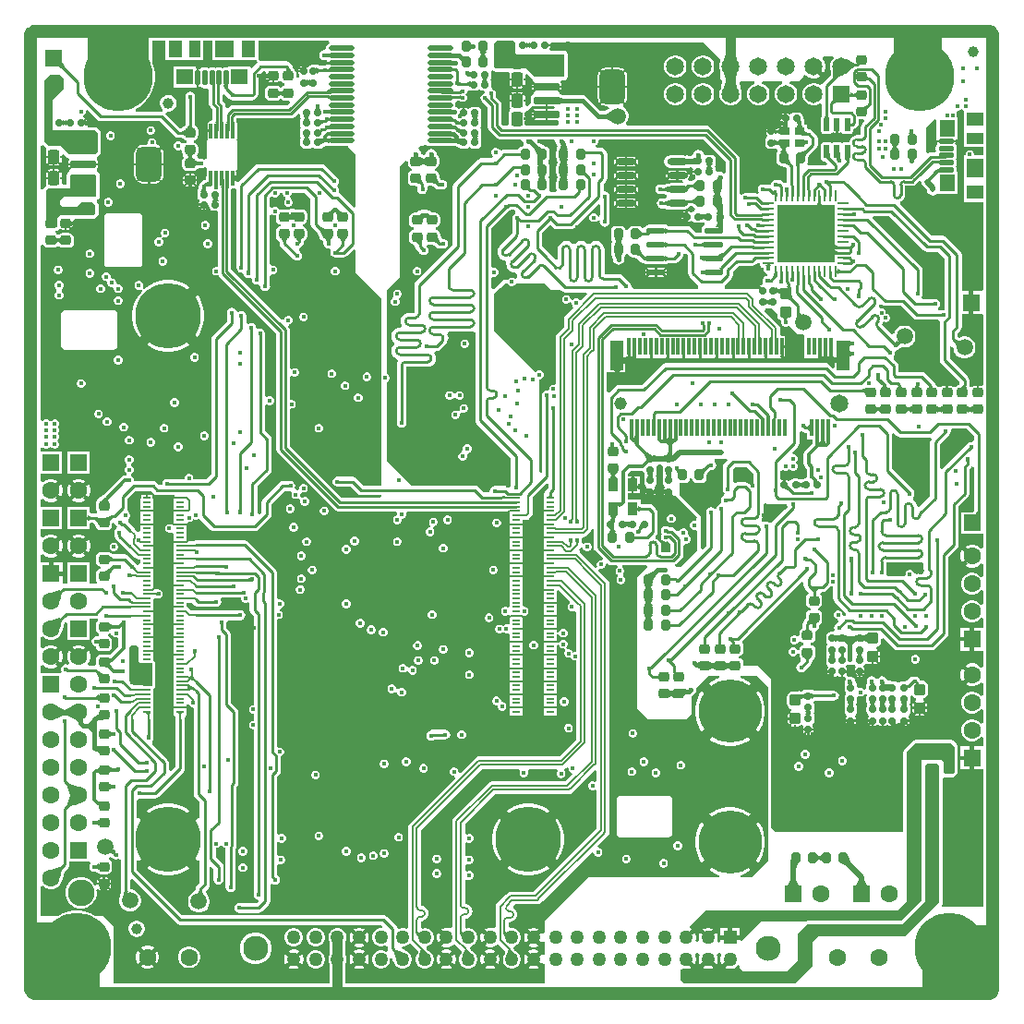
<source format=gbr>
G04*
G04 #@! TF.GenerationSoftware,Altium Limited,Altium Designer,24.9.1 (31)*
G04*
G04 Layer_Physical_Order=1*
G04 Layer_Color=255*
%FSLAX44Y44*%
%MOMM*%
G71*
G04*
G04 #@! TF.SameCoordinates,71836318-DDD3-4581-AD3B-DFE8F42F7339*
G04*
G04*
G04 #@! TF.FilePolarity,Positive*
G04*
G01*
G75*
%ADD11C,0.5000*%
%ADD12C,0.2000*%
%ADD14C,0.4000*%
%ADD16C,0.2540*%
%ADD17C,0.3000*%
G04:AMPARAMS|DCode=23|XSize=0.95mm|YSize=0.85mm|CornerRadius=0.2125mm|HoleSize=0mm|Usage=FLASHONLY|Rotation=90.000|XOffset=0mm|YOffset=0mm|HoleType=Round|Shape=RoundedRectangle|*
%AMROUNDEDRECTD23*
21,1,0.9500,0.4250,0,0,90.0*
21,1,0.5250,0.8500,0,0,90.0*
1,1,0.4250,0.2125,0.2625*
1,1,0.4250,0.2125,-0.2625*
1,1,0.4250,-0.2125,-0.2625*
1,1,0.4250,-0.2125,0.2625*
%
%ADD23ROUNDEDRECTD23*%
G04:AMPARAMS|DCode=24|XSize=1.1mm|YSize=1mm|CornerRadius=0.25mm|HoleSize=0mm|Usage=FLASHONLY|Rotation=270.000|XOffset=0mm|YOffset=0mm|HoleType=Round|Shape=RoundedRectangle|*
%AMROUNDEDRECTD24*
21,1,1.1000,0.5000,0,0,270.0*
21,1,0.6000,1.0000,0,0,270.0*
1,1,0.5000,-0.2500,-0.3000*
1,1,0.5000,-0.2500,0.3000*
1,1,0.5000,0.2500,0.3000*
1,1,0.5000,0.2500,-0.3000*
%
%ADD24ROUNDEDRECTD24*%
G04:AMPARAMS|DCode=25|XSize=0.65mm|YSize=0.6mm|CornerRadius=0.15mm|HoleSize=0mm|Usage=FLASHONLY|Rotation=180.000|XOffset=0mm|YOffset=0mm|HoleType=Round|Shape=RoundedRectangle|*
%AMROUNDEDRECTD25*
21,1,0.6500,0.3000,0,0,180.0*
21,1,0.3500,0.6000,0,0,180.0*
1,1,0.3000,-0.1750,0.1500*
1,1,0.3000,0.1750,0.1500*
1,1,0.3000,0.1750,-0.1500*
1,1,0.3000,-0.1750,-0.1500*
%
%ADD25ROUNDEDRECTD25*%
G04:AMPARAMS|DCode=26|XSize=0.65mm|YSize=0.6mm|CornerRadius=0.15mm|HoleSize=0mm|Usage=FLASHONLY|Rotation=270.000|XOffset=0mm|YOffset=0mm|HoleType=Round|Shape=RoundedRectangle|*
%AMROUNDEDRECTD26*
21,1,0.6500,0.3000,0,0,270.0*
21,1,0.3500,0.6000,0,0,270.0*
1,1,0.3000,-0.1500,-0.1750*
1,1,0.3000,-0.1500,0.1750*
1,1,0.3000,0.1500,0.1750*
1,1,0.3000,0.1500,-0.1750*
%
%ADD26ROUNDEDRECTD26*%
%ADD27R,0.9500X1.2000*%
G04:AMPARAMS|DCode=28|XSize=1.64mm|YSize=0.59mm|CornerRadius=0.1475mm|HoleSize=0mm|Usage=FLASHONLY|Rotation=0.000|XOffset=0mm|YOffset=0mm|HoleType=Round|Shape=RoundedRectangle|*
%AMROUNDEDRECTD28*
21,1,1.6400,0.2950,0,0,0.0*
21,1,1.3450,0.5900,0,0,0.0*
1,1,0.2950,0.6725,-0.1475*
1,1,0.2950,-0.6725,-0.1475*
1,1,0.2950,-0.6725,0.1475*
1,1,0.2950,0.6725,0.1475*
%
%ADD28ROUNDEDRECTD28*%
G04:AMPARAMS|DCode=29|XSize=0.7mm|YSize=2.4mm|CornerRadius=0.175mm|HoleSize=0mm|Usage=FLASHONLY|Rotation=90.000|XOffset=0mm|YOffset=0mm|HoleType=Round|Shape=RoundedRectangle|*
%AMROUNDEDRECTD29*
21,1,0.7000,2.0500,0,0,90.0*
21,1,0.3500,2.4000,0,0,90.0*
1,1,0.3500,1.0250,0.1750*
1,1,0.3500,1.0250,-0.1750*
1,1,0.3500,-1.0250,-0.1750*
1,1,0.3500,-1.0250,0.1750*
%
%ADD29ROUNDEDRECTD29*%
G04:AMPARAMS|DCode=30|XSize=3.2mm|YSize=2.4mm|CornerRadius=0.6mm|HoleSize=0mm|Usage=FLASHONLY|Rotation=90.000|XOffset=0mm|YOffset=0mm|HoleType=Round|Shape=RoundedRectangle|*
%AMROUNDEDRECTD30*
21,1,3.2000,1.2000,0,0,90.0*
21,1,2.0000,2.4000,0,0,90.0*
1,1,1.2000,0.6000,1.0000*
1,1,1.2000,0.6000,-1.0000*
1,1,1.2000,-0.6000,-1.0000*
1,1,1.2000,-0.6000,1.0000*
%
%ADD30ROUNDEDRECTD30*%
G04:AMPARAMS|DCode=33|XSize=2.3028mm|YSize=0.4427mm|CornerRadius=0.1107mm|HoleSize=0mm|Usage=FLASHONLY|Rotation=180.000|XOffset=0mm|YOffset=0mm|HoleType=Round|Shape=RoundedRectangle|*
%AMROUNDEDRECTD33*
21,1,2.3028,0.2214,0,0,180.0*
21,1,2.0814,0.4427,0,0,180.0*
1,1,0.2214,-1.0407,0.1107*
1,1,0.2214,1.0407,0.1107*
1,1,0.2214,1.0407,-0.1107*
1,1,0.2214,-1.0407,-0.1107*
%
%ADD33ROUNDEDRECTD33*%
G04:AMPARAMS|DCode=34|XSize=1.4mm|YSize=0.3mm|CornerRadius=0.075mm|HoleSize=0mm|Usage=FLASHONLY|Rotation=90.000|XOffset=0mm|YOffset=0mm|HoleType=Round|Shape=RoundedRectangle|*
%AMROUNDEDRECTD34*
21,1,1.4000,0.1500,0,0,90.0*
21,1,1.2500,0.3000,0,0,90.0*
1,1,0.1500,0.0750,0.6250*
1,1,0.1500,0.0750,-0.6250*
1,1,0.1500,-0.0750,-0.6250*
1,1,0.1500,-0.0750,0.6250*
%
%ADD34ROUNDEDRECTD34*%
%ADD35R,0.8500X0.7500*%
%ADD36O,1.9000X0.6000*%
G04:AMPARAMS|DCode=37|XSize=0.95mm|YSize=0.85mm|CornerRadius=0.2125mm|HoleSize=0mm|Usage=FLASHONLY|Rotation=180.000|XOffset=0mm|YOffset=0mm|HoleType=Round|Shape=RoundedRectangle|*
%AMROUNDEDRECTD37*
21,1,0.9500,0.4250,0,0,180.0*
21,1,0.5250,0.8500,0,0,180.0*
1,1,0.4250,-0.2625,0.2125*
1,1,0.4250,0.2625,0.2125*
1,1,0.4250,0.2625,-0.2125*
1,1,0.4250,-0.2625,-0.2125*
%
%ADD37ROUNDEDRECTD37*%
%ADD38R,0.7000X0.2000*%
G04:AMPARAMS|DCode=39|XSize=1.21mm|YSize=0.59mm|CornerRadius=0.0738mm|HoleSize=0mm|Usage=FLASHONLY|Rotation=270.000|XOffset=0mm|YOffset=0mm|HoleType=Round|Shape=RoundedRectangle|*
%AMROUNDEDRECTD39*
21,1,1.2100,0.4425,0,0,270.0*
21,1,1.0625,0.5900,0,0,270.0*
1,1,0.1475,-0.2213,-0.5313*
1,1,0.1475,-0.2213,0.5313*
1,1,0.1475,0.2213,0.5313*
1,1,0.1475,0.2213,-0.5313*
%
%ADD39ROUNDEDRECTD39*%
%ADD40R,0.3000X1.5500*%
%ADD41R,1.2000X2.7500*%
G04:AMPARAMS|DCode=42|XSize=0.4572mm|YSize=1.3716mm|CornerRadius=0.1143mm|HoleSize=0mm|Usage=FLASHONLY|Rotation=90.000|XOffset=0mm|YOffset=0mm|HoleType=Round|Shape=RoundedRectangle|*
%AMROUNDEDRECTD42*
21,1,0.4572,1.1430,0,0,90.0*
21,1,0.2286,1.3716,0,0,90.0*
1,1,0.2286,0.5715,0.1143*
1,1,0.2286,0.5715,-0.1143*
1,1,0.2286,-0.5715,-0.1143*
1,1,0.2286,-0.5715,0.1143*
%
%ADD42ROUNDEDRECTD42*%
G04:AMPARAMS|DCode=51|XSize=0.4572mm|YSize=1.3716mm|CornerRadius=0.1143mm|HoleSize=0mm|Usage=FLASHONLY|Rotation=180.000|XOffset=0mm|YOffset=0mm|HoleType=Round|Shape=RoundedRectangle|*
%AMROUNDEDRECTD51*
21,1,0.4572,1.1430,0,0,180.0*
21,1,0.2286,1.3716,0,0,180.0*
1,1,0.2286,-0.1143,0.5715*
1,1,0.2286,0.1143,0.5715*
1,1,0.2286,0.1143,-0.5715*
1,1,0.2286,-0.1143,-0.5715*
%
%ADD51ROUNDEDRECTD51*%
G04:AMPARAMS|DCode=52|XSize=1.1mm|YSize=1.3mm|CornerRadius=0.25mm|HoleSize=0mm|Usage=FLASHONLY|Rotation=180.000|XOffset=0mm|YOffset=0mm|HoleType=Round|Shape=RoundedRectangle|*
%AMROUNDEDRECTD52*
21,1,1.1000,0.8000,0,0,180.0*
21,1,0.6000,1.3000,0,0,180.0*
1,1,0.5000,-0.3000,0.4000*
1,1,0.5000,0.3000,0.4000*
1,1,0.5000,0.3000,-0.4000*
1,1,0.5000,-0.3000,-0.4000*
%
%ADD52ROUNDEDRECTD52*%
%ADD57R,6.8000X6.4000*%
%ADD58R,6.5000X6.7000*%
%ADD69O,0.2393X1.0571*%
%ADD70O,1.0571X0.2393*%
%ADD105C,1.5240*%
%ADD107C,0.5000*%
%ADD108C,0.2200*%
%ADD109C,0.2800*%
%ADD110C,1.2000*%
%ADD111C,1.5000*%
%ADD112R,5.3000X5.3000*%
%ADD113R,1.6000X1.3000*%
%ADD114R,1.4224X1.5494*%
%ADD115R,1.6000X1.8000*%
%ADD116R,1.6000X1.0000*%
%ADD117R,1.0000X1.6000*%
%ADD118R,1.8000X1.6000*%
%ADD119R,1.3000X1.6000*%
%ADD120R,1.5494X1.4224*%
%ADD121C,1.0000*%
%ADD122C,0.8890*%
%ADD123C,0.2400*%
%ADD124R,4.5138X2.4001*%
%ADD125R,5.5478X3.5001*%
%ADD126C,1.6002*%
%ADD127C,1.6000*%
%ADD128R,1.6000X1.6000*%
%ADD129C,2.4500*%
%ADD130R,1.6000X1.6000*%
%ADD131C,2.3000*%
%ADD132R,1.2580X1.2580*%
%ADD133C,1.2580*%
%ADD134C,1.1500*%
%ADD135C,1.6500*%
%ADD136C,5.8000*%
%ADD137C,6.0000*%
%ADD138R,1.6500X1.6500*%
%ADD139C,6.3500*%
%ADD140C,0.4000*%
G36*
X466940Y875441D02*
X465000Y876135D01*
X463060Y875441D01*
Y880559D01*
X465000Y879865D01*
X466940Y880559D01*
Y875441D01*
D02*
G37*
G36*
X425414Y870000D02*
X426544Y867596D01*
X420956D01*
X422086Y870000D01*
X420956Y872404D01*
X426544D01*
X425414Y870000D01*
D02*
G37*
G36*
X656375Y864592D02*
X644825D01*
X646155Y870600D01*
X655045D01*
X656375Y864592D01*
D02*
G37*
G36*
X174960Y864258D02*
X198040D01*
Y864258D01*
X199710D01*
Y864258D01*
X216420D01*
X217027Y862258D01*
X216898Y862172D01*
X216898Y862172D01*
X216373Y861647D01*
X216373Y861647D01*
X212010Y857284D01*
X210162Y858049D01*
Y858700D01*
X189588D01*
Y858033D01*
X189143Y857668D01*
X186857D01*
X185420Y857382D01*
X184750Y856935D01*
X184080Y857382D01*
X182643Y857668D01*
X180357D01*
X178920Y857382D01*
X178250Y856935D01*
X177580Y857382D01*
X176143Y857668D01*
X173857D01*
X172420Y857382D01*
X171750Y856935D01*
X171080Y857382D01*
X169643Y857668D01*
X167357D01*
X165920Y857382D01*
X164702Y856568D01*
X164462Y856210D01*
X164174Y856403D01*
X163143Y856608D01*
X163000D01*
Y854882D01*
X161000D01*
Y856608D01*
X160857D01*
X160412Y856973D01*
Y858700D01*
X139838D01*
Y839396D01*
X160412D01*
Y839423D01*
X160857Y839788D01*
X161000D01*
Y841514D01*
X163000D01*
Y839788D01*
X163143D01*
X164174Y839993D01*
X164462Y840186D01*
X164702Y839828D01*
X165920Y839014D01*
X167357Y838728D01*
X169643D01*
X170170Y838833D01*
X171972Y837650D01*
X172170Y837346D01*
Y824276D01*
X172488Y822676D01*
X173394Y821320D01*
X175420Y819294D01*
Y810234D01*
X174750Y808328D01*
X173250D01*
X172372Y808154D01*
X171628Y807656D01*
X171131Y806912D01*
X170956Y806034D01*
Y800784D01*
X172674D01*
Y798784D01*
X170956D01*
Y793534D01*
X171131Y792656D01*
X171062Y792313D01*
X170837Y792163D01*
X170174Y791171D01*
X169941Y790000D01*
Y774125D01*
X168950Y773591D01*
X167941Y773327D01*
X166717Y774145D01*
X165000Y774486D01*
X164371Y774361D01*
X163431D01*
X163405Y774366D01*
X163239Y774361D01*
X163180D01*
X161894Y774961D01*
X161663Y775420D01*
X161341Y777198D01*
X161383Y777352D01*
X162019Y778305D01*
X162381Y780125D01*
Y784375D01*
X162019Y786195D01*
X160988Y787738D01*
X159445Y788769D01*
X158384Y788980D01*
Y791020D01*
X159445Y791231D01*
X160988Y792262D01*
X162019Y793805D01*
X162381Y795625D01*
Y799875D01*
X162019Y801695D01*
X160988Y803238D01*
X160364Y803656D01*
X159486Y805459D01*
Y831000D01*
X159145Y832717D01*
X158172Y834172D01*
X156717Y835145D01*
X155000Y835486D01*
X153283Y835145D01*
X151828Y834172D01*
X150855Y832717D01*
X150514Y831000D01*
Y805459D01*
X149636Y803656D01*
X149134Y803320D01*
X149102Y803312D01*
X146814Y802236D01*
X146108D01*
X132570Y815775D01*
X133605Y817568D01*
X134007Y817460D01*
X135993D01*
X137910Y817974D01*
X139630Y818967D01*
X141033Y820370D01*
X142026Y822090D01*
X142540Y824007D01*
Y825993D01*
X142026Y827910D01*
X141033Y829630D01*
X139630Y831033D01*
X137910Y832026D01*
X135993Y832540D01*
X134007D01*
X132090Y832026D01*
X130370Y831033D01*
X128967Y829630D01*
X127974Y827910D01*
X127460Y825993D01*
Y824007D01*
X127974Y822090D01*
X128967Y820370D01*
X130013Y819324D01*
X129241Y817487D01*
X129209Y817445D01*
X129000Y817486D01*
X129000Y817486D01*
X105404D01*
X104924Y819486D01*
X106589Y820334D01*
X110887Y823457D01*
X114643Y827213D01*
X117766Y831511D01*
X120177Y836245D01*
X121819Y841297D01*
X122650Y846544D01*
Y851856D01*
X121819Y857103D01*
X120177Y862156D01*
X120059Y862388D01*
Y881922D01*
X132210D01*
Y864258D01*
X150290D01*
Y864258D01*
X151966D01*
Y864258D01*
X167046D01*
Y881922D01*
X174960D01*
Y864258D01*
D02*
G37*
G36*
X282670Y879922D02*
X282015Y879792D01*
X280809Y878986D01*
X280003Y877780D01*
X279720Y876357D01*
Y874956D01*
X278000Y873588D01*
X276244Y873239D01*
X274756Y872244D01*
X273761Y870756D01*
X273412Y869000D01*
X273761Y867244D01*
X274756Y865756D01*
X274881Y865631D01*
X276369Y864636D01*
X278125Y864287D01*
X280017D01*
X280780Y863357D01*
Y863250D01*
X282505D01*
Y861250D01*
X280780D01*
Y861143D01*
X279188Y859486D01*
X274023D01*
X270871Y860337D01*
X270823Y860340D01*
X270779Y860361D01*
X270229Y860381D01*
X269680Y860418D01*
X269634Y860402D01*
X269586Y860404D01*
X269070Y860212D01*
X268795Y860119D01*
X266500D01*
X264924Y859806D01*
X263587Y858913D01*
X263515Y858804D01*
X262663Y858163D01*
X261670Y858826D01*
X260566Y859046D01*
X261383Y857141D01*
X257305D01*
X256125Y855961D01*
X254771Y857315D01*
X254674Y857170D01*
X254441Y856000D01*
Y855250D01*
X256174D01*
Y853250D01*
X254441D01*
Y852500D01*
X254674Y851329D01*
X254968Y850889D01*
X255323Y850301D01*
X254602Y848423D01*
X254587Y848413D01*
X254381Y848104D01*
X252381Y848711D01*
Y851875D01*
X252019Y853695D01*
X250988Y855238D01*
X250364Y855656D01*
X249332Y857776D01*
X249145Y858717D01*
X248172Y860172D01*
X248172Y860172D01*
X246172Y862172D01*
X244717Y863145D01*
X243000Y863486D01*
X243000Y863486D01*
X220070D01*
X220070Y863486D01*
X219416Y863356D01*
X217790Y864990D01*
Y881922D01*
X282473D01*
X282670Y879922D01*
D02*
G37*
G36*
X768099Y860575D02*
X766839Y859447D01*
X765283Y861003D01*
X766354Y862205D01*
X768099Y860575D01*
D02*
G37*
G36*
X39949Y858430D02*
X37970Y856451D01*
X34010Y858430D01*
X37970Y862390D01*
X39949Y858430D01*
D02*
G37*
G36*
X764971Y861325D02*
X765389Y859125D01*
X759058Y854114D01*
X756923Y865464D01*
X764971Y861325D01*
D02*
G37*
G36*
X247794Y853946D02*
X242206D01*
X243600Y856811D01*
X246400D01*
X247794Y853946D01*
D02*
G37*
G36*
X273719Y856400D02*
X273798Y853600D01*
X270909Y852206D01*
X270073Y857384D01*
X273719Y856400D01*
D02*
G37*
G36*
X453000Y880000D02*
Y871000D01*
X453012Y870988D01*
X454877Y870000D01*
X498000D01*
Y849000D01*
X471000D01*
X463000Y857000D01*
X435000D01*
X434000Y858000D01*
Y880000D01*
X435922Y881922D01*
X451078D01*
X453000Y880000D01*
D02*
G37*
G36*
X223780Y854155D02*
X224806Y852514D01*
X224679Y851875D01*
Y851475D01*
X226349Y852269D01*
X226333Y850750D01*
X226424D01*
Y848750D01*
X226312D01*
X226299Y847481D01*
X224679Y848268D01*
Y847625D01*
X224960Y846211D01*
X225195Y845859D01*
X226465Y847129D01*
X227879Y845715D01*
X226609Y844445D01*
X226961Y844210D01*
X228375Y843929D01*
X230000D01*
Y845674D01*
X232000D01*
Y843929D01*
X233625D01*
X235039Y844210D01*
X236238Y845012D01*
X236251Y845030D01*
X238577Y844912D01*
X239012Y844262D01*
X240555Y843231D01*
X241616Y843020D01*
Y840980D01*
X240555Y840769D01*
X239134Y839820D01*
X239102Y839812D01*
X238000Y839294D01*
X236898Y839812D01*
X236866Y839820D01*
X235445Y840769D01*
X233625Y841131D01*
X228375D01*
X226555Y840769D01*
X225012Y839738D01*
X223981Y838195D01*
X223619Y836375D01*
Y832125D01*
X223981Y830305D01*
X225012Y828762D01*
X226555Y827731D01*
X228375Y827369D01*
X233625D01*
X235445Y827731D01*
X236866Y828680D01*
X236898Y828688D01*
X238000Y829206D01*
X239102Y828688D01*
X239134Y828680D01*
X240555Y827731D01*
X242375Y827369D01*
X245628D01*
X246457Y825369D01*
X244331Y823243D01*
X194088D01*
X192489Y822924D01*
X191133Y822018D01*
X189428Y820314D01*
X187580Y821079D01*
Y822600D01*
X187262Y824200D01*
X186356Y825556D01*
X184330Y827582D01*
Y832497D01*
X186330Y833325D01*
X190828Y828828D01*
X190828Y828828D01*
X192283Y827855D01*
X194000Y827514D01*
X194000Y827514D01*
X211460D01*
X211460Y827514D01*
X213177Y827855D01*
X214632Y828828D01*
X216272Y830468D01*
X217245Y831923D01*
X217586Y833640D01*
X217586Y833640D01*
Y838761D01*
Y850171D01*
X221825Y854410D01*
X223780Y854155D01*
D02*
G37*
G36*
X754858Y850890D02*
X746248Y847323D01*
X744139Y848325D01*
X744445Y855886D01*
X754858Y850890D01*
D02*
G37*
G36*
X655045Y846800D02*
X646155D01*
X644825Y852808D01*
X656375D01*
X655045Y846800D01*
D02*
G37*
G36*
X777386Y848714D02*
Y846514D01*
X775359Y846005D01*
X775730Y849239D01*
X777386Y848714D01*
D02*
G37*
G36*
X265460Y840967D02*
X263500Y841799D01*
X261540Y840967D01*
Y846533D01*
X263500Y845701D01*
X265460Y846533D01*
Y840967D01*
D02*
G37*
G36*
X427201Y846500D02*
X428033Y844540D01*
X422467D01*
X423299Y846500D01*
X422467Y848460D01*
X428033D01*
X427201Y846500D01*
D02*
G37*
G36*
X432837Y854837D02*
X433829Y854174D01*
X435000Y853941D01*
X435000Y853941D01*
X446916D01*
X447449Y853281D01*
X448159Y851941D01*
X447922Y850750D01*
Y847750D01*
X449674D01*
Y845750D01*
X447922D01*
Y842750D01*
X448232Y841189D01*
X448550Y840714D01*
X449795Y841960D01*
X451210Y840546D01*
X449964Y839300D01*
X450439Y838982D01*
X452000Y838672D01*
X454000D01*
Y840424D01*
X456000D01*
Y838672D01*
X458000D01*
X459561Y838982D01*
X460036Y839300D01*
X458790Y840546D01*
X460205Y841960D01*
X461450Y840714D01*
X461768Y841189D01*
X462078Y842750D01*
Y845750D01*
X460326D01*
Y847750D01*
X462078D01*
Y850750D01*
X462074Y850772D01*
X463917Y851757D01*
X468837Y846837D01*
X469315Y846518D01*
X469440Y845201D01*
X471290Y843350D01*
X469876Y841936D01*
X468566Y843245D01*
X468414Y843018D01*
X468162Y841750D01*
Y841000D01*
X469900D01*
Y839000D01*
X468162D01*
Y838250D01*
X468414Y836982D01*
X468566Y836755D01*
X469876Y838064D01*
X471290Y836650D01*
X469981Y835340D01*
X470182Y835206D01*
X470205Y835081D01*
X470151Y833161D01*
X469802Y833091D01*
X468383Y832143D01*
X467435Y830724D01*
X467102Y829050D01*
Y825550D01*
X467219Y824961D01*
X467084Y824918D01*
X466964Y824853D01*
X466829Y824826D01*
X466444Y824568D01*
X466037Y824346D01*
X465951Y824239D01*
X465837Y824163D01*
X463917Y822243D01*
X462074Y823228D01*
X462078Y823250D01*
Y826250D01*
X460326D01*
Y828250D01*
X462078D01*
Y831250D01*
X461768Y832811D01*
X461450Y833286D01*
X460205Y832040D01*
X458790Y833455D01*
X460036Y834700D01*
X459561Y835018D01*
X458000Y835328D01*
X456000D01*
Y833576D01*
X454000D01*
Y835328D01*
X452000D01*
X450439Y835018D01*
X449964Y834700D01*
X451210Y833455D01*
X449795Y832040D01*
X448550Y833286D01*
X448232Y832811D01*
X447922Y831250D01*
Y828250D01*
X449674D01*
Y826250D01*
X447922D01*
Y823250D01*
X448232Y821689D01*
X449116Y820366D01*
X448425Y818423D01*
X448366Y818384D01*
X447252Y816717D01*
X446861Y814750D01*
Y806750D01*
X446975Y806180D01*
X445433Y804180D01*
X442020D01*
X439980Y806220D01*
Y824649D01*
X439662Y826249D01*
X438756Y827605D01*
X435458Y830903D01*
Y833722D01*
X435140Y835322D01*
X434234Y836678D01*
X433956Y836956D01*
X432600Y837862D01*
X432483Y837885D01*
X432297Y838000D01*
X431034Y840071D01*
X431119Y840500D01*
Y843500D01*
X431002Y844089D01*
X431092Y844540D01*
X431089Y844554D01*
X431092Y844567D01*
X430973Y845139D01*
X430859Y845711D01*
X430851Y845722D01*
X430849Y845736D01*
X430524Y846500D01*
X430849Y847264D01*
X430851Y847278D01*
X430859Y847289D01*
X430973Y847861D01*
X431092Y848433D01*
X431089Y848446D01*
X431092Y848460D01*
X431002Y848911D01*
X431119Y849500D01*
Y852500D01*
X430806Y854076D01*
X432432Y855242D01*
X432837Y854837D01*
D02*
G37*
G36*
X641000Y865000D02*
Y862475D01*
X640350Y860049D01*
Y857351D01*
X641000Y854925D01*
Y848000D01*
X643091Y845909D01*
Y845510D01*
X641839Y839853D01*
X641831Y839519D01*
X641766Y839192D01*
X641819Y838928D01*
X641813Y838660D01*
X641831Y838612D01*
X641049Y837256D01*
X640350Y834649D01*
Y831951D01*
X641049Y829344D01*
X642398Y827006D01*
X644306Y825098D01*
X646644Y823748D01*
X649251Y823050D01*
X651949D01*
X654556Y823748D01*
X656894Y825098D01*
X658802Y827006D01*
X660152Y829344D01*
X660850Y831951D01*
Y834649D01*
X660152Y837256D01*
X659369Y838612D01*
X659387Y838660D01*
X659381Y838928D01*
X659434Y839192D01*
X659369Y839519D01*
X659361Y839853D01*
X658567Y843440D01*
X659819Y845000D01*
X672335D01*
X672598Y843000D01*
X672044Y842851D01*
X669706Y841502D01*
X667798Y839594D01*
X666449Y837256D01*
X665750Y834649D01*
Y831951D01*
X666449Y829344D01*
X667798Y827006D01*
X669706Y825098D01*
X672044Y823748D01*
X674651Y823050D01*
X677349D01*
X679956Y823748D01*
X682294Y825098D01*
X684202Y827006D01*
X685552Y829344D01*
X686250Y831951D01*
Y834649D01*
X685552Y837256D01*
X684202Y839594D01*
X682294Y841502D01*
X679956Y842851D01*
X679402Y843000D01*
X679665Y845000D01*
X697735D01*
X697998Y843000D01*
X697444Y842851D01*
X695106Y841502D01*
X693198Y839594D01*
X691849Y837256D01*
X691150Y834649D01*
Y831951D01*
X691849Y829344D01*
X693198Y827006D01*
X695106Y825098D01*
X697444Y823748D01*
X700051Y823050D01*
X702749D01*
X705356Y823748D01*
X707694Y825098D01*
X709602Y827006D01*
X710952Y829344D01*
X711650Y831951D01*
Y834649D01*
X710952Y837256D01*
X709602Y839594D01*
X707694Y841502D01*
X705356Y842851D01*
X704802Y843000D01*
X705065Y845000D01*
X713000D01*
X717000Y849000D01*
Y850412D01*
X719000Y851241D01*
X720175Y850066D01*
X722635Y848645D01*
X725379Y847910D01*
X728221D01*
X730965Y848645D01*
X732906Y849766D01*
X730827Y851845D01*
X733655Y854673D01*
X735734Y852594D01*
X736855Y854535D01*
X737590Y857280D01*
Y860120D01*
X736855Y862865D01*
X735434Y865325D01*
X734759Y866000D01*
X735588Y868000D01*
X744176D01*
X745004Y866000D01*
X743998Y864994D01*
X742648Y862656D01*
X741950Y860049D01*
Y857351D01*
X742648Y854744D01*
X742765Y854541D01*
X742629Y851171D01*
X735544Y844086D01*
X734660Y842764D01*
X734638Y842730D01*
X734320Y842478D01*
X732431Y841885D01*
X730756Y842851D01*
X728149Y843550D01*
X725451D01*
X722844Y842851D01*
X720506Y841502D01*
X718598Y839594D01*
X717249Y837256D01*
X716550Y834649D01*
Y831951D01*
X717249Y829344D01*
X718598Y827006D01*
X720506Y825098D01*
X722844Y823748D01*
X725451Y823050D01*
X728149D01*
X730756Y823748D01*
X732320Y824651D01*
X734320Y823661D01*
Y813489D01*
X733925Y813225D01*
X733200Y812141D01*
X732946Y810863D01*
Y800238D01*
X733200Y798959D01*
X733925Y797875D01*
X735009Y797150D01*
X736288Y796896D01*
X740713D01*
X741991Y797150D01*
X743075Y797875D01*
X744174Y798624D01*
X744914Y798130D01*
X745788Y797956D01*
X747000D01*
Y799674D01*
X749000D01*
Y797956D01*
X750212D01*
X751086Y798130D01*
X751826Y798624D01*
X752925Y797875D01*
X754009Y797150D01*
X755287Y796896D01*
X759713D01*
X760991Y797150D01*
X762075Y797875D01*
X762800Y798959D01*
X763054Y800238D01*
Y801087D01*
X763311Y801138D01*
X764667Y802044D01*
X766956Y804333D01*
X767862Y805689D01*
X768180Y807289D01*
Y810209D01*
X768375Y810369D01*
X772628D01*
X773457Y808369D01*
X771244Y806156D01*
X770338Y804800D01*
X770020Y803200D01*
Y795780D01*
X766150D01*
X764550Y795462D01*
X763253Y794595D01*
X762751Y794387D01*
X761343Y793307D01*
X760263Y791899D01*
X759584Y790259D01*
X759431Y789104D01*
X755287D01*
X754009Y788850D01*
X752750Y788214D01*
X751491Y788850D01*
X750212Y789104D01*
X745788D01*
X744509Y788850D01*
X743250Y788214D01*
X741991Y788850D01*
X740713Y789104D01*
X736288D01*
X735009Y788850D01*
X733925Y788125D01*
X733200Y787041D01*
X732946Y785762D01*
Y775137D01*
X733200Y773859D01*
X733925Y772775D01*
X735009Y772050D01*
X736288Y771796D01*
X737326D01*
X737394Y771694D01*
X739060Y770028D01*
X738295Y768180D01*
X722626D01*
X722006Y768057D01*
X720803Y769857D01*
X721269Y770555D01*
X721631Y772375D01*
Y774321D01*
X721711Y774423D01*
X723435Y777841D01*
X729172Y783578D01*
X729172Y783578D01*
X730145Y785033D01*
X730486Y786750D01*
X730486Y786750D01*
Y793000D01*
X730486Y793000D01*
X730145Y794717D01*
X729172Y796172D01*
X729172Y796172D01*
X725272Y800072D01*
X723817Y801045D01*
X722100Y801386D01*
X720540Y802566D01*
Y805540D01*
X718685D01*
X718236Y806437D01*
Y808696D01*
X718236Y808696D01*
X717895Y810413D01*
X717119Y811573D01*
Y812500D01*
X716806Y814076D01*
X715913Y815413D01*
X714576Y816306D01*
X713000Y816619D01*
X709500D01*
X707924Y816306D01*
X706587Y815413D01*
X706577Y815398D01*
X704699Y814677D01*
X704111Y815032D01*
X703671Y815326D01*
X702500Y815559D01*
X701750D01*
Y813826D01*
X699750D01*
Y815559D01*
X699000D01*
X697830Y815326D01*
X697685Y815229D01*
X699039Y813875D01*
X697625Y812461D01*
X696271Y813815D01*
X696174Y813671D01*
X695941Y812500D01*
Y812000D01*
X697674D01*
Y810000D01*
X695941D01*
Y809500D01*
X696174Y808329D01*
X696271Y808185D01*
X697625Y809539D01*
X698972Y808192D01*
X703133D01*
X701950Y805602D01*
X699550D01*
X698599Y807685D01*
X697685Y806771D01*
X697830Y806674D01*
X698705Y806500D01*
X698508Y804500D01*
X696364D01*
X698565Y803399D01*
X699550Y805369D01*
X701950D01*
X703150Y802970D01*
X699425D01*
X696061Y799606D01*
Y796850D01*
X693631Y798050D01*
Y800450D01*
X695205Y801227D01*
X694500Y802636D01*
Y801492D01*
X692500Y801295D01*
X692326Y802171D01*
X692229Y802315D01*
X691315Y801401D01*
X693398Y800450D01*
Y798050D01*
X690808Y796867D01*
Y801028D01*
X689461Y802375D01*
X690815Y803729D01*
X690670Y803826D01*
X689500Y804059D01*
X689000D01*
Y802326D01*
X687000D01*
Y804059D01*
X686500D01*
X685330Y803826D01*
X685185Y803729D01*
X686539Y802375D01*
X685125Y800961D01*
X683771Y802315D01*
X683674Y802171D01*
X683441Y801000D01*
Y800250D01*
X685174D01*
Y798250D01*
X683441D01*
Y797500D01*
X683674Y796329D01*
X683968Y795889D01*
X684323Y795301D01*
X683602Y793423D01*
X683587Y793413D01*
X682694Y792076D01*
X682381Y790500D01*
Y787000D01*
X682694Y785424D01*
X683587Y784087D01*
X684924Y783194D01*
X686500Y782881D01*
X689500D01*
X690089Y782998D01*
X690540Y782908D01*
X690554Y782911D01*
X690567Y782908D01*
X691139Y783027D01*
X691460Y783091D01*
X693423Y782474D01*
X693460Y782460D01*
X693420Y780477D01*
X692731Y779445D01*
X692369Y777625D01*
Y772375D01*
X692731Y770555D01*
X693762Y769012D01*
X695305Y767981D01*
X697125Y767619D01*
X698071D01*
X698173Y767539D01*
X701591Y765815D01*
X701714Y765692D01*
Y752568D01*
X701138Y752170D01*
X699714Y751803D01*
X698910Y752607D01*
X698532Y753172D01*
X697077Y754145D01*
X695360Y754486D01*
X692000D01*
X690283Y754145D01*
X688828Y753172D01*
X687855Y751717D01*
X687514Y750000D01*
X687514Y750000D01*
X687091Y750065D01*
X686000Y750282D01*
X685686Y750282D01*
X682861D01*
X681870Y750427D01*
X681647Y750415D01*
X681428Y750459D01*
X681056Y750385D01*
X680678Y750365D01*
X680503Y750282D01*
X680000D01*
X678361Y749956D01*
X676972Y749028D01*
X676044Y747639D01*
X675718Y746000D01*
X676044Y744361D01*
X676464Y743732D01*
X675169Y742071D01*
X674218Y742260D01*
X663701D01*
X662101Y741942D01*
X660745Y741035D01*
X660580Y740789D01*
X658580Y741396D01*
Y774600D01*
X658262Y776200D01*
X657356Y777556D01*
X631956Y802956D01*
X630600Y803862D01*
X629000Y804180D01*
X555207D01*
X554379Y806180D01*
X555034Y806835D01*
X556356Y809125D01*
X557040Y811678D01*
Y814322D01*
X556356Y816875D01*
X555034Y819165D01*
X553165Y821034D01*
X552430Y821459D01*
X552269Y822219D01*
X552426Y823770D01*
X552775Y824037D01*
X551579Y825232D01*
X552994Y826646D01*
X554189Y825451D01*
X554777Y826218D01*
X555533Y828042D01*
X555791Y830000D01*
Y839000D01*
X554052D01*
Y841000D01*
X555791D01*
Y850000D01*
X555533Y851958D01*
X554777Y853782D01*
X554189Y854549D01*
X552994Y853354D01*
X551579Y854768D01*
X552775Y855963D01*
X552008Y856551D01*
X550184Y857307D01*
X548226Y857565D01*
X543226D01*
Y855826D01*
X541226D01*
Y857565D01*
X536226D01*
X534268Y857307D01*
X532444Y856551D01*
X531677Y855963D01*
X532873Y854768D01*
X531458Y853354D01*
X530263Y854549D01*
X529675Y853782D01*
X528919Y851958D01*
X528661Y850000D01*
Y841000D01*
X530400D01*
Y839000D01*
X528661D01*
Y830000D01*
X528919Y828042D01*
X529675Y826218D01*
X530263Y825451D01*
X531458Y826646D01*
X532873Y825232D01*
X531677Y824037D01*
X532444Y823449D01*
X534268Y822693D01*
X536226Y822435D01*
X537864D01*
X539091Y820435D01*
X538597Y819462D01*
X535265Y818098D01*
X531112D01*
X518305Y830905D01*
X516651Y832010D01*
X514700Y832398D01*
X497944D01*
X494035Y833462D01*
X493817Y834995D01*
X492162Y836650D01*
X493576Y838064D01*
X494885Y836755D01*
X495037Y836982D01*
X495290Y838250D01*
Y839000D01*
X493552D01*
Y841000D01*
X495290D01*
Y841750D01*
X495037Y843018D01*
X494421Y843941D01*
X494596Y844707D01*
X495153Y845941D01*
X498000D01*
X499170Y846174D01*
X500163Y846837D01*
X500826Y847830D01*
X501059Y849000D01*
Y870000D01*
X500826Y871171D01*
X500163Y872163D01*
X499170Y872826D01*
X498000Y873059D01*
X485576D01*
X484645Y875059D01*
X484826Y875330D01*
X485059Y876500D01*
Y877000D01*
X483326D01*
Y879000D01*
X485059D01*
Y879500D01*
X486800Y881000D01*
X625000D01*
X641000Y865000D01*
D02*
G37*
G36*
X402822Y844170D02*
X402360Y841370D01*
X401258Y841445D01*
X401580Y844227D01*
X402822Y844170D01*
D02*
G37*
G36*
X411637Y839976D02*
X408702Y841370D01*
X408881Y844170D01*
X412427Y844884D01*
X411637Y839976D01*
D02*
G37*
G36*
X656375Y839192D02*
X644825D01*
X646155Y845200D01*
X655045D01*
X656375Y839192D01*
D02*
G37*
G36*
X189400Y838600D02*
X186600D01*
X185809Y842049D01*
X190191D01*
X189400Y838600D01*
D02*
G37*
G36*
X421924Y836694D02*
X423500Y836381D01*
X424177D01*
X425202Y834583D01*
X424696Y833715D01*
X423800Y833537D01*
X422444Y832631D01*
X421538Y831275D01*
X421220Y829675D01*
X421538Y828075D01*
X422444Y826719D01*
X427820Y821344D01*
Y802915D01*
X428138Y801315D01*
X429044Y799959D01*
X435759Y793244D01*
X437115Y792338D01*
X438715Y792020D01*
X458265D01*
X459906Y790020D01*
X459902Y790000D01*
X460290Y788049D01*
X460736Y787381D01*
X460425Y786362D01*
X459721Y785301D01*
X458305Y785019D01*
X456762Y783988D01*
X455758Y782486D01*
X443000D01*
X441283Y782145D01*
X440753Y781790D01*
X438391Y782266D01*
X437266Y783391D01*
X435796Y784000D01*
X434204D01*
X432734Y783391D01*
X431609Y782266D01*
X431000Y780796D01*
Y779204D01*
X431609Y777734D01*
X432734Y776609D01*
X432769Y776430D01*
X431537Y774486D01*
X422000D01*
X420283Y774145D01*
X418828Y773172D01*
X418828Y773172D01*
X397228Y751572D01*
X396255Y750117D01*
X395914Y748400D01*
X395914Y748400D01*
Y695258D01*
X361828Y661172D01*
X360855Y659717D01*
X360514Y658000D01*
X360514Y658000D01*
Y652000D01*
Y632886D01*
X355941D01*
X355660Y632830D01*
X353904Y632599D01*
X352007Y631813D01*
X350378Y630563D01*
X349128Y628934D01*
X348341Y627036D01*
X348074Y625000D01*
X348341Y622964D01*
X349036Y621286D01*
X348724Y620445D01*
X347972Y619286D01*
X347400D01*
X347119Y619230D01*
X345364Y618999D01*
X343466Y618213D01*
X341837Y616963D01*
X340587Y615334D01*
X339801Y613436D01*
X339533Y611400D01*
X339801Y609364D01*
X340587Y607466D01*
X341814Y605867D01*
X342146Y605392D01*
Y603808D01*
X341814Y603334D01*
X340587Y601734D01*
X339801Y599836D01*
X339533Y597800D01*
X339801Y595764D01*
X340587Y593866D01*
X341837Y592237D01*
X343466Y590987D01*
X344824Y590425D01*
X345516Y588884D01*
X345601Y588152D01*
X345587Y588134D01*
X344801Y586236D01*
X344570Y584481D01*
X344514Y584200D01*
Y572000D01*
Y532000D01*
X344855Y530283D01*
X345828Y528828D01*
X347283Y527855D01*
X349000Y527514D01*
X350717Y527855D01*
X352172Y528828D01*
X353145Y530283D01*
X353486Y532000D01*
Y572000D01*
Y583114D01*
X372600D01*
X372881Y583170D01*
X374636Y583401D01*
X376534Y584187D01*
X378163Y585437D01*
X379413Y587066D01*
X380199Y588964D01*
X380467Y591000D01*
X380199Y593036D01*
X379413Y594934D01*
X378968Y595514D01*
X379954Y597514D01*
X381000D01*
X381000Y597514D01*
X382717Y597855D01*
X384172Y598828D01*
X387038Y601693D01*
X387038Y601693D01*
X389434Y604089D01*
X389434Y604089D01*
X389434Y604089D01*
X389593Y604328D01*
X390671Y605732D01*
X391457Y607630D01*
X391725Y609666D01*
X391457Y611702D01*
X390762Y613380D01*
X391074Y614221D01*
X391826Y615380D01*
X411800D01*
X412081Y615435D01*
X413836Y615667D01*
X414514Y615947D01*
X416514Y614619D01*
Y604000D01*
Y571000D01*
Y534000D01*
X416514Y534000D01*
X416855Y532283D01*
X417828Y530828D01*
X449214Y499442D01*
Y473359D01*
X447214Y472531D01*
X447172Y472572D01*
X445717Y473545D01*
X444000Y473886D01*
X444000Y473886D01*
X434230D01*
X432513Y473545D01*
X431057Y472572D01*
X430085Y471117D01*
X429743Y469400D01*
X428665Y468086D01*
X424258D01*
X419172Y473172D01*
X417717Y474145D01*
X416000Y474486D01*
X416000Y474486D01*
X357514D01*
X335000Y497000D01*
Y509965D01*
Y569085D01*
X336266Y569609D01*
X337391Y570734D01*
X338000Y572204D01*
Y573796D01*
X337391Y575266D01*
X336266Y576391D01*
X335000Y576915D01*
Y577756D01*
Y653000D01*
X347500Y665500D01*
Y767500D01*
X352619Y772619D01*
X354619Y771790D01*
Y769625D01*
X354981Y767805D01*
X356012Y766262D01*
X357555Y765231D01*
X358616Y765020D01*
Y762980D01*
X357555Y762769D01*
X356012Y761738D01*
X354981Y760195D01*
X354619Y758375D01*
Y754125D01*
X354981Y752305D01*
X356012Y750762D01*
X357555Y749731D01*
X359375Y749369D01*
X361123D01*
X361166Y749333D01*
X361173Y749331D01*
X361179Y749325D01*
X363284Y748194D01*
Y746230D01*
X363284Y746230D01*
X363626Y744513D01*
X364598Y743057D01*
X364828Y742828D01*
X366283Y741855D01*
X368000Y741514D01*
X369717Y741855D01*
X371172Y742828D01*
X372145Y744283D01*
X372486Y746000D01*
X372257Y747154D01*
Y747549D01*
X372257Y747552D01*
X372381Y747868D01*
X372507Y748058D01*
X373790Y749369D01*
X375719D01*
X375834Y749280D01*
X379177Y747621D01*
X379540Y747258D01*
X379540Y747257D01*
X380996Y746285D01*
X382713Y745943D01*
X382713Y745943D01*
X383714D01*
X384282Y745918D01*
X384451Y745943D01*
X384846D01*
X386000Y745714D01*
X387717Y746055D01*
X389172Y747028D01*
X390145Y748483D01*
X390486Y750200D01*
X390145Y751917D01*
X389172Y753372D01*
X388943Y753602D01*
X387487Y754574D01*
X385770Y754916D01*
X385770Y754916D01*
X384884D01*
X383457Y757726D01*
X383436Y757754D01*
X383426Y757787D01*
X383381Y757841D01*
Y758375D01*
X383019Y760195D01*
X381988Y761738D01*
X380445Y762769D01*
X379384Y762980D01*
Y765020D01*
X380445Y765231D01*
X381988Y766262D01*
X383019Y767805D01*
X383381Y769625D01*
Y773875D01*
X383019Y775695D01*
X381988Y777238D01*
X381098Y777833D01*
Y778000D01*
X380710Y779951D01*
X379605Y781605D01*
X377951Y782710D01*
X376000Y783098D01*
X374049Y782710D01*
X372395Y781605D01*
X371290Y779951D01*
X370959Y778285D01*
X370845Y778269D01*
X369000Y777617D01*
X367155Y778269D01*
X367041Y778285D01*
X366710Y779951D01*
X365605Y781605D01*
X364902Y782074D01*
X364487Y784487D01*
X365941Y785941D01*
X367000D01*
X368171Y786174D01*
X369163Y786837D01*
X369679Y786884D01*
X371497Y786761D01*
X372325Y786208D01*
X373748Y785925D01*
X382783D01*
X384155Y785652D01*
X394572D01*
X394982Y785571D01*
X395026Y785579D01*
X395070Y785572D01*
X397850Y785652D01*
X397908D01*
X401468Y783994D01*
X401921Y783884D01*
X402364Y783734D01*
X402365Y783734D01*
X402424Y783694D01*
X404000Y783381D01*
X407500D01*
X409076Y783694D01*
X410413Y784587D01*
X411587D01*
X412924Y783694D01*
X414500Y783381D01*
X418000D01*
X419576Y783694D01*
X420913Y784587D01*
X421806Y785924D01*
X422119Y787500D01*
Y790500D01*
X422002Y791089D01*
X422092Y791540D01*
X422089Y791554D01*
X422092Y791567D01*
X421973Y792139D01*
X421859Y792711D01*
X421851Y792722D01*
X421849Y792736D01*
X421524Y793500D01*
X421849Y794264D01*
X421851Y794278D01*
X421859Y794289D01*
X421973Y794861D01*
X422092Y795433D01*
X422089Y795446D01*
X422092Y795460D01*
X422002Y795911D01*
X422119Y796500D01*
Y799500D01*
X421806Y801076D01*
X420964Y802500D01*
X421806Y803924D01*
X422119Y805500D01*
Y808500D01*
X422002Y809089D01*
X422092Y809540D01*
X422089Y809554D01*
X422092Y809567D01*
X421973Y810139D01*
X421859Y810711D01*
X421851Y810722D01*
X421849Y810736D01*
X421524Y811500D01*
X421849Y812264D01*
X421851Y812278D01*
X421859Y812289D01*
X421973Y812860D01*
X422092Y813433D01*
X422089Y813446D01*
X422092Y813460D01*
X422002Y813911D01*
X422119Y814500D01*
Y817500D01*
X421806Y819076D01*
X420913Y820413D01*
X419576Y821306D01*
X418000Y821619D01*
X414500D01*
X412924Y821306D01*
X411587Y820413D01*
X411577Y820398D01*
X409699Y819677D01*
X409111Y820032D01*
X408671Y820326D01*
X407500Y820559D01*
X406750D01*
Y818826D01*
X404750D01*
Y820559D01*
X404000D01*
X402829Y820326D01*
X401837Y819663D01*
X400639Y820554D01*
X400605Y820605D01*
X398951Y821710D01*
X398223Y821855D01*
X398280Y822143D01*
Y824357D01*
X398168Y824920D01*
X399310Y826690D01*
X399641Y826920D01*
X402565D01*
X402791Y826694D01*
X404224Y826100D01*
X405776D01*
X407209Y826694D01*
X408306Y827791D01*
X408900Y829224D01*
Y830776D01*
X408306Y832209D01*
X407515Y833000D01*
X408306Y833791D01*
X408900Y835224D01*
Y835676D01*
X409536Y836362D01*
X410745Y837107D01*
X410882Y837057D01*
X411424Y836694D01*
X413000Y836381D01*
X416500D01*
X418076Y836694D01*
X419413Y837587D01*
X420587D01*
X421924Y836694D01*
D02*
G37*
G36*
X240404Y831456D02*
X238000Y832586D01*
X235596Y831456D01*
Y837044D01*
X238000Y835914D01*
X240404Y837044D01*
Y831456D01*
D02*
G37*
G36*
X283018Y834129D02*
X281051Y834083D01*
X280140Y836283D01*
X282376Y837377D01*
X283018Y834129D01*
D02*
G37*
G36*
X404447Y834078D02*
X402130Y833800D01*
X401800Y836000D01*
X403037Y836384D01*
X404447Y834078D01*
D02*
G37*
G36*
X432378Y831350D02*
X430178Y830977D01*
X429812Y832391D01*
X432585Y832780D01*
X432378Y831350D01*
D02*
G37*
G36*
X766284Y830556D02*
X764039Y831650D01*
Y833850D01*
X766284Y834944D01*
Y830556D01*
D02*
G37*
G36*
X762619Y833850D02*
Y831650D01*
X760389Y830550D01*
Y834950D01*
X762619Y833850D01*
D02*
G37*
G36*
X404447Y831922D02*
X403037Y829616D01*
X401800Y830000D01*
X402130Y832200D01*
X404447Y831922D01*
D02*
G37*
G36*
X428207Y828423D02*
X426652Y826868D01*
X425420Y827675D01*
X427400Y829655D01*
X428207Y828423D01*
D02*
G37*
G36*
X745180Y825111D02*
X743778Y824083D01*
X742222Y825639D01*
X744011Y827803D01*
X745180Y825111D01*
D02*
G37*
G36*
X497679Y829300D02*
Y825300D01*
X492647Y823930D01*
Y830670D01*
X497679Y829300D01*
D02*
G37*
G36*
X482726Y822202D02*
X489051D01*
X489460Y821518D01*
X488375Y819664D01*
X482726D01*
Y817926D01*
X480726D01*
Y819664D01*
X471476D01*
X470208Y819411D01*
X469981Y819260D01*
X471290Y817950D01*
X469876Y816536D01*
X468566Y817845D01*
X468414Y817618D01*
X468162Y816350D01*
Y815600D01*
X469900D01*
Y813600D01*
X468162D01*
Y812850D01*
X468414Y811582D01*
X468566Y811355D01*
X469876Y812664D01*
X471290Y811250D01*
X469981Y809940D01*
X470208Y809789D01*
X471476Y809536D01*
X480726D01*
Y811274D01*
X482726D01*
Y809536D01*
X491976D01*
X493000Y808696D01*
Y806000D01*
X491180Y804180D01*
X463316D01*
X461965Y806180D01*
X462078Y806750D01*
Y809750D01*
X460326D01*
Y811750D01*
X462078D01*
Y814750D01*
X461830Y816000D01*
X462287Y816998D01*
X463045Y818000D01*
X464000D01*
X468000Y822000D01*
X470000Y822627D01*
X470208Y822489D01*
X471476Y822236D01*
X480726D01*
Y823974D01*
X482726D01*
Y822202D01*
D02*
G37*
G36*
X777127Y821787D02*
X775730Y818865D01*
X772184Y821480D01*
X775276Y823047D01*
X777127Y821787D01*
D02*
G37*
G36*
X274519Y818864D02*
X269742Y818724D01*
X270925Y821398D01*
X273325D01*
X274519Y818864D01*
D02*
G37*
G36*
X740700Y811553D02*
X736300D01*
X737400Y813783D01*
X739600D01*
X740700Y811553D01*
D02*
G37*
G36*
X263701Y811500D02*
X264533Y809540D01*
X258967D01*
X259799Y811500D01*
X258967Y813460D01*
X264533D01*
X263701Y811500D01*
D02*
G37*
G36*
X418201Y811500D02*
X419033Y809540D01*
X413467D01*
X414299Y811500D01*
X413467Y813459D01*
X419033Y813460D01*
X418201Y811500D01*
D02*
G37*
G36*
X540656Y809000D02*
X535772Y811000D01*
Y815000D01*
X540656Y817000D01*
Y809000D01*
D02*
G37*
G36*
X41940Y804441D02*
X40000Y805135D01*
X38059Y804441D01*
Y809559D01*
X40000Y808865D01*
X41940Y809559D01*
Y804441D01*
D02*
G37*
G36*
X194744Y806737D02*
X192572Y806315D01*
X192500Y807912D01*
X194700D01*
X194744Y806737D01*
D02*
G37*
G36*
X190428Y806315D02*
X188256Y806737D01*
X188300Y807912D01*
X190500D01*
X190428Y806315D01*
D02*
G37*
G36*
X184744Y806737D02*
X182572Y806315D01*
X182500Y807912D01*
X184700D01*
X184744Y806737D01*
D02*
G37*
G36*
X180428Y806315D02*
X178256Y806737D01*
X178300Y807912D01*
X180500D01*
X180428Y806315D01*
D02*
G37*
G36*
X278298Y807138D02*
X275468Y805738D01*
X274573Y809884D01*
X277102Y809938D01*
X278298Y807138D01*
D02*
G37*
G36*
X761711Y806100D02*
Y803900D01*
X760403Y803722D01*
Y806278D01*
X761711Y806100D01*
D02*
G37*
G36*
X715096Y805770D02*
X715150D01*
X716550Y802970D01*
X710950D01*
X712209Y805487D01*
X710950Y808032D01*
X714498Y809500D01*
X715096Y805770D01*
D02*
G37*
G36*
X157794Y801946D02*
X152206D01*
X153600Y804811D01*
X156400D01*
X157794Y801946D01*
D02*
G37*
G36*
X818239Y796730D02*
X814149Y796635D01*
X814691Y798809D01*
X817691D01*
X818239Y796730D01*
D02*
G37*
G36*
X720770Y798300D02*
Y795500D01*
X717970Y795530D01*
X717939Y799700D01*
X720770Y798300D01*
D02*
G37*
G36*
X150404Y794956D02*
X147439Y796350D01*
Y799150D01*
X150404Y800544D01*
Y794956D01*
D02*
G37*
G36*
X418201Y793500D02*
X419033Y791540D01*
X413467D01*
X414299Y793500D01*
X413467Y795460D01*
X419033D01*
X418201Y793500D01*
D02*
G37*
G36*
X263701Y793500D02*
X264533Y791540D01*
X258967D01*
X259799Y793500D01*
X258967Y795460D01*
X264533D01*
X263701Y793500D01*
D02*
G37*
G36*
X696061Y785950D02*
X693493Y787220D01*
X690540Y785967D01*
Y791533D01*
X693493Y790280D01*
X696061Y791550D01*
Y785950D01*
D02*
G37*
G36*
X283018Y788629D02*
X279419Y789250D01*
Y792250D01*
X283018Y792871D01*
Y788629D01*
D02*
G37*
G36*
X69828Y809828D02*
X69828Y809828D01*
X71283Y808855D01*
X73000Y808514D01*
X127142D01*
X141078Y794578D01*
X142533Y793605D01*
X144250Y793264D01*
X144250Y793264D01*
X146814D01*
X149102Y792188D01*
X149134Y792180D01*
X150555Y791231D01*
X151616Y791020D01*
Y788980D01*
X150555Y788769D01*
X149609Y788137D01*
X147809Y788242D01*
X147132Y788525D01*
X146266Y789391D01*
X144796Y790000D01*
X143204D01*
X141734Y789391D01*
X140609Y788266D01*
X140000Y786796D01*
Y785204D01*
X140609Y783734D01*
X141734Y782609D01*
X143204Y782000D01*
X144796D01*
X145619Y782341D01*
X147303Y781505D01*
X147619Y781169D01*
Y780125D01*
X147981Y778305D01*
X148626Y777339D01*
X149012Y775238D01*
X147981Y773695D01*
X147619Y771875D01*
Y767625D01*
X147981Y765805D01*
X149012Y764262D01*
X150555Y763231D01*
X152375Y762869D01*
X157625D01*
X159445Y763231D01*
X160988Y764262D01*
X161069Y764382D01*
X163191Y765389D01*
X164875D01*
X164875Y765389D01*
X166592Y765730D01*
X167941Y766632D01*
X169121Y766384D01*
X169299Y766300D01*
X169960Y765904D01*
X170174Y764829D01*
X170668Y764091D01*
X170151Y763318D01*
X169896Y762034D01*
Y757741D01*
X169761Y757540D01*
X169412Y755784D01*
Y755145D01*
X168575Y754731D01*
X167528Y754523D01*
X166040Y753528D01*
X164256Y751744D01*
X163261Y750256D01*
X162912Y748500D01*
Y747484D01*
X161832Y744648D01*
X161740Y744102D01*
X161632Y743559D01*
X161640Y743515D01*
X161633Y743471D01*
X161735Y743025D01*
X161631Y742500D01*
Y739500D01*
X161944Y737924D01*
X162837Y736587D01*
X163178Y736359D01*
X163837Y735663D01*
X163174Y734670D01*
X162941Y733500D01*
Y733000D01*
X164674D01*
Y731000D01*
X162941D01*
Y730500D01*
X163174Y729330D01*
X163271Y729185D01*
X164625Y730539D01*
X166039Y729125D01*
X164685Y727771D01*
X164830Y727674D01*
X166000Y727441D01*
X166750D01*
Y729174D01*
X167519D01*
X170968Y732146D01*
X172687Y728760D01*
X171968Y728220D01*
X173577Y727602D01*
X173587Y727587D01*
X174924Y726694D01*
X176500Y726381D01*
X180000D01*
X180420Y726036D01*
Y675417D01*
X179796Y675000D01*
X178204D01*
X176734Y674391D01*
X175609Y673266D01*
X175000Y671796D01*
Y670204D01*
X175609Y668734D01*
X176734Y667609D01*
X178204Y667000D01*
X179796D01*
X180952Y667479D01*
X181644Y666444D01*
X234020Y614068D01*
Y507305D01*
X234338Y505706D01*
X235244Y504349D01*
X287549Y452044D01*
X288906Y451138D01*
X290505Y450820D01*
X343674D01*
X344899Y448985D01*
X344407Y447000D01*
X344204D01*
X342734Y446391D01*
X341609Y445266D01*
X341000Y443796D01*
Y442204D01*
X341609Y440734D01*
X342734Y439609D01*
X344204Y439000D01*
X345796D01*
X347266Y439609D01*
X348391Y440734D01*
X349000Y442204D01*
Y443796D01*
X349137Y444000D01*
X349796D01*
X351266Y444609D01*
X352391Y445734D01*
X353000Y447204D01*
Y448796D01*
X352990Y448820D01*
X354326Y450820D01*
X446276D01*
X448160Y450540D01*
Y439460D01*
X448160D01*
Y438540D01*
X448160D01*
Y427460D01*
X448160D01*
Y426540D01*
X448160D01*
Y415460D01*
X448160D01*
Y414540D01*
X448160D01*
Y403460D01*
X448160D01*
Y402540D01*
X448160D01*
Y391460D01*
X448160D01*
Y390540D01*
X448160D01*
Y383460D01*
Y375460D01*
Y363325D01*
X446266Y362391D01*
X444796Y363000D01*
X443204D01*
X441734Y362391D01*
X440609Y361266D01*
X440000Y359796D01*
Y358204D01*
X440609Y356734D01*
X441734Y355609D01*
X443204Y355000D01*
X444796D01*
X446266Y355609D01*
X448160Y355460D01*
Y354540D01*
X448160D01*
Y348110D01*
X446894Y347073D01*
X446160Y346849D01*
X445796Y347000D01*
X444204D01*
X442734Y346391D01*
X441804Y345461D01*
X441069Y346195D01*
X439599Y346804D01*
X438008D01*
X436538Y346195D01*
X435413Y345069D01*
X434804Y343599D01*
Y342008D01*
X435413Y340538D01*
X436538Y339413D01*
X438008Y338804D01*
X439599D01*
X441069Y339413D01*
X442000Y340343D01*
X442734Y339609D01*
X444204Y339000D01*
X445796D01*
X446160Y339151D01*
X448160Y337890D01*
Y331460D01*
X448160D01*
Y330540D01*
X448160D01*
Y319460D01*
X448160D01*
Y318540D01*
X448160D01*
Y307460D01*
X448160D01*
Y306540D01*
X448160D01*
Y295460D01*
X448160D01*
Y294540D01*
X448160D01*
Y283460D01*
X448160D01*
Y282540D01*
X448160D01*
Y271460D01*
X448160D01*
Y270540D01*
X448160D01*
Y263460D01*
X460240D01*
Y270540D01*
X460240D01*
Y271460D01*
X460240D01*
Y282540D01*
X460240D01*
Y283460D01*
X460240D01*
Y294540D01*
X460240D01*
Y295460D01*
X460240D01*
Y306540D01*
X460240D01*
Y307460D01*
X460240D01*
Y318540D01*
X460240D01*
Y319460D01*
X460240D01*
Y330540D01*
X460240D01*
Y331460D01*
X460240D01*
Y342540D01*
X460240D01*
Y343460D01*
X460240D01*
Y353152D01*
X460366Y354573D01*
X461996Y355000D01*
X463466Y355609D01*
X464591Y356734D01*
X465200Y358204D01*
Y359796D01*
X464591Y361266D01*
X463466Y362391D01*
X461996Y363000D01*
X460404D01*
X460240Y364848D01*
Y379460D01*
Y390540D01*
X460240D01*
Y391460D01*
X460240D01*
Y402540D01*
X460240D01*
Y403460D01*
X460240D01*
Y414540D01*
X460240D01*
Y415460D01*
X460240D01*
Y426540D01*
X460240D01*
Y427460D01*
X460240D01*
Y438540D01*
X460240D01*
Y439460D01*
X460240D01*
Y442922D01*
X463000D01*
X463000Y442922D01*
X464561Y443232D01*
X465884Y444116D01*
X467884Y446116D01*
X467884Y446116D01*
X468768Y447439D01*
X469078Y449000D01*
X469078Y449000D01*
Y463734D01*
X481666Y476322D01*
X483514Y475556D01*
Y472858D01*
X481828Y471172D01*
X480855Y469717D01*
X480514Y468000D01*
X479267Y466540D01*
X478960D01*
Y459460D01*
Y451460D01*
X478960D01*
Y450540D01*
X478960D01*
Y439460D01*
X478960D01*
Y438540D01*
X478960D01*
Y427460D01*
X478960D01*
Y426540D01*
X478960D01*
Y415460D01*
X478960D01*
Y414540D01*
X478960D01*
Y403460D01*
X478960D01*
Y402540D01*
X478960D01*
Y391460D01*
X478960D01*
Y390540D01*
X478960D01*
Y379460D01*
X478960D01*
Y378540D01*
X478960D01*
Y367460D01*
X478960D01*
Y366540D01*
X478960D01*
Y355460D01*
X478960D01*
Y354540D01*
X478960D01*
Y343460D01*
X478960D01*
Y342540D01*
X478960D01*
Y331460D01*
X478960D01*
Y330540D01*
X478960D01*
Y319460D01*
X478960D01*
Y318540D01*
X478960D01*
Y307460D01*
X478960D01*
Y306540D01*
X478960D01*
Y295460D01*
X478960D01*
Y294540D01*
X478960D01*
Y283460D01*
X478960D01*
Y282540D01*
X478960D01*
Y271460D01*
X478960D01*
Y270540D01*
X478960D01*
Y263460D01*
X491040D01*
Y270540D01*
X491040D01*
Y271460D01*
X491040D01*
Y282540D01*
X491040D01*
Y283460D01*
X491040D01*
Y294540D01*
X491040D01*
Y295460D01*
X491040D01*
Y306540D01*
X491040D01*
Y307460D01*
X491040D01*
Y318540D01*
X491040D01*
Y319460D01*
X491040D01*
Y328108D01*
X493000Y328204D01*
X493609Y326734D01*
X494734Y325609D01*
X496204Y325000D01*
X497796D01*
X497870Y325031D01*
X499003Y323335D01*
X498467Y322800D01*
X497859Y321329D01*
Y319738D01*
X498467Y318268D01*
X499593Y317143D01*
X501063Y316534D01*
X502654D01*
X503919Y317058D01*
X504509Y315634D01*
X505634Y314509D01*
X507104Y313900D01*
X508696D01*
X508922Y313749D01*
Y241689D01*
X493311Y226078D01*
X419509D01*
X417948Y225768D01*
X416625Y224884D01*
X416625Y224884D01*
X403000Y211259D01*
X401000Y212087D01*
Y212796D01*
X400391Y214266D01*
X399266Y215391D01*
X397796Y216000D01*
X396204D01*
X394734Y215391D01*
X393609Y214266D01*
X393000Y212796D01*
Y211204D01*
X393609Y209734D01*
X394734Y208609D01*
X396204Y208000D01*
X396913D01*
X397741Y206000D01*
X356406Y164665D01*
X355522Y163342D01*
X355212Y161781D01*
X355212Y161781D01*
Y68873D01*
X353212Y67718D01*
X353200Y67725D01*
X351091Y68290D01*
X348909D01*
X346800Y67725D01*
X346785Y67716D01*
X346555Y67713D01*
X344584Y68755D01*
X344455Y69407D01*
X343482Y70862D01*
X343482Y70862D01*
X335172Y79172D01*
X333717Y80145D01*
X332000Y80486D01*
X332000Y80486D01*
X147858D01*
X106086Y122258D01*
Y130251D01*
X108086Y130901D01*
X108399Y130470D01*
X110899Y132971D01*
X117971Y125899D01*
X115470Y123399D01*
X117704Y121776D01*
X122332Y119418D01*
X127273Y117813D01*
X132403Y117000D01*
X137597D01*
X142727Y117813D01*
X147668Y119418D01*
X152296Y121776D01*
X154530Y123399D01*
X152029Y125899D01*
X159101Y132971D01*
X161601Y130470D01*
X161914Y130901D01*
X163914Y130251D01*
Y110303D01*
X161483Y107872D01*
X160511Y106417D01*
X160169Y104700D01*
X160169Y104700D01*
Y103965D01*
X159399Y102429D01*
X159125Y102356D01*
X156835Y101034D01*
X154966Y99165D01*
X153644Y96875D01*
X152960Y94322D01*
Y91678D01*
X153644Y89125D01*
X154966Y86835D01*
X156835Y84966D01*
X159125Y83644D01*
X161678Y82960D01*
X164322D01*
X166875Y83644D01*
X169165Y84966D01*
X171034Y86835D01*
X172356Y89125D01*
X173040Y91678D01*
Y94322D01*
X172356Y96875D01*
X171034Y99165D01*
X170177Y100022D01*
X170156Y100173D01*
X169205Y102905D01*
X171572Y105272D01*
X172545Y106728D01*
X172886Y108444D01*
X172886Y108445D01*
Y124156D01*
X174734Y124922D01*
X176514Y123142D01*
Y113000D01*
X176855Y111283D01*
X177828Y109828D01*
X179283Y108855D01*
X181000Y108514D01*
X182717Y108855D01*
X184172Y109828D01*
X185145Y111283D01*
X185486Y113000D01*
Y125000D01*
X185145Y126717D01*
X184172Y128172D01*
X178486Y133858D01*
Y142000D01*
X179796D01*
X181266Y142609D01*
X182391Y143734D01*
X182418Y143798D01*
X184582D01*
X184609Y143734D01*
X185734Y142609D01*
X187204Y142000D01*
X187514D01*
Y106000D01*
X187855Y104283D01*
X188828Y102828D01*
X190283Y101855D01*
X192000Y101514D01*
X193717Y101855D01*
X195172Y102828D01*
X196145Y104283D01*
X196486Y106000D01*
Y141418D01*
X197045Y142254D01*
X197386Y143970D01*
X197386Y143970D01*
Y198057D01*
X198072Y198742D01*
X198072Y198743D01*
X199045Y200198D01*
X199386Y201915D01*
Y266507D01*
X199386Y266507D01*
X199045Y268224D01*
X198072Y269680D01*
X198072Y269680D01*
X192186Y275566D01*
Y338300D01*
X191845Y340017D01*
X190872Y341472D01*
X190872Y341472D01*
X188486Y343858D01*
Y349000D01*
X190132Y350979D01*
X201200D01*
X202917Y351320D01*
X204372Y352293D01*
X205345Y353748D01*
X205686Y355465D01*
X205345Y357182D01*
X204372Y358637D01*
X202917Y359609D01*
X201200Y359951D01*
X160000D01*
X158283Y359609D01*
X158184Y359543D01*
X156224D01*
X153884Y361884D01*
X153338Y362248D01*
X151840Y363460D01*
X151840Y364795D01*
Y366922D01*
X156934D01*
X159428Y364428D01*
X159428Y364428D01*
X160883Y363455D01*
X162600Y363114D01*
X162600Y363114D01*
X179000D01*
X180717Y363455D01*
X182172Y364428D01*
X183145Y365883D01*
X183486Y367600D01*
X183145Y369317D01*
X183013Y369514D01*
X184082Y371514D01*
X202000D01*
Y370204D01*
X202609Y368734D01*
X203734Y367609D01*
X205204Y367000D01*
X206796D01*
X207614Y367339D01*
X209305Y366497D01*
X209614Y366167D01*
Y360305D01*
X209614Y360305D01*
X209955Y358588D01*
X210928Y357133D01*
X213515Y354545D01*
Y273000D01*
X212204D01*
X210734Y272391D01*
X209609Y271266D01*
X209000Y269796D01*
Y268204D01*
X209609Y266734D01*
X210734Y265609D01*
X212204Y265000D01*
X213515D01*
Y258600D01*
X212254D01*
X210784Y257991D01*
X209659Y256866D01*
X209050Y255396D01*
Y253804D01*
X209659Y252334D01*
X210784Y251209D01*
X212254Y250600D01*
X213515D01*
Y99201D01*
X213857Y97484D01*
X214829Y96029D01*
X216284Y95056D01*
X216784Y94957D01*
X217387Y92971D01*
X216120Y91486D01*
X200000D01*
X198283Y91145D01*
X196828Y90172D01*
X195855Y88717D01*
X195514Y87000D01*
X195855Y85283D01*
X196828Y83828D01*
X198283Y82855D01*
X200000Y82514D01*
X218000D01*
X218000Y82514D01*
X219717Y82855D01*
X221172Y83828D01*
X227072Y89728D01*
X227072Y89728D01*
X228045Y91183D01*
X228386Y92900D01*
X228386Y92900D01*
Y108459D01*
X230386Y109255D01*
X231283Y108655D01*
X233000Y108314D01*
X234717Y108655D01*
X236172Y109628D01*
X237145Y111083D01*
X237486Y112800D01*
X237145Y114517D01*
X236172Y115972D01*
X234486Y117658D01*
Y126126D01*
X234664Y126338D01*
X236486Y127297D01*
X237204Y127000D01*
X238796D01*
X240266Y127609D01*
X241391Y128734D01*
X242000Y130204D01*
Y131796D01*
X241391Y133266D01*
X240266Y134391D01*
X238796Y135000D01*
X237204D01*
X236486Y134703D01*
X234664Y135662D01*
X234486Y135874D01*
Y147029D01*
X236486Y147857D01*
X236734Y147609D01*
X238204Y147000D01*
X239796D01*
X241266Y147609D01*
X242391Y148734D01*
X243000Y150204D01*
Y151796D01*
X242391Y153266D01*
X241266Y154391D01*
X239796Y155000D01*
X238204D01*
X236734Y154391D01*
X236486Y154143D01*
X234486Y154972D01*
Y207212D01*
X237072Y209798D01*
X237072Y209798D01*
X238045Y211254D01*
X238386Y212970D01*
X238386Y212971D01*
Y226170D01*
X238386Y226170D01*
X238373Y226239D01*
X239266Y226609D01*
X240391Y227734D01*
X241000Y229204D01*
Y230796D01*
X240391Y232266D01*
X239266Y233391D01*
X237796Y234000D01*
X236204D01*
X234486Y235453D01*
Y351520D01*
X235204Y352000D01*
X236796D01*
X238266Y352609D01*
X239391Y353734D01*
X240000Y355204D01*
Y356796D01*
X239391Y358266D01*
X238266Y359391D01*
X236796Y360000D01*
X236796D01*
X237796Y362000D01*
X239266Y362609D01*
X240391Y363734D01*
X241000Y365204D01*
Y366796D01*
X240391Y368266D01*
X239266Y369391D01*
X237796Y370000D01*
X236204D01*
X234486Y371453D01*
Y394607D01*
X234486Y394607D01*
X234145Y396324D01*
X233172Y397780D01*
X208104Y422848D01*
X206649Y423820D01*
X204932Y424161D01*
X204932Y424161D01*
X160000D01*
X158283Y423820D01*
X157173Y423078D01*
X153682D01*
X151840Y423460D01*
Y427460D01*
Y438540D01*
X151840D01*
Y439460D01*
X153107Y440935D01*
X153204Y441000D01*
X154796D01*
X156266Y441609D01*
X157391Y442734D01*
X157751Y443602D01*
X159204Y443000D01*
X160796D01*
X162266Y443609D01*
X162605Y443948D01*
X163828Y443828D01*
X173828Y433828D01*
X173828Y433828D01*
X175283Y432855D01*
X177000Y432514D01*
X214000D01*
X214000Y432514D01*
X215717Y432855D01*
X217172Y433828D01*
X228172Y444828D01*
X228172Y444828D01*
X229145Y446283D01*
X229486Y448000D01*
Y457142D01*
X241858Y469514D01*
X247000D01*
X247137Y469541D01*
X247526Y469204D01*
X248396Y467752D01*
X248000Y466796D01*
Y465204D01*
X248609Y463734D01*
X249734Y462609D01*
X251204Y462000D01*
X252796D01*
X253975Y462489D01*
X254266Y462609D01*
X254489Y462677D01*
X254650Y462703D01*
X256120Y461085D01*
X256000Y460796D01*
Y459204D01*
X256609Y457734D01*
X257734Y456609D01*
X259204Y456000D01*
X260796D01*
X262266Y456609D01*
X263391Y457734D01*
X264000Y459204D01*
Y460796D01*
X263391Y462266D01*
X262266Y463391D01*
X260796Y464000D01*
X259204D01*
X258025Y463512D01*
X257734Y463391D01*
X257511Y463322D01*
X257350Y463297D01*
X255880Y464915D01*
X256000Y465204D01*
Y466796D01*
X257554Y468269D01*
X258204Y468000D01*
X259796D01*
X261266Y468609D01*
X262391Y469734D01*
X263000Y471204D01*
Y472796D01*
X262391Y474266D01*
X261266Y475391D01*
X259796Y476000D01*
X258204D01*
X256734Y475391D01*
X255609Y474266D01*
X255000Y472796D01*
Y471619D01*
X253414Y470205D01*
X252019Y470409D01*
X251081Y472188D01*
X251145Y472283D01*
X251486Y474000D01*
X251145Y475717D01*
X250172Y477172D01*
X248717Y478145D01*
X247000Y478486D01*
X240000D01*
X238283Y478145D01*
X236828Y477172D01*
X236828Y477172D01*
X221828Y462172D01*
X220855Y460717D01*
X220514Y459000D01*
X220514Y459000D01*
Y449858D01*
X218417Y447762D01*
X218216Y447787D01*
X216486Y448659D01*
Y473812D01*
X228502Y485828D01*
X229475Y487283D01*
X229816Y489000D01*
X229816Y489000D01*
Y516670D01*
X229816Y516670D01*
X229475Y518387D01*
X228502Y519842D01*
X228502Y519842D01*
X223486Y524858D01*
Y548028D01*
X225486Y548857D01*
X225734Y548609D01*
X227204Y548000D01*
X228796D01*
X230266Y548609D01*
X231391Y549734D01*
X232000Y551204D01*
Y552796D01*
X231391Y554266D01*
X230266Y555391D01*
X228796Y556000D01*
X227204D01*
X225734Y555391D01*
X225486Y555143D01*
X223486Y555971D01*
Y614000D01*
X223145Y615717D01*
X222172Y617172D01*
X220717Y618145D01*
X219000Y618486D01*
X217486Y618185D01*
X216993Y618283D01*
X216690Y618427D01*
X215425Y619308D01*
X215145Y620717D01*
X214172Y622172D01*
X212717Y623145D01*
X211000Y623486D01*
X209283Y623145D01*
X208486Y622612D01*
X206500Y623484D01*
X206486Y623498D01*
Y630000D01*
X206145Y631717D01*
X205172Y633172D01*
X203717Y634145D01*
X202000Y634486D01*
X200283Y634145D01*
X199413Y633563D01*
X197593Y634058D01*
X197223Y634322D01*
X197145Y634717D01*
X196172Y636172D01*
X194717Y637145D01*
X193000Y637486D01*
X191283Y637145D01*
X189828Y636172D01*
X188855Y634717D01*
X188514Y633000D01*
Y624858D01*
X175828Y612172D01*
X174855Y610717D01*
X174514Y609000D01*
X174514Y609000D01*
Y484858D01*
X169903Y480247D01*
X167958D01*
X167762Y480286D01*
X167762Y480286D01*
X158000D01*
Y481796D01*
X157391Y483266D01*
X156266Y484391D01*
X154796Y485000D01*
X153204D01*
X151734Y484391D01*
X150609Y483266D01*
X150000Y481796D01*
Y480286D01*
X134000D01*
X132283Y479945D01*
X130828Y478972D01*
X129855Y477517D01*
X129514Y475800D01*
X128716Y474828D01*
X126587Y474757D01*
X124172Y477172D01*
X122717Y478145D01*
X121000Y478486D01*
X121000Y478486D01*
X104010D01*
X103588Y479000D01*
X103239Y480756D01*
X102244Y482244D01*
X100756Y483239D01*
X100561Y485317D01*
X101266Y485609D01*
X102391Y486734D01*
X103000Y488204D01*
Y489796D01*
X102391Y491266D01*
X101266Y492391D01*
X101202Y492418D01*
Y494582D01*
X101266Y494609D01*
X102391Y495734D01*
X103000Y497204D01*
Y498796D01*
X102391Y500266D01*
X101266Y501391D01*
X99796Y502000D01*
X98204D01*
X96734Y501391D01*
X95609Y500266D01*
X95000Y498796D01*
Y497204D01*
X95609Y495734D01*
X96734Y494609D01*
X96798Y494582D01*
Y492418D01*
X96734Y492391D01*
X95609Y491266D01*
X95000Y489796D01*
Y488204D01*
X95609Y486734D01*
X96734Y485609D01*
X96784Y485588D01*
X96387Y483588D01*
X95000D01*
X93244Y483239D01*
X91756Y482244D01*
X75207Y465695D01*
X70800Y462601D01*
X70671Y462466D01*
X70510Y462370D01*
X70262Y462038D01*
X69976Y461738D01*
X69908Y461564D01*
X69797Y461414D01*
X69695Y461015D01*
X68981Y459945D01*
X68619Y458125D01*
Y453875D01*
X68981Y452055D01*
X69886Y450700D01*
X69659Y449990D01*
X68894Y448858D01*
X68250Y448986D01*
X68250Y448986D01*
X64229D01*
X62800Y449693D01*
Y454500D01*
X42800D01*
Y434500D01*
X62800D01*
Y439307D01*
X64229Y440014D01*
X66392D01*
X66828Y439577D01*
X68713Y436100D01*
X68867Y435914D01*
X68974Y435698D01*
X69245Y435460D01*
X69475Y435182D01*
X69689Y435070D01*
X69871Y434910D01*
X70212Y434794D01*
X70531Y434626D01*
X70599Y434619D01*
X71555Y433981D01*
X73375Y433619D01*
X78625D01*
X80445Y433981D01*
X81988Y435012D01*
X83019Y436555D01*
X83381Y438375D01*
Y438909D01*
X83426Y438963D01*
X83436Y438996D01*
X83457Y439024D01*
X84016Y440124D01*
X84581Y440243D01*
X84742Y440223D01*
X86747Y438830D01*
X86855Y438283D01*
X87719Y436990D01*
X87803Y436715D01*
X87324Y434504D01*
X86828Y434172D01*
X85855Y432717D01*
X85514Y431000D01*
X85743Y429846D01*
Y428070D01*
X85743Y428070D01*
X86085Y426354D01*
X87057Y424898D01*
X96828Y415128D01*
X98283Y414155D01*
X98400Y414132D01*
X104416Y408116D01*
X104416Y408116D01*
X105739Y407232D01*
X107300Y406922D01*
X108960D01*
Y403427D01*
X107011Y401514D01*
X106646Y401514D01*
X106384Y401812D01*
X106163Y402143D01*
X105993Y402257D01*
X105857Y402410D01*
X105596Y402539D01*
X105172Y403172D01*
X98422Y409922D01*
X96967Y410895D01*
X95250Y411236D01*
X95250Y411236D01*
X84186D01*
X81898Y412312D01*
X81866Y412320D01*
X80445Y413269D01*
X78625Y413631D01*
X73375D01*
X71555Y413269D01*
X70012Y412238D01*
X68981Y410695D01*
X68619Y408875D01*
Y404625D01*
X68981Y402805D01*
X70012Y401262D01*
X71555Y400231D01*
X72616Y400019D01*
Y397980D01*
X71555Y397769D01*
X70012Y396738D01*
X68981Y395195D01*
X68619Y393375D01*
Y389125D01*
X68981Y387305D01*
X69728Y386186D01*
X69216Y384690D01*
X68842Y384186D01*
X62800D01*
Y403700D01*
X42800D01*
Y384186D01*
X38800D01*
X38800Y384186D01*
X37940Y384892D01*
Y391700D01*
X35090D01*
Y395700D01*
X37940D01*
Y404240D01*
X29400D01*
Y401390D01*
X25400D01*
Y404240D01*
X18078D01*
Y410688D01*
X20078Y411517D01*
X20928Y410666D01*
X23332Y409278D01*
X26012Y408560D01*
X28788D01*
X31468Y409278D01*
X33323Y410349D01*
X31244Y412427D01*
X34073Y415256D01*
X36151Y413177D01*
X37222Y415032D01*
X37940Y417712D01*
Y420488D01*
X37222Y423168D01*
X36151Y425023D01*
X34073Y422944D01*
X31244Y425773D01*
X33323Y427851D01*
X31468Y428922D01*
X28788Y429640D01*
X26012D01*
X23332Y428922D01*
X20928Y427534D01*
X20078Y426683D01*
X18078Y427512D01*
Y434500D01*
X37400D01*
Y454500D01*
X18078D01*
Y461488D01*
X20078Y462317D01*
X20928Y461466D01*
X23332Y460078D01*
X26012Y459360D01*
X28788D01*
X31468Y460078D01*
X33323Y461149D01*
X31244Y463227D01*
X34073Y466056D01*
X36151Y463977D01*
X37222Y465832D01*
X37940Y468512D01*
Y471288D01*
X37222Y473968D01*
X36151Y475823D01*
X34073Y473744D01*
X31244Y476573D01*
X33323Y478651D01*
X31468Y479722D01*
X28788Y480440D01*
X26012D01*
X23332Y479722D01*
X20928Y478334D01*
X20078Y477483D01*
X18078Y478312D01*
Y485300D01*
X37400D01*
Y505300D01*
X18078D01*
Y508603D01*
X20078Y509266D01*
X20734Y508609D01*
X22204Y508000D01*
X23796D01*
X25266Y508609D01*
X25721Y509065D01*
X27000Y509518D01*
X28279Y509065D01*
X28734Y508609D01*
X30204Y508000D01*
X31796D01*
X33266Y508609D01*
X34391Y509734D01*
X35000Y511204D01*
Y512796D01*
X34391Y514266D01*
X33357Y515500D01*
X34391Y516734D01*
X35000Y518204D01*
Y519796D01*
X34391Y521266D01*
X33657Y522000D01*
X34391Y522734D01*
X35000Y524204D01*
Y525796D01*
X34391Y527266D01*
X33657Y528000D01*
X34391Y528734D01*
X35000Y530204D01*
Y531796D01*
X34391Y533266D01*
X33266Y534391D01*
X31796Y535000D01*
X30204D01*
X28734Y534391D01*
X28279Y533935D01*
X27000Y533482D01*
X25721Y533935D01*
X25266Y534391D01*
X23796Y535000D01*
X22204D01*
X20734Y534391D01*
X20078Y533735D01*
X18078Y534397D01*
Y693963D01*
X19933Y695177D01*
X20078Y695160D01*
X21012Y693762D01*
X22555Y692731D01*
X24375Y692369D01*
X29625D01*
X31445Y692731D01*
X32866Y693680D01*
X32898Y693688D01*
X34000Y694206D01*
X35102Y693688D01*
X35134Y693680D01*
X36555Y692731D01*
X38375Y692369D01*
X43625D01*
X45445Y692731D01*
X46988Y693762D01*
X48019Y695305D01*
X48381Y697125D01*
Y701375D01*
X48019Y703195D01*
X46988Y704738D01*
X45445Y705769D01*
X43625Y706131D01*
X38375D01*
X36555Y705769D01*
X35134Y704820D01*
X35102Y704812D01*
X34000Y704294D01*
X32898Y704812D01*
X32866Y704820D01*
X32153Y705296D01*
X31721Y707329D01*
X31793Y707739D01*
X32000Y707941D01*
X33170Y708174D01*
X34163Y708837D01*
X34163Y708837D01*
X34175Y708849D01*
X35407Y709752D01*
X36961Y709210D01*
X38375Y708929D01*
X40000D01*
Y710674D01*
X42000D01*
Y708929D01*
X43625D01*
X45039Y709210D01*
X45391Y709445D01*
X44121Y710715D01*
X45535Y712129D01*
X45592Y712072D01*
X45642Y713750D01*
X45576D01*
Y715750D01*
X45702D01*
X45730Y716706D01*
X47321Y715921D01*
Y716875D01*
X47308Y716941D01*
X48826Y718941D01*
X66000D01*
X66000Y718941D01*
X67171Y719174D01*
X68163Y719837D01*
X68163Y719837D01*
X70163Y721837D01*
X70826Y722829D01*
X71059Y724000D01*
X71059Y724000D01*
Y731000D01*
X71059Y731000D01*
X70826Y732170D01*
X70163Y733163D01*
X70163Y733163D01*
X69187Y734138D01*
X69183Y734732D01*
X69656Y736498D01*
X70163Y736837D01*
X70163Y736837D01*
X71163Y737837D01*
X71826Y738829D01*
X72059Y740000D01*
X72059Y740000D01*
Y759000D01*
X72059Y759000D01*
X71826Y760171D01*
X71163Y761163D01*
X71163Y761163D01*
X70163Y762163D01*
X69500Y762606D01*
X69220Y764008D01*
X69255Y764848D01*
X69343Y764907D01*
X70061Y765982D01*
X70314Y767250D01*
Y768000D01*
X68576D01*
Y770000D01*
X70314D01*
Y770750D01*
X70061Y772018D01*
X69343Y773093D01*
X69255Y773152D01*
X69220Y773992D01*
X69500Y775394D01*
X70163Y775837D01*
X70163Y775837D01*
X72163Y777837D01*
X72826Y778829D01*
X73059Y780000D01*
X73059Y780000D01*
Y798000D01*
X72826Y799171D01*
X72163Y800163D01*
X72163Y800163D01*
X70163Y802163D01*
X69170Y802826D01*
X68000Y803059D01*
X68000Y803059D01*
X61382D01*
X61015Y803359D01*
X59971Y805059D01*
X60046Y805434D01*
X58141Y804617D01*
Y808695D01*
X56961Y809875D01*
X58315Y811229D01*
X58170Y811326D01*
X57366Y811486D01*
X57034Y812494D01*
X57072Y813529D01*
X57266Y813609D01*
X58391Y814734D01*
X59000Y816204D01*
Y817796D01*
X58978Y817849D01*
X60673Y818982D01*
X69828Y809828D01*
D02*
G37*
G36*
X278498Y789000D02*
X275468Y787506D01*
X274573Y791884D01*
X277000Y791998D01*
X278498Y789000D01*
D02*
G37*
G36*
X719969Y790000D02*
Y788000D01*
X717939Y787000D01*
Y787768D01*
X717068Y788000D01*
Y790000D01*
X717939Y790232D01*
Y791000D01*
X719969Y790000D01*
D02*
G37*
G36*
X399163Y792750D02*
Y792641D01*
X403427Y791884D01*
X402759Y786767D01*
X398540Y788732D01*
X394982Y788629D01*
Y792871D01*
X399163Y792750D01*
D02*
G37*
G36*
X802972Y785125D02*
X804044Y782846D01*
X798456D01*
X799528Y785125D01*
X798456Y787404D01*
X804044D01*
X802972Y785125D01*
D02*
G37*
G36*
X501135Y782135D02*
X493865D01*
X495500Y786761D01*
X499500D01*
X501135Y782135D01*
D02*
G37*
G36*
X700730Y782391D02*
X702044Y779596D01*
X696456D01*
X697770Y782391D01*
X696450Y785061D01*
X702050D01*
X700730Y782391D01*
D02*
G37*
G36*
X839396Y809568D02*
Y791588D01*
X839423D01*
X839788Y791143D01*
Y791000D01*
X841514D01*
Y789000D01*
X839788D01*
Y788857D01*
X839993Y787826D01*
X840186Y787538D01*
X839828Y787298D01*
X839014Y786080D01*
X838728Y784643D01*
Y782357D01*
X838833Y781830D01*
X837650Y780028D01*
X837346Y779830D01*
X834276D01*
X832676Y779512D01*
X832000Y779060D01*
X830000Y779956D01*
Y803000D01*
X837396Y810396D01*
X839396Y809568D01*
D02*
G37*
G36*
X39000Y848000D02*
Y838000D01*
X29000Y828000D01*
Y801000D01*
X30000Y800000D01*
X68000Y800000D01*
X70000Y798000D01*
Y780000D01*
X68000Y778000D01*
X44000D01*
X36000Y786000D01*
X25000Y786000D01*
X21000Y790000D01*
Y846000D01*
X26000Y851000D01*
X36000D01*
X39000Y848000D01*
D02*
G37*
G36*
X479146Y782730D02*
X473520Y777104D01*
X470661Y782761D01*
X473489Y785589D01*
X479146Y782730D01*
D02*
G37*
G36*
X863734Y818609D02*
X864258Y818392D01*
Y801710D01*
X864258D01*
Y800034D01*
X864258D01*
Y784954D01*
X881922D01*
Y777040D01*
X874110D01*
X874000Y777204D01*
Y778796D01*
X873391Y780266D01*
X872266Y781391D01*
X870796Y782000D01*
X869204D01*
X867734Y781391D01*
X866609Y780266D01*
X866000Y778796D01*
Y777204D01*
X865890Y777040D01*
X864258D01*
Y753960D01*
X864258D01*
Y752290D01*
X864258D01*
Y734210D01*
X881922D01*
Y654382D01*
X881540Y652540D01*
X873000D01*
Y649690D01*
X869000D01*
Y652540D01*
X862486D01*
Y686202D01*
X862145Y687919D01*
X861172Y689375D01*
X861172Y689375D01*
X848375Y702172D01*
X846919Y703145D01*
X845202Y703486D01*
X845202Y703486D01*
X834858D01*
X805893Y732451D01*
X806401Y734772D01*
X806899Y734978D01*
X808307Y736059D01*
X809388Y737466D01*
X809595Y737969D01*
X810462Y739266D01*
X810780Y740865D01*
Y749020D01*
X817200D01*
X818800Y749338D01*
X820156Y750244D01*
X823463Y753551D01*
X824511Y753252D01*
X825450Y752710D01*
X825819Y750854D01*
X827035Y749035D01*
X830472Y745597D01*
X830819Y743854D01*
X832035Y742035D01*
X833854Y740819D01*
X836000Y740392D01*
X838146Y740819D01*
X839671Y741838D01*
X858700D01*
Y762412D01*
X858033D01*
X857668Y762857D01*
Y765143D01*
X857382Y766580D01*
X856935Y767250D01*
X857382Y767920D01*
X857668Y769357D01*
Y771643D01*
X857382Y773080D01*
X856935Y773750D01*
X857382Y774420D01*
X857668Y775857D01*
Y778143D01*
X857382Y779580D01*
X856935Y780250D01*
X857382Y780920D01*
X857668Y782357D01*
Y784643D01*
X857382Y786080D01*
X856568Y787298D01*
X856210Y787538D01*
X856403Y787826D01*
X856608Y788857D01*
Y789000D01*
X854882D01*
Y791000D01*
X856608D01*
Y791143D01*
X856973Y791588D01*
X858700D01*
Y812162D01*
X858694D01*
X857998Y813203D01*
Y814794D01*
X857435Y816154D01*
X857864Y817182D01*
X858482Y818000D01*
X859796D01*
X861266Y818609D01*
X862500Y819643D01*
X863734Y818609D01*
D02*
G37*
G36*
X720965Y779735D02*
X718980Y775801D01*
X715051Y779730D01*
X718985Y781715D01*
X720965Y779735D01*
D02*
G37*
G36*
X371865Y768115D02*
X369000Y769128D01*
X366135Y768115D01*
Y775385D01*
X369000Y774372D01*
X371865Y775385D01*
Y768115D01*
D02*
G37*
G36*
X156794Y776000D02*
X157794Y773946D01*
X152206D01*
X153206Y776000D01*
X152206Y778054D01*
X157794D01*
X156794Y776000D01*
D02*
G37*
G36*
X618427Y769116D02*
X614331Y769629D01*
X609782Y768806D01*
Y773994D01*
X613676Y773733D01*
X618427Y774884D01*
Y769116D01*
D02*
G37*
G36*
X758600Y772217D02*
X756400D01*
X755300Y774447D01*
X759700D01*
X758600Y772217D01*
D02*
G37*
G36*
X742986Y773569D02*
X741361Y772083D01*
X737472Y774447D01*
X741403Y776678D01*
X742986Y773569D01*
D02*
G37*
G36*
X478249Y773270D02*
X477577Y770577D01*
X473577Y770934D01*
X473652Y774558D01*
X478249Y773270D01*
D02*
G37*
G36*
X705465Y770265D02*
X703485Y768285D01*
X699551Y770270D01*
X703480Y774199D01*
X705465Y770265D01*
D02*
G37*
G36*
X500122Y771000D02*
X501135Y768135D01*
X493865D01*
X494878Y771000D01*
X493865Y773865D01*
X501135D01*
X500122Y771000D01*
D02*
G37*
G36*
X714800Y770270D02*
X713400Y767439D01*
X710600Y767564D01*
X710652Y771558D01*
X714800Y770270D01*
D02*
G37*
G36*
X162544Y771283D02*
X163487Y771308D01*
X163662Y768513D01*
X162561Y768477D01*
Y768475D01*
X159621Y767081D01*
X159572Y772669D01*
X162544Y771283D01*
D02*
G37*
G36*
X632989Y767000D02*
X634033Y764540D01*
X628467D01*
X629511Y767000D01*
X628467Y769460D01*
X634033D01*
X632989Y767000D01*
D02*
G37*
G36*
X646420Y771294D02*
Y761488D01*
X645296Y760941D01*
X644420Y760729D01*
X642951Y761710D01*
X641000Y762098D01*
X639119Y761724D01*
X639041Y761714D01*
X637119Y762826D01*
Y763500D01*
X637002Y764089D01*
X637092Y764540D01*
X637089Y764554D01*
X637092Y764567D01*
X636973Y765139D01*
X636859Y765711D01*
X636851Y765722D01*
X636849Y765736D01*
X636312Y767000D01*
X636849Y768264D01*
X636851Y768278D01*
X636859Y768289D01*
X636973Y768861D01*
X637092Y769433D01*
X637089Y769446D01*
X637092Y769460D01*
X637002Y769911D01*
X637119Y770500D01*
Y773500D01*
X636806Y775076D01*
X635913Y776413D01*
X634576Y777306D01*
X633000Y777619D01*
X629500D01*
X628048Y777330D01*
X627878Y777328D01*
X625836Y778316D01*
X625710Y778951D01*
X624605Y780605D01*
X622951Y781710D01*
X621000Y782098D01*
X619049Y781710D01*
X617395Y780605D01*
X616290Y778951D01*
X615990Y777441D01*
X613412Y776816D01*
X609986Y777046D01*
X609883Y777032D01*
X609782Y777053D01*
X609295Y776956D01*
X608965Y776913D01*
X608284Y777048D01*
X595284D01*
X593122Y776618D01*
X591290Y775394D01*
X590065Y773561D01*
X589636Y771400D01*
X590065Y769238D01*
X591290Y767406D01*
X593122Y766181D01*
X595284Y765751D01*
X608284D01*
X608970Y765888D01*
X609133Y765817D01*
X609460Y765811D01*
X609782Y765747D01*
X610051Y765801D01*
X610326Y765796D01*
X614415Y766536D01*
X614969Y766467D01*
X615821Y765197D01*
X616102Y764309D01*
X615941Y763500D01*
Y763000D01*
X617674D01*
Y761000D01*
X615941D01*
Y760500D01*
X616174Y759330D01*
X616271Y759185D01*
X617625Y760539D01*
X619039Y759125D01*
X617685Y757771D01*
X617829Y757674D01*
X618145Y755572D01*
X617272Y754988D01*
X616854Y754364D01*
X615051Y753486D01*
X612150D01*
X611413Y755379D01*
X611528Y755456D01*
X612523Y756944D01*
X612872Y758700D01*
X612523Y760456D01*
X612095Y761096D01*
X610868Y759870D01*
X609454Y761284D01*
X610681Y762511D01*
X610040Y762939D01*
X608284Y763288D01*
X602784D01*
Y761526D01*
X600784D01*
Y763288D01*
X595284D01*
X593528Y762939D01*
X592887Y762511D01*
X594114Y761284D01*
X592700Y759870D01*
X591473Y761096D01*
X591045Y760456D01*
X590696Y758700D01*
X591045Y756944D01*
X591473Y756303D01*
X592700Y757530D01*
X594114Y756116D01*
X592887Y754889D01*
X593528Y754461D01*
X595284Y754112D01*
X600784D01*
Y755874D01*
X602784D01*
Y754112D01*
X606445D01*
X607376Y752112D01*
X606986Y751648D01*
X595284D01*
X594546Y751502D01*
X594516Y751507D01*
X594086Y751638D01*
X593935Y751623D01*
X593786Y751653D01*
X593346Y751565D01*
X592899Y751521D01*
X589487Y750486D01*
X586000D01*
X586000Y750486D01*
X584283Y750145D01*
X582828Y749172D01*
X581855Y747717D01*
X581514Y746000D01*
X581855Y744283D01*
X582828Y742828D01*
X584283Y741855D01*
X586000Y741514D01*
X589487D01*
X592215Y740686D01*
X592221Y738595D01*
X589369Y737636D01*
X587350D01*
X587350Y737636D01*
X585633Y737295D01*
X584178Y736322D01*
X584178Y736322D01*
X584028Y736172D01*
X583055Y734717D01*
X582714Y733000D01*
X583055Y731283D01*
X584028Y729828D01*
X585483Y728855D01*
X587200Y728514D01*
X587954Y728664D01*
X589625D01*
X592987Y727754D01*
X593390Y727726D01*
X593786Y727647D01*
X593980Y727686D01*
X594178Y727673D01*
X594549Y727797D01*
X595284Y727651D01*
X608284D01*
X610446Y728081D01*
X612278Y729306D01*
X613085Y730514D01*
X615051D01*
X616854Y729636D01*
X617272Y729012D01*
X618078Y728473D01*
X617656Y726350D01*
X617434Y726306D01*
X616097Y725413D01*
X616087Y725398D01*
X614209Y724677D01*
X613621Y725032D01*
X613181Y725326D01*
X612010Y725559D01*
X611260D01*
Y723826D01*
X609260D01*
Y725559D01*
X608510D01*
X607340Y725326D01*
X607195Y725229D01*
X608549Y723875D01*
X607135Y722461D01*
X605781Y723815D01*
X605684Y723671D01*
X605451Y722500D01*
Y722000D01*
X607184D01*
Y720000D01*
X605451D01*
Y719500D01*
X605684Y718329D01*
X605781Y718185D01*
X607135Y719539D01*
X608549Y718125D01*
X607195Y716771D01*
X607340Y716674D01*
X608510Y716441D01*
X609260D01*
Y718174D01*
X611260D01*
Y716441D01*
X612010D01*
X613181Y716674D01*
X613621Y716968D01*
X614209Y717323D01*
X616087Y716602D01*
X616097Y716587D01*
X617434Y715694D01*
X619010Y715381D01*
X622510D01*
X623027Y715484D01*
X623420Y715386D01*
X623495Y715397D01*
X623569Y715382D01*
X624083Y715484D01*
X624600Y715561D01*
X625510Y715886D01*
X626420Y715561D01*
X626517Y715336D01*
X626568Y713307D01*
X625240Y712420D01*
X624353Y711092D01*
X624041Y709525D01*
Y706575D01*
X623722Y706186D01*
X619158D01*
X614122Y711222D01*
X612667Y712195D01*
X610950Y712536D01*
X610950Y712536D01*
X593592D01*
X590925Y713457D01*
X590423Y713526D01*
X589926Y713625D01*
X589835Y713607D01*
X589743Y713620D01*
X589370Y713522D01*
X588885Y713619D01*
X575435D01*
X573868Y713307D01*
X572540Y712420D01*
X571653Y711092D01*
X569440Y710220D01*
X569146Y710364D01*
X568728Y710988D01*
X567185Y712019D01*
X565365Y712381D01*
X561115D01*
X559295Y712019D01*
X557752Y710988D01*
X556721Y709445D01*
X556510Y708384D01*
X554470D01*
X554259Y709445D01*
X553228Y710988D01*
X551685Y712019D01*
X549865Y712381D01*
X545615D01*
X543795Y712019D01*
X542252Y710988D01*
X541221Y709445D01*
X540859Y707625D01*
Y702375D01*
X541093Y701195D01*
X541050Y701027D01*
X541062Y700946D01*
X541046Y700865D01*
X541147Y700358D01*
X541221Y699846D01*
X541873Y698000D01*
X541221Y696154D01*
X541147Y695642D01*
X541046Y695135D01*
X541062Y695054D01*
X541050Y694973D01*
X541093Y694805D01*
X540859Y693625D01*
Y688375D01*
X541094Y687194D01*
X541050Y687022D01*
X541062Y686943D01*
X541046Y686865D01*
X541147Y686355D01*
X541222Y685842D01*
X542830Y681313D01*
X543030Y680309D01*
X544135Y678655D01*
X544395Y678395D01*
X546049Y677290D01*
X548000Y676902D01*
X549951Y677290D01*
X551605Y678395D01*
X552710Y680049D01*
X553098Y682000D01*
X553024Y682369D01*
X554258Y685842D01*
X554333Y686356D01*
X554434Y686865D01*
X554605Y686938D01*
X556721Y686555D01*
X557752Y685012D01*
X559295Y683981D01*
X561115Y683619D01*
X562568D01*
X562687Y683527D01*
X566009Y681887D01*
X568390Y679506D01*
X568390Y679506D01*
X569845Y678533D01*
X570540Y678395D01*
X573296Y677413D01*
X573800Y677339D01*
X574299Y677236D01*
X574388Y677253D01*
X574477Y677240D01*
X574548Y677258D01*
X575435Y677081D01*
X588885D01*
X589370Y677178D01*
X589743Y677080D01*
X589835Y677093D01*
X589926Y677075D01*
X590423Y677174D01*
X590925Y677243D01*
X593592Y678164D01*
X598582D01*
X598582Y678164D01*
X600299Y678505D01*
X601754Y679478D01*
X605967Y683691D01*
X606172Y683828D01*
X607145Y685283D01*
X607377Y686450D01*
X608918Y687177D01*
X609417Y687238D01*
X611514Y685142D01*
Y669000D01*
X611514Y669000D01*
X611855Y667283D01*
X612828Y665828D01*
X620828Y657828D01*
X620908Y655369D01*
X620621Y655000D01*
X561128Y655000D01*
X559486Y657000D01*
X559145Y658717D01*
X558172Y660172D01*
X551172Y667172D01*
X549717Y668145D01*
X548000Y668486D01*
X548000Y668486D01*
X534886D01*
Y690619D01*
X534830Y690900D01*
X534599Y692656D01*
X533813Y694553D01*
X532563Y696182D01*
X530934Y697433D01*
X529036Y698219D01*
X527000Y698487D01*
X524964Y698219D01*
X523066Y697433D01*
X521466Y696205D01*
X520992Y695873D01*
X519408D01*
X518933Y696205D01*
X517334Y697433D01*
X515436Y698219D01*
X513400Y698487D01*
X511364Y698219D01*
X509466Y697433D01*
X507867Y696205D01*
X507392Y695873D01*
X505808D01*
X505333Y696205D01*
X503734Y697433D01*
X501836Y698219D01*
X499800Y698487D01*
X497764Y698219D01*
X495866Y697433D01*
X494237Y696182D01*
X492987Y694553D01*
X492201Y692656D01*
X491970Y690900D01*
X491914Y690619D01*
Y682044D01*
X490066Y681279D01*
X483172Y688172D01*
X483172Y688172D01*
X477486Y693858D01*
Y706142D01*
X485000Y713655D01*
X487828Y710828D01*
X489283Y709855D01*
X491000Y709514D01*
X491000Y709514D01*
X504000D01*
X504000Y709514D01*
X505717Y709855D01*
X507172Y710828D01*
X529025Y732681D01*
X530873Y731915D01*
Y722788D01*
X530328Y721013D01*
X529000Y720796D01*
X528884Y721075D01*
X528391Y722266D01*
X527266Y723391D01*
X525796Y724000D01*
X524204D01*
X522734Y723391D01*
X521609Y722266D01*
X521000Y720796D01*
Y719204D01*
X521609Y717734D01*
X522734Y716609D01*
X524204Y716000D01*
X525796D01*
X527266Y716609D01*
X528156Y717499D01*
X529520Y717582D01*
X530441Y717458D01*
X530705Y716960D01*
X530514Y716000D01*
X530855Y714283D01*
X531828Y712828D01*
X533283Y711855D01*
X535000Y711514D01*
X536717Y711855D01*
X538172Y712828D01*
X538402Y713057D01*
X539374Y714513D01*
X539716Y716230D01*
Y716557D01*
X539845Y717207D01*
Y739641D01*
X539504Y741358D01*
X538531Y742813D01*
X537076Y743786D01*
X535359Y744127D01*
X533986Y745254D01*
Y750642D01*
X536172Y752828D01*
X536172Y752828D01*
X537145Y754283D01*
X537486Y756000D01*
X537486Y756000D01*
Y778000D01*
X537486Y778000D01*
X537145Y779717D01*
X536172Y781172D01*
X536172Y781172D01*
X534172Y783172D01*
X532717Y784145D01*
X531000Y784486D01*
X531000Y784486D01*
X527367D01*
X526969Y786486D01*
X527266Y786609D01*
X528391Y787734D01*
X529000Y789204D01*
Y790796D01*
X529818Y792020D01*
X625695D01*
X646420Y771294D01*
D02*
G37*
G36*
X500122Y757000D02*
X501135Y754135D01*
X493865D01*
X494878Y757000D01*
X493865Y759865D01*
X501135D01*
X500122Y757000D01*
D02*
G37*
G36*
X480372D02*
X481385Y754135D01*
X474115D01*
X475128Y757000D01*
X474115Y759865D01*
X481385D01*
X480372Y757000D01*
D02*
G37*
G36*
X837010Y756889D02*
X833500Y752998D01*
X830998Y755500D01*
X834889Y759010D01*
X837010Y756889D01*
D02*
G37*
G36*
X642433Y756066D02*
X642358Y752442D01*
X637751Y753730D01*
X638433Y756433D01*
X642433Y756066D01*
D02*
G37*
G36*
X382741Y752382D02*
X381062Y750100D01*
X377193Y752020D01*
X380730Y756342D01*
X382741Y752382D01*
D02*
G37*
G36*
X22837Y783837D02*
X22837Y783837D01*
X23365Y781702D01*
X23251Y781339D01*
X23232Y781311D01*
X22922Y779750D01*
Y776750D01*
X24674D01*
Y774750D01*
X22922D01*
Y771750D01*
X23232Y770189D01*
X23550Y769714D01*
X24795Y770960D01*
X26210Y769545D01*
X24964Y768300D01*
X25439Y767982D01*
X27000Y767672D01*
X29000D01*
Y769424D01*
X31000D01*
Y767672D01*
X33000D01*
X34561Y767982D01*
X35036Y768300D01*
X33790Y769545D01*
X35205Y770960D01*
X36450Y769714D01*
X36768Y770189D01*
X37078Y771750D01*
Y774750D01*
X35326D01*
Y776750D01*
X37078D01*
Y777767D01*
X39078Y778596D01*
X41837Y775837D01*
X42829Y775174D01*
X43478Y775045D01*
X44042Y773423D01*
X44055Y772941D01*
X43439Y772018D01*
X43186Y770750D01*
Y770000D01*
X44924D01*
Y768000D01*
X43186D01*
Y767250D01*
X43439Y765982D01*
X43590Y765755D01*
X44900Y767064D01*
X46314Y765650D01*
X44451Y763787D01*
X44321Y762486D01*
X43837Y762163D01*
X43837Y762163D01*
X42837Y761163D01*
X42174Y760171D01*
X41941Y759000D01*
X41941Y759000D01*
Y750059D01*
X38569D01*
X37040Y752059D01*
X37078Y752250D01*
Y755250D01*
X35326D01*
Y757250D01*
X37078D01*
Y760250D01*
X36768Y761811D01*
X36450Y762286D01*
X35205Y761040D01*
X33790Y762455D01*
X35036Y763700D01*
X34561Y764018D01*
X33000Y764328D01*
X31000D01*
Y762576D01*
X29000D01*
Y764328D01*
X27000D01*
X25439Y764018D01*
X24964Y763700D01*
X26210Y762455D01*
X24795Y761040D01*
X23550Y762286D01*
X23232Y761811D01*
X22922Y760250D01*
Y757250D01*
X24674D01*
Y755250D01*
X22922D01*
Y752250D01*
X23232Y750689D01*
X22942Y749233D01*
X22837Y749163D01*
X20837Y747163D01*
X20174Y746171D01*
X20078Y745686D01*
X18078Y745883D01*
Y785768D01*
X20078Y786597D01*
X22837Y783837D01*
D02*
G37*
G36*
X368650Y751688D02*
X366368Y750010D01*
X362627Y752020D01*
X366730Y755338D01*
X368650Y751688D01*
D02*
G37*
G36*
X384742Y751755D02*
X384420Y748973D01*
X383178Y749030D01*
X383641Y751830D01*
X384742Y751755D01*
D02*
G37*
G36*
X172969Y748856D02*
X169516Y748784D01*
Y751784D01*
X172547Y753284D01*
X172969Y748856D01*
D02*
G37*
G36*
X189744Y748831D02*
X189700Y747656D01*
X187500D01*
X187572Y749253D01*
X189744Y748831D01*
D02*
G37*
G36*
X185500Y747656D02*
X183300D01*
X183256Y748831D01*
X185428Y749253D01*
X185500Y747656D01*
D02*
G37*
G36*
X369227Y747580D02*
X366445Y747258D01*
X366370Y748360D01*
X369170Y748822D01*
X369227Y747580D01*
D02*
G37*
G36*
X618564Y746206D02*
X615699Y747600D01*
Y750400D01*
X618564Y751794D01*
Y746206D01*
D02*
G37*
G36*
X613140Y748010D02*
X611156Y745296D01*
X609217Y748795D01*
X611160Y749990D01*
X613140Y748010D01*
D02*
G37*
G36*
X682800Y747200D02*
Y744800D01*
X681428Y744600D01*
Y747400D01*
X682800Y747200D01*
D02*
G37*
G36*
X170310Y743559D02*
X164690D01*
X166000Y746998D01*
X169000D01*
X170310Y743559D01*
D02*
G37*
G36*
X489906Y790020D02*
X489902Y790000D01*
X490290Y788049D01*
X491395Y786395D01*
X491936Y785855D01*
X490981Y783155D01*
X490907Y782643D01*
X490806Y782135D01*
X490822Y782055D01*
X490810Y781973D01*
X490853Y781805D01*
X490619Y780625D01*
Y775375D01*
X490853Y774195D01*
X490810Y774027D01*
X490822Y773945D01*
X490806Y773865D01*
X490907Y773357D01*
X490981Y772846D01*
X491633Y771000D01*
X490981Y769155D01*
X490907Y768643D01*
X490806Y768135D01*
X490822Y768055D01*
X490810Y767973D01*
X490853Y767805D01*
X490619Y766625D01*
Y761375D01*
X490853Y760195D01*
X490810Y760027D01*
X490822Y759946D01*
X490806Y759865D01*
X490907Y759358D01*
X490981Y758846D01*
X491633Y757000D01*
X490981Y755154D01*
X490907Y754642D01*
X490806Y754135D01*
X490822Y754054D01*
X490810Y753973D01*
X490853Y753805D01*
X490619Y752625D01*
Y747375D01*
X490981Y745555D01*
X491026Y745486D01*
X489958Y743486D01*
X485293D01*
X484224Y745486D01*
X484269Y745555D01*
X484631Y747375D01*
Y752625D01*
X484397Y753805D01*
X484440Y753973D01*
X484428Y754054D01*
X484444Y754135D01*
X484343Y754642D01*
X484269Y755154D01*
X483617Y757000D01*
X484269Y758846D01*
X484343Y759358D01*
X484444Y759865D01*
X484428Y759946D01*
X484440Y760027D01*
X484397Y760195D01*
X484631Y761375D01*
Y766625D01*
X484269Y768445D01*
X483238Y769988D01*
X483221Y770000D01*
Y772000D01*
X483238Y772012D01*
X484269Y773555D01*
X484631Y775375D01*
Y780625D01*
X484269Y782445D01*
X483238Y783988D01*
X481695Y785019D01*
X480882Y785181D01*
X480526Y785460D01*
X475418Y788042D01*
X473288Y790172D01*
X474053Y792020D01*
X488265D01*
X489906Y790020D01*
D02*
G37*
G36*
X593786Y743406D02*
X589850Y744600D01*
Y747400D01*
X593786Y748594D01*
Y743406D01*
D02*
G37*
G36*
X703270Y743255D02*
X700730D01*
X700600Y744572D01*
X703400D01*
X703270Y743255D01*
D02*
G37*
G36*
X690842Y741189D02*
X688961Y741839D01*
Y744239D01*
X691157Y744872D01*
X690842Y741189D01*
D02*
G37*
G36*
X640882Y742000D02*
X641895Y739135D01*
X634625D01*
X635638Y742000D01*
X634625Y744865D01*
X641895D01*
X640882Y742000D01*
D02*
G37*
G36*
X666571Y739180D02*
Y736980D01*
X665129Y736680D01*
Y739480D01*
X666571Y739180D01*
D02*
G37*
G36*
X180064Y736561D02*
X180908Y734624D01*
X175441Y734559D01*
X176186Y736439D01*
X175342Y738376D01*
X180809Y738441D01*
X180064Y736561D01*
D02*
G37*
G36*
X618564Y732206D02*
X615699Y733600D01*
Y736400D01*
X618564Y737794D01*
Y732206D01*
D02*
G37*
G36*
X734400Y731934D02*
X729600D01*
X730800Y734364D01*
X733200D01*
X734400Y731934D01*
D02*
G37*
G36*
X670828Y734100D02*
X670721Y731900D01*
X669320Y731519D01*
X668811Y734273D01*
X670828Y734100D01*
D02*
G37*
G36*
X593786Y730706D02*
X589930Y731750D01*
X589788Y734550D01*
X593786Y735894D01*
Y730706D01*
D02*
G37*
G36*
X255881Y814767D02*
Y814500D01*
X255998Y813911D01*
X255908Y813460D01*
X255911Y813446D01*
X255908Y813433D01*
X256027Y812861D01*
X256141Y812289D01*
X256149Y812278D01*
X256151Y812264D01*
X256476Y811500D01*
X256151Y810736D01*
X256149Y810722D01*
X256141Y810711D01*
X256027Y810139D01*
X255908Y809567D01*
X255911Y809554D01*
X255908Y809540D01*
X255998Y809089D01*
X255881Y808500D01*
Y805500D01*
X256194Y803924D01*
X257036Y802500D01*
X256194Y801076D01*
X255881Y799500D01*
Y796500D01*
X255998Y795911D01*
X255908Y795460D01*
X255911Y795446D01*
X255908Y795433D01*
X256027Y794861D01*
X256141Y794289D01*
X256149Y794278D01*
X256151Y794264D01*
X256476Y793500D01*
X256151Y792736D01*
X256149Y792722D01*
X256141Y792711D01*
X256027Y792139D01*
X255908Y791567D01*
X255911Y791554D01*
X255908Y791540D01*
X255998Y791089D01*
X255881Y790500D01*
Y787500D01*
X256194Y785924D01*
X257087Y784587D01*
X258424Y783694D01*
X260000Y783381D01*
X263500D01*
X265076Y783694D01*
X265562Y784019D01*
X267000Y784422D01*
X268438Y784019D01*
X268924Y783694D01*
X270500Y783381D01*
X274000D01*
X275576Y783694D01*
X276913Y784587D01*
X277132Y784916D01*
X279429Y786048D01*
X279687Y786100D01*
X282498Y785615D01*
X282761Y785622D01*
X283018Y785571D01*
X283351Y785637D01*
X283691Y785646D01*
X283931Y785752D01*
X284188Y785803D01*
X284370Y785925D01*
X300000D01*
Y785000D01*
X307000Y778000D01*
Y730271D01*
X305152Y729506D01*
X292704Y741954D01*
X292675Y741973D01*
X291145Y743283D01*
X291486Y745000D01*
X291145Y746717D01*
X290357Y747896D01*
X290078Y749221D01*
X290172Y750178D01*
X291145Y751633D01*
X291486Y753350D01*
X291145Y755067D01*
X290172Y756522D01*
X278722Y767972D01*
X277267Y768945D01*
X275550Y769286D01*
X275550Y769286D01*
X217800D01*
X216083Y768945D01*
X214628Y767972D01*
X214628Y767972D01*
X199044Y752389D01*
X198151Y752525D01*
X197044Y753103D01*
Y754386D01*
X195453Y753600D01*
Y754784D01*
X195326D01*
Y756784D01*
X195453D01*
Y758400D01*
X197044Y757615D01*
Y762034D01*
X196870Y762912D01*
X197037Y763753D01*
X197163Y763837D01*
X197826Y764829D01*
X198059Y766000D01*
Y790000D01*
X197826Y791171D01*
X197477Y791693D01*
X197849Y792250D01*
X198104Y793534D01*
Y799403D01*
X198180Y799784D01*
X198104Y800165D01*
Y806034D01*
X197849Y807318D01*
X197780Y807421D01*
Y807912D01*
X197580Y808917D01*
Y811082D01*
X247636D01*
X249236Y811400D01*
X250592Y812307D01*
X253881Y815595D01*
X255881Y814767D01*
D02*
G37*
G36*
X642635Y727949D02*
X642760D01*
X643894Y723073D01*
X637626D01*
X638489Y726785D01*
X636760Y730270D01*
X642358Y731558D01*
X642635Y727949D01*
D02*
G37*
G36*
X627450Y718440D02*
X625510Y719135D01*
X623569Y718440D01*
Y723559D01*
X625510Y722865D01*
X627450Y723559D01*
Y718440D01*
D02*
G37*
G36*
X294982Y724980D02*
X290270Y721268D01*
X288203Y725425D01*
X290104Y727767D01*
X294982Y724980D01*
D02*
G37*
G36*
X287797Y725425D02*
X285730Y721268D01*
X281018Y724980D01*
X285896Y727767D01*
X287797Y725425D01*
D02*
G37*
G36*
X248000Y722750D02*
Y718750D01*
X245708Y718516D01*
Y722983D01*
X248000Y722750D01*
D02*
G37*
G36*
X69000Y759000D02*
Y740000D01*
X68000Y739000D01*
X39000D01*
X36000Y736000D01*
Y732000D01*
X38000Y730000D01*
X51000Y730000D01*
X55000Y734000D01*
X65000D01*
X68000Y731000D01*
Y724000D01*
X66000Y722000D01*
X36000D01*
X33000Y719000D01*
Y712000D01*
X32000Y711000D01*
X25000D01*
X23000Y713000D01*
Y745000D01*
X25000Y747000D01*
X44000D01*
X45000Y748000D01*
Y759000D01*
X46000Y760000D01*
X68000D01*
X69000Y759000D01*
D02*
G37*
G36*
X642772Y714101D02*
X642946Y710089D01*
X636760Y710967D01*
X638610Y714696D01*
X637626Y718927D01*
X643894D01*
X642772Y714101D01*
D02*
G37*
G36*
X659630Y709641D02*
X656830Y709178D01*
X656773Y710420D01*
X659555Y710742D01*
X659630Y709641D01*
D02*
G37*
G36*
X593158Y709450D02*
Y706650D01*
X589926Y705534D01*
Y710566D01*
X593158Y709450D01*
D02*
G37*
G36*
X278449Y709480D02*
X276270Y703801D01*
X273334Y708687D01*
X275023Y710957D01*
X278449Y709480D01*
D02*
G37*
G36*
X570300Y706400D02*
Y703600D01*
X567436Y702206D01*
Y707794D01*
X570300Y706400D01*
D02*
G37*
G36*
X36404Y696456D02*
X34000Y697586D01*
X31596Y696456D01*
Y702044D01*
X34000Y700914D01*
X36404Y702044D01*
Y696456D01*
D02*
G37*
G36*
X256400Y698195D02*
X253600D01*
X252211Y701053D01*
X257789D01*
X256400Y698195D01*
D02*
G37*
G36*
X242925Y698189D02*
X240125D01*
X238725Y701020D01*
X244319Y701159D01*
X242925Y698189D01*
D02*
G37*
G36*
X296400Y698189D02*
X293600D01*
X292206Y701054D01*
X297794D01*
X296400Y698189D01*
D02*
G37*
G36*
X283197Y698247D02*
X283227Y697580D01*
X280445Y697258D01*
X280382Y698189D01*
X280370D01*
X278970Y701020D01*
X284554Y701263D01*
X283197Y698247D01*
D02*
G37*
G36*
X550362Y698000D02*
X551375Y695135D01*
X544105D01*
X545118Y698000D01*
X544105Y700865D01*
X551375D01*
X550362Y698000D01*
D02*
G37*
G36*
X627094Y692834D02*
X623882Y693775D01*
X623862Y696575D01*
X627094Y697866D01*
Y692834D01*
D02*
G37*
G36*
X593158Y696750D02*
Y693950D01*
X589926Y692834D01*
Y697866D01*
X593158Y696750D01*
D02*
G37*
G36*
X762612Y693038D02*
X761518Y692254D01*
X760156Y694286D01*
X761013Y695224D01*
X762612Y693038D01*
D02*
G37*
G36*
X748370Y694194D02*
Y691795D01*
X745939Y690594D01*
Y695395D01*
X748370Y694194D01*
D02*
G37*
G36*
Y689194D02*
Y686795D01*
X745939Y685594D01*
Y690395D01*
X748370Y689194D01*
D02*
G37*
G36*
X570045Y686175D02*
X567892Y684368D01*
X564041Y686270D01*
X567470Y690699D01*
X570045Y686175D01*
D02*
G37*
G36*
X549740Y682260D02*
X545740D01*
X544105Y686865D01*
X551375D01*
X549740Y682260D01*
D02*
G37*
G36*
X645038Y685598D02*
X643027Y681638D01*
X639098Y685567D01*
X643058Y687578D01*
X645038Y685598D01*
D02*
G37*
G36*
X626982Y680355D02*
X624175Y681425D01*
Y684225D01*
X627094Y685166D01*
X626982Y680355D01*
D02*
G37*
G36*
X762517Y682370D02*
X760628Y680303D01*
X759786Y681390D01*
X761387Y683183D01*
X762517Y682370D01*
D02*
G37*
G36*
X574323Y680295D02*
X571562Y681278D01*
Y684078D01*
X574360Y685061D01*
X574323Y680295D01*
D02*
G37*
G36*
X593158Y684050D02*
Y681250D01*
X589926Y680134D01*
Y685166D01*
X593158Y684050D01*
D02*
G37*
G36*
X676888Y678247D02*
X677096Y677995D01*
X677386Y676537D01*
X678212Y675301D01*
X679447Y674475D01*
X680447Y674276D01*
X680618Y673930D01*
X680632Y673671D01*
X680712Y673502D01*
Y673006D01*
X681038Y671367D01*
X681966Y669977D01*
X681972Y669972D01*
X683361Y669044D01*
X684047Y667341D01*
X684037Y666870D01*
X683592Y666496D01*
X682613Y666302D01*
X681201Y665358D01*
X680921Y665079D01*
X679978Y663666D01*
X679646Y662000D01*
X679978Y660334D01*
X680162Y660059D01*
X679093Y658059D01*
X678500D01*
X677329Y657826D01*
X677185Y657729D01*
X677332Y657583D01*
X679559Y656468D01*
X677032Y653399D01*
X675658Y656090D01*
X675441Y655000D01*
X645379D01*
X645092Y655369D01*
X645172Y657828D01*
X651172Y663828D01*
X652145Y665283D01*
X652486Y667000D01*
X652486Y667000D01*
Y670635D01*
X657765Y675914D01*
X670653D01*
X670653Y675914D01*
X672370Y676255D01*
X673826Y677228D01*
X674172Y677574D01*
X674550Y678139D01*
X674731Y678321D01*
X676888Y678247D01*
D02*
G37*
G36*
X686353Y674726D02*
X686396Y674432D01*
X686207Y674432D01*
X686195Y674406D01*
X683794D01*
X683785Y674425D01*
X683596Y674424D01*
X683639Y674721D01*
X682595Y676836D01*
X687394D01*
X686353Y674726D01*
D02*
G37*
G36*
X642946Y671989D02*
X640196Y672867D01*
X640214Y674309D01*
X643014D01*
X642946Y671989D01*
D02*
G37*
G36*
X209600Y671400D02*
X209536Y670281D01*
X206750Y670561D01*
X206800Y671800D01*
X209600Y671400D01*
D02*
G37*
G36*
X626729Y671380D02*
X627652Y671375D01*
X627603Y668575D01*
X626720Y668580D01*
X626719Y668344D01*
X625025Y668575D01*
Y671375D01*
X626729Y671606D01*
X626729Y671380D01*
D02*
G37*
G36*
X750729Y672259D02*
Y669719D01*
X748158Y668449D01*
Y673529D01*
X750729Y672259D01*
D02*
G37*
G36*
X692455Y665802D02*
X690947Y664198D01*
X689015Y665858D01*
X690842Y669450D01*
X692455Y665802D01*
D02*
G37*
G36*
X453428Y726046D02*
X453383Y725454D01*
X452923Y723904D01*
X451828Y723172D01*
X450855Y721717D01*
X450514Y720000D01*
X450514Y720000D01*
Y716000D01*
Y705730D01*
X438953Y694169D01*
X438793Y693930D01*
X437716Y692526D01*
X436930Y690629D01*
X436662Y688592D01*
X436930Y686556D01*
X437716Y684659D01*
X438794Y683254D01*
X438953Y683016D01*
Y683016D01*
X439191Y682857D01*
X440596Y681779D01*
X442493Y680993D01*
X443440Y680868D01*
X444730Y679770D01*
X444943Y678762D01*
X444773Y677470D01*
X445041Y675434D01*
X445827Y673536D01*
X445917Y673419D01*
X447063Y671893D01*
X448658Y670693D01*
X448706Y670657D01*
X450604Y669871D01*
X452640Y669603D01*
X452915Y669639D01*
X454744Y668208D01*
X455012Y666172D01*
X455082Y666005D01*
X453851Y664034D01*
X452702Y663955D01*
X452266Y664391D01*
X450796Y665000D01*
X449204D01*
X447734Y664391D01*
X446609Y663266D01*
X446499Y663000D01*
X442000D01*
X433486Y654486D01*
X431486Y655315D01*
Y664464D01*
X433004Y666000D01*
X434596D01*
X436066Y666609D01*
X437191Y667734D01*
X437800Y669204D01*
Y670796D01*
X437191Y672266D01*
X436066Y673391D01*
X434596Y674000D01*
X433004D01*
X431486Y675536D01*
Y710142D01*
X447689Y726344D01*
X448412Y726828D01*
X449099Y727514D01*
X452027D01*
X453428Y726046D01*
D02*
G37*
G36*
X698400Y662428D02*
X695600Y662428D01*
X695730Y663745D01*
X698270Y663745D01*
X698400Y662428D01*
D02*
G37*
G36*
X686465Y663549D02*
X686937Y661009D01*
X685610Y660813D01*
X685219Y663586D01*
X686465Y663549D01*
D02*
G37*
G36*
X225227Y658580D02*
X222445Y658258D01*
X222370Y659360D01*
X225170Y659822D01*
X225227Y658580D01*
D02*
G37*
G36*
X486000Y654000D02*
X494656D01*
X495828Y652828D01*
X495828Y652828D01*
X497283Y651855D01*
X499000Y651514D01*
X499000Y651514D01*
X518133D01*
X518898Y649666D01*
X513315Y644082D01*
X512391Y644266D01*
X511266Y645391D01*
X509796Y646000D01*
X508204D01*
X506734Y645391D01*
X506000Y644657D01*
X504173Y645162D01*
X504000Y645270D01*
Y645796D01*
X503391Y647266D01*
X502266Y648391D01*
X500796Y649000D01*
X499204D01*
X497734Y648391D01*
X496609Y647266D01*
X496000Y645796D01*
Y644204D01*
X496609Y642734D01*
X497734Y641609D01*
X499204Y641000D01*
X500796D01*
X502266Y641609D01*
X503000Y642343D01*
X504827Y641838D01*
X505000Y641730D01*
Y641204D01*
X505609Y639734D01*
X505873Y639470D01*
X506103Y636870D01*
X499116Y629884D01*
X498232Y628561D01*
X497922Y627000D01*
X497922Y627000D01*
Y619689D01*
X491379Y613147D01*
X490495Y611824D01*
X490185Y610263D01*
X490185Y610263D01*
Y604000D01*
Y571000D01*
Y567701D01*
X488932Y566864D01*
X487340D01*
X485870Y566255D01*
X484745Y565130D01*
X484136Y563660D01*
Y563087D01*
X482517Y561508D01*
X482288Y561429D01*
X482000Y561486D01*
X480283Y561145D01*
X478828Y560172D01*
X477855Y558717D01*
X477514Y557000D01*
Y486081D01*
X477000Y485722D01*
X475000Y486763D01*
Y572000D01*
X475796D01*
X477266Y572609D01*
X478391Y573734D01*
X479000Y575204D01*
Y576796D01*
X478391Y578266D01*
X477266Y579391D01*
X475796Y580000D01*
X474204D01*
X472734Y579391D01*
X471672Y578328D01*
X434000Y616000D01*
Y650000D01*
X439747Y655747D01*
X443941Y659941D01*
X446109D01*
X446609Y658734D01*
X447734Y657609D01*
X449204Y657000D01*
X450796D01*
X452266Y657609D01*
X453391Y658734D01*
X453915Y660000D01*
X480000D01*
X486000Y654000D01*
D02*
G37*
G36*
X705826Y654464D02*
X701814Y655987D01*
X702470Y658000D01*
X705270D01*
X705826Y654464D01*
D02*
G37*
G36*
X694269Y654875D02*
X697536Y655826D01*
X696013Y650450D01*
X693929Y651481D01*
X691541Y650467D01*
Y656033D01*
X694269Y654875D01*
D02*
G37*
G36*
X769630Y650359D02*
X769555Y649258D01*
X766773Y649579D01*
X766830Y650822D01*
X769630Y650359D01*
D02*
G37*
G36*
X733560Y646920D02*
X731092Y645599D01*
X730282Y646558D01*
X733350Y647450D01*
X733560Y646920D01*
D02*
G37*
G36*
X686460Y639967D02*
X684500Y640799D01*
X682540Y639967D01*
Y645533D01*
X684500Y644701D01*
X686460Y645533D01*
X686460Y639967D01*
D02*
G37*
G36*
X707991Y645488D02*
X706346Y643174D01*
X702558Y645013D01*
X705987Y649442D01*
X707991Y645488D01*
D02*
G37*
G36*
X827425Y690028D02*
X827425Y690028D01*
X828881Y689055D01*
X830598Y688714D01*
X830598Y688714D01*
X840942D01*
X846814Y682842D01*
Y636154D01*
X846000Y635486D01*
X841268D01*
X840661Y637486D01*
X841172Y637828D01*
X842145Y639283D01*
X842486Y641000D01*
X842145Y642717D01*
X841172Y644172D01*
X839717Y645145D01*
X838000Y645486D01*
X826498D01*
X826484Y645500D01*
X825612Y647486D01*
X826145Y648283D01*
X826486Y650000D01*
Y672000D01*
X826486Y672000D01*
X826145Y673717D01*
X825172Y675172D01*
X825172Y675172D01*
X780831Y719514D01*
X781659Y721514D01*
X795939D01*
X827425Y690028D01*
D02*
G37*
G36*
X873000Y631460D02*
X881540D01*
X881922Y629618D01*
Y566922D01*
X879922Y565512D01*
X879625Y565571D01*
X878000D01*
Y563826D01*
X876000D01*
Y565571D01*
X874375D01*
X872961Y565290D01*
X872029Y564667D01*
X870728Y564869D01*
X869831Y565199D01*
X869460Y566667D01*
X869486Y566800D01*
X869486Y566800D01*
Y571000D01*
X869145Y572717D01*
X868172Y574172D01*
X868172Y574172D01*
X851486Y590858D01*
Y602211D01*
X851695Y602327D01*
X854283Y601533D01*
X854831Y600467D01*
X854960Y600306D01*
Y599678D01*
X855644Y597125D01*
X856966Y594835D01*
X858835Y592966D01*
X861125Y591644D01*
X863678Y590960D01*
X866322D01*
X868875Y591644D01*
X871165Y592966D01*
X873034Y594835D01*
X874356Y597125D01*
X875040Y599678D01*
Y602322D01*
X874356Y604875D01*
X873034Y607165D01*
X871165Y609034D01*
X868875Y610356D01*
X866322Y611040D01*
X863678D01*
X861125Y610356D01*
X860407Y609942D01*
X858928Y610416D01*
X858486Y610858D01*
Y614142D01*
X861172Y616828D01*
X861172Y616828D01*
X862145Y618283D01*
X862486Y620000D01*
X862486Y620000D01*
Y631460D01*
X869000D01*
Y634310D01*
X873000D01*
Y631460D01*
D02*
G37*
G36*
X715803Y631404D02*
X711739Y629345D01*
X711010Y631311D01*
X713062Y633220D01*
X715803Y631404D01*
D02*
G37*
G36*
X702164Y626315D02*
X702400Y625428D01*
X699600D01*
X699836Y626315D01*
X699000Y628013D01*
X703000D01*
X702164Y626315D01*
D02*
G37*
G36*
X789178Y640478D02*
X790633Y639505D01*
X792350Y639164D01*
X792350Y639164D01*
X806586D01*
X817922Y627828D01*
X817922Y627828D01*
X819377Y626855D01*
X821094Y626514D01*
X840874D01*
X842516Y624514D01*
X842514Y624505D01*
X842514Y624505D01*
Y589000D01*
X842514Y589000D01*
X842855Y587283D01*
X843828Y585828D01*
X860514Y569142D01*
Y567539D01*
X860052Y566567D01*
X858555Y566269D01*
X857012Y565238D01*
X856577Y564588D01*
X854251Y564470D01*
X854238Y564488D01*
X853039Y565290D01*
X851625Y565571D01*
X850000D01*
Y563826D01*
X848000D01*
Y565571D01*
X846375D01*
X844961Y565290D01*
X843762Y564488D01*
X843749Y564470D01*
X841423Y564588D01*
X840988Y565238D01*
X839445Y566269D01*
X838500Y566457D01*
X838435Y566702D01*
X838390Y566794D01*
X838222Y567639D01*
X837250Y569095D01*
X829172Y577172D01*
X827717Y578145D01*
X826000Y578486D01*
X826000Y578486D01*
X804486D01*
Y584000D01*
X804486Y584000D01*
X804145Y585717D01*
X803172Y587172D01*
X803172Y587172D01*
X800022Y590322D01*
X800172Y592828D01*
X801145Y594283D01*
X801486Y596000D01*
X801367Y596601D01*
X801874Y598132D01*
X802837Y598680D01*
X803717Y598855D01*
X805172Y599828D01*
X805172Y599828D01*
X805576Y600231D01*
X807937Y601158D01*
X808678Y600960D01*
X811322D01*
X813875Y601644D01*
X816165Y602966D01*
X818034Y604835D01*
X819356Y607125D01*
X820040Y609678D01*
Y612322D01*
X819356Y614875D01*
X818034Y617165D01*
X816165Y619034D01*
X813875Y620356D01*
X811322Y621040D01*
X808678D01*
X806125Y620356D01*
X803835Y619034D01*
X801966Y617165D01*
X800644Y614875D01*
X800360Y613813D01*
X798129Y613215D01*
X789073Y622272D01*
X789813Y623236D01*
X789837Y623295D01*
X790734Y624609D01*
X792204Y624000D01*
X793796D01*
X795266Y624609D01*
X796391Y625734D01*
X797000Y627204D01*
Y628796D01*
X796391Y630266D01*
X795266Y631391D01*
X793796Y632000D01*
X793137D01*
X793000Y632204D01*
Y633796D01*
X792391Y635266D01*
X791266Y636391D01*
X789796Y637000D01*
X788204D01*
X786549Y638479D01*
X786426Y639028D01*
X786606Y639263D01*
X786887Y639940D01*
X789177Y640478D01*
X789178Y640478D01*
D02*
G37*
G36*
X631384Y621037D02*
X631000Y619800D01*
X628800Y620130D01*
X629078Y622447D01*
X631384Y621037D01*
D02*
G37*
G36*
X627200Y620130D02*
X625000Y619800D01*
X624616Y621037D01*
X626922Y622447D01*
X627200Y620130D01*
D02*
G37*
G36*
X693273Y609439D02*
X691031Y609469D01*
X691000Y610743D01*
X693000D01*
X693273Y609439D01*
D02*
G37*
G36*
X688969Y609469D02*
X686727Y609439D01*
X687000Y610743D01*
X689000D01*
X688969Y609469D01*
D02*
G37*
G36*
X678273Y609439D02*
X676031Y609469D01*
X676000Y610743D01*
X678000D01*
X678273Y609439D01*
D02*
G37*
G36*
X673969Y609469D02*
X671727Y609439D01*
X672000Y610743D01*
X674000D01*
X673969Y609469D01*
D02*
G37*
G36*
X663273Y609439D02*
X661031Y609469D01*
X661000Y610743D01*
X663000D01*
X663273Y609439D01*
D02*
G37*
G36*
X658969Y609469D02*
X656727Y609439D01*
X657000Y610743D01*
X659000D01*
X658969Y609469D01*
D02*
G37*
G36*
X807060Y604100D02*
X803800Y602820D01*
X801820Y604800D01*
X803100Y608060D01*
X807060Y604100D01*
D02*
G37*
G36*
X762000Y606500D02*
Y603500D01*
X759439Y602469D01*
Y607531D01*
X762000Y606500D01*
D02*
G37*
G36*
X860229Y606786D02*
X857550Y601868D01*
X855848Y605172D01*
X857231Y607748D01*
X860229Y606786D01*
D02*
G37*
G36*
X685264Y637151D02*
X685278Y637149D01*
X685289Y637141D01*
X685860Y637027D01*
X686433Y636908D01*
X686446Y636911D01*
X686460Y636908D01*
X686911Y636998D01*
X687500Y636881D01*
X688119D01*
X693361Y631639D01*
Y630500D01*
X693753Y628534D01*
X694866Y626866D01*
X696534Y625752D01*
X696589Y625669D01*
X696541Y625428D01*
X696581Y625228D01*
X696568Y625023D01*
X696697Y624647D01*
X696774Y624258D01*
X696888Y624088D01*
X696927Y623972D01*
X697000Y623606D01*
Y623204D01*
X697154Y622833D01*
X697232Y622439D01*
X697455Y622105D01*
X697609Y621734D01*
X697893Y621450D01*
X698116Y621116D01*
X698450Y620893D01*
X698734Y620609D01*
X699105Y620455D01*
X699439Y620232D01*
X699833Y620154D01*
X700204Y620000D01*
X700606D01*
X701000Y619922D01*
X701394Y620000D01*
X701796D01*
X702167Y620154D01*
X702561Y620232D01*
X702895Y620455D01*
X703266Y620609D01*
X703550Y620893D01*
X703884Y621116D01*
X703884Y621116D01*
X712000Y613000D01*
X716858D01*
X718460Y612040D01*
X718460Y611000D01*
Y591460D01*
X731540D01*
Y592500D01*
X733132D01*
D01*
X736500D01*
Y594174D01*
X738500D01*
Y592500D01*
X741500D01*
Y594174D01*
X743500D01*
Y592500D01*
X745500D01*
X745951Y590883D01*
X747561Y591530D01*
Y586469D01*
X746000Y587098D01*
Y582958D01*
X744152Y582192D01*
X741172Y585172D01*
X739717Y586145D01*
X738000Y586486D01*
X738000Y586486D01*
X591000D01*
X591000Y586486D01*
X589283Y586145D01*
X587828Y585172D01*
X587828Y585172D01*
X569142Y566486D01*
X548000D01*
X546283Y566145D01*
X544828Y565172D01*
X544828Y565172D01*
X539180Y559525D01*
X537180Y560353D01*
Y578315D01*
X539000Y578750D01*
Y578750D01*
X544265D01*
X543500Y580280D01*
X545500D01*
Y580424D01*
X547500D01*
Y580280D01*
X549500D01*
X548735Y578750D01*
X554000D01*
Y582000D01*
Y586773D01*
X552439Y586000D01*
Y592000D01*
X554128Y591164D01*
X554500Y592500D01*
X556500D01*
Y594174D01*
X558500D01*
Y592500D01*
X563460D01*
Y591460D01*
X576128D01*
X576300Y592288D01*
X578700Y591703D01*
X578713Y591460D01*
X591163D01*
X591300Y592074D01*
X593096Y591460D01*
X593460D01*
Y591460D01*
X606540D01*
Y591460D01*
X608460D01*
Y591460D01*
X621540D01*
Y591460D01*
X621904D01*
X623700Y592074D01*
X623837Y591460D01*
X636163D01*
X636300Y592074D01*
X638096Y591460D01*
X638460D01*
Y591460D01*
X651540D01*
Y591460D01*
X653460D01*
Y591460D01*
X666540D01*
Y591460D01*
X668460D01*
Y591460D01*
X681540D01*
Y591460D01*
X683460D01*
Y591460D01*
X696540D01*
Y591631D01*
X696300D01*
X696031Y594030D01*
X698969D01*
X698798Y592500D01*
X700500D01*
Y600750D01*
X698826D01*
Y602750D01*
X700500D01*
Y611000D01*
X696540D01*
Y612040D01*
X695878D01*
Y618917D01*
X695568Y620478D01*
X694684Y621801D01*
X694684Y621801D01*
X681951Y634534D01*
X681991Y634978D01*
X682218Y635777D01*
X682567Y636908D01*
X683139Y637027D01*
X683711Y637141D01*
X683722Y637149D01*
X683736Y637151D01*
X684500Y637476D01*
X685264Y637151D01*
D02*
G37*
G36*
X762000Y596500D02*
Y593500D01*
X759439Y592469D01*
Y597531D01*
X762000Y596500D01*
D02*
G37*
G36*
X683700Y591631D02*
X681300D01*
X681031Y594030D01*
X683969D01*
X683700Y591631D01*
D02*
G37*
G36*
X668700D02*
X666300D01*
X666031Y594030D01*
X668969D01*
X668700Y591631D01*
D02*
G37*
G36*
X197514Y746294D02*
Y674000D01*
X197855Y672283D01*
X198828Y670828D01*
X200283Y669855D01*
X201593Y669595D01*
X203514Y669000D01*
X203855Y667283D01*
X204828Y665828D01*
X206283Y664855D01*
X208000Y664514D01*
X209514Y664815D01*
X209888Y664741D01*
X211514Y663651D01*
Y663000D01*
X211855Y661283D01*
X212828Y659828D01*
X214283Y658855D01*
X216000Y658514D01*
X217284Y658769D01*
X218715Y657990D01*
X219284Y657497D01*
Y657230D01*
X219284Y657230D01*
X219626Y655513D01*
X220598Y654057D01*
X220828Y653828D01*
X222283Y652855D01*
X224000Y652514D01*
X225717Y652855D01*
X227172Y653828D01*
X228145Y655283D01*
X228486Y657000D01*
X228257Y658154D01*
Y658549D01*
X228282Y658718D01*
X228257Y659286D01*
Y666642D01*
X230204Y668000D01*
X231796D01*
X233266Y668609D01*
X234391Y669734D01*
X235000Y671204D01*
Y672796D01*
X234391Y674266D01*
X233266Y675391D01*
X231796Y676000D01*
X230204D01*
X228257Y677358D01*
Y722258D01*
X230257Y723086D01*
X230734Y722609D01*
X232204Y722000D01*
X233619D01*
Y718625D01*
X233981Y716805D01*
X235012Y715262D01*
X236555Y714231D01*
X237616Y714020D01*
Y711980D01*
X236555Y711769D01*
X235012Y710738D01*
X233981Y709195D01*
X233619Y707375D01*
Y703125D01*
X233981Y701305D01*
X235012Y699762D01*
X236390Y698841D01*
X237038Y697530D01*
Y696475D01*
X237038Y696475D01*
X237380Y694759D01*
X238353Y693303D01*
X249828Y681828D01*
X251283Y680855D01*
X253000Y680514D01*
X254717Y680855D01*
X256172Y681828D01*
X257145Y683283D01*
X257486Y685000D01*
X257145Y686717D01*
X256172Y688172D01*
X254560Y689785D01*
X254617Y690546D01*
X255077Y692096D01*
X256172Y692828D01*
X256564Y693414D01*
X258172Y695022D01*
X258172Y695022D01*
X259145Y696478D01*
X259268Y697098D01*
X260357Y699340D01*
X260988Y699762D01*
X262019Y701305D01*
X262381Y703125D01*
Y707375D01*
X262019Y709195D01*
X260988Y710738D01*
X259445Y711769D01*
X258384Y711980D01*
Y714020D01*
X259445Y714231D01*
X260988Y715262D01*
X262019Y716805D01*
X262381Y718625D01*
Y722875D01*
X262019Y724695D01*
X260988Y726238D01*
X259445Y727269D01*
X257625Y727631D01*
X252375D01*
X251564Y727470D01*
X250651Y728080D01*
X248700Y728468D01*
X246749Y728080D01*
X245490Y727239D01*
X245445Y727269D01*
X243625Y727631D01*
X238375D01*
X236785Y727315D01*
X236391Y728266D01*
X235266Y729391D01*
X233796Y730000D01*
X232204D01*
X230734Y729391D01*
X230257Y728913D01*
X228257Y729742D01*
Y738542D01*
X229679Y739964D01*
X230534Y739109D01*
X232004Y738500D01*
X233596D01*
X235066Y739109D01*
X236191Y740234D01*
X236800Y741704D01*
Y742914D01*
X240000D01*
Y741704D01*
X240609Y740234D01*
X241734Y739109D01*
X241808Y739078D01*
X241909Y738895D01*
X242125Y736782D01*
X241609Y736266D01*
X241000Y734796D01*
Y733204D01*
X241609Y731734D01*
X242734Y730609D01*
X244204Y730000D01*
X245796D01*
X247266Y730609D01*
X248391Y731734D01*
X249000Y733204D01*
Y734796D01*
X248391Y736266D01*
X247266Y737391D01*
X247192Y737422D01*
X247091Y737605D01*
X246875Y739718D01*
X247391Y740234D01*
X248000Y741704D01*
Y742914D01*
X259742D01*
X265514Y737142D01*
Y714000D01*
X265514Y714000D01*
X265855Y712283D01*
X266828Y710828D01*
X270964Y706692D01*
X273648Y702225D01*
X273839Y702015D01*
X273981Y701305D01*
X275012Y699762D01*
X276555Y698731D01*
X276705Y698701D01*
X277284Y697530D01*
Y696230D01*
X277284Y696230D01*
X277626Y694513D01*
X278598Y693057D01*
X278828Y692828D01*
X280283Y691855D01*
X282000Y691514D01*
X282750Y691663D01*
X283953Y689863D01*
X283855Y689717D01*
X283514Y688000D01*
X283855Y686283D01*
X284828Y684828D01*
X286283Y683855D01*
X288000Y683514D01*
X288000Y683514D01*
X295919D01*
X295920Y683514D01*
X297636Y683855D01*
X299092Y684828D01*
X305152Y690888D01*
X307000Y690123D01*
Y669000D01*
X330000Y646000D01*
Y573796D01*
Y572204D01*
Y474486D01*
X313858D01*
X307172Y481172D01*
X305717Y482145D01*
X304000Y482486D01*
X304000Y482486D01*
X290000D01*
X288283Y482145D01*
X286828Y481172D01*
X285855Y479717D01*
X285514Y478000D01*
X285855Y476283D01*
X286828Y474828D01*
X288283Y473855D01*
X290000Y473514D01*
X302142D01*
X308828Y466828D01*
X310283Y465855D01*
X312000Y465514D01*
X330291D01*
X330669Y464980D01*
X329634Y462980D01*
X293811D01*
X246180Y510611D01*
Y544316D01*
X247204Y545000D01*
X248796D01*
X250266Y545609D01*
X251391Y546734D01*
X252000Y548204D01*
Y549796D01*
X251391Y551266D01*
X250266Y552391D01*
X248796Y553000D01*
X247204D01*
X246180Y553684D01*
Y574355D01*
X248180Y575163D01*
X248734Y574609D01*
X250204Y574000D01*
X251796D01*
X253266Y574609D01*
X254391Y575734D01*
X255000Y577204D01*
Y578796D01*
X254391Y580266D01*
X253266Y581391D01*
X251796Y582000D01*
X250204D01*
X248734Y581391D01*
X248180Y580837D01*
X246180Y581645D01*
Y617374D01*
X245862Y618974D01*
X245176Y620000D01*
X245599Y621395D01*
X246021Y622093D01*
X247266Y622609D01*
X248391Y623734D01*
X249000Y625204D01*
Y626796D01*
X248391Y628266D01*
X247266Y629391D01*
X245796Y630000D01*
X244204D01*
X242734Y629391D01*
X241609Y628266D01*
X241093Y627021D01*
X240097Y626566D01*
X239000Y626286D01*
X192580Y672706D01*
Y745334D01*
X193250Y747240D01*
X194750D01*
X195514Y747392D01*
X195662Y747394D01*
X197514Y746294D01*
D02*
G37*
G36*
X835989Y563980D02*
X832172Y563939D01*
X832678Y565922D01*
X835478D01*
X835989Y563980D01*
D02*
G37*
G36*
X824088Y563887D02*
X819294Y563980D01*
X820494Y566411D01*
X822894D01*
X824088Y563887D01*
D02*
G37*
G36*
X807817Y563980D02*
X803183Y563561D01*
X804091Y566336D01*
X806891D01*
X807817Y563980D01*
D02*
G37*
G36*
X793989D02*
X789158Y563545D01*
X790065Y566435D01*
X793065D01*
X793989Y563980D01*
D02*
G37*
G36*
X866302Y566676D02*
X867135Y563385D01*
X862210Y563980D01*
X863502Y566702D01*
X866302Y566676D01*
D02*
G37*
G36*
X774270Y558850D02*
X771439Y560250D01*
X771841Y563050D01*
X775558Y563848D01*
X774270Y558850D01*
D02*
G37*
G36*
X844404Y541456D02*
X842000Y542586D01*
X839596Y541456D01*
Y547044D01*
X842000Y545914D01*
X844404Y547044D01*
Y541456D01*
D02*
G37*
G36*
X816404D02*
X814000Y542586D01*
X811596Y541456D01*
Y547044D01*
X814000Y545914D01*
X816404Y547044D01*
Y541456D01*
D02*
G37*
G36*
X788404D02*
X786000Y542586D01*
X783596Y541456D01*
Y547044D01*
X786000Y545914D01*
X788404Y547044D01*
Y541456D01*
D02*
G37*
G36*
X872404D02*
X870000Y542586D01*
X867596Y541456D01*
Y547044D01*
X870000Y545914D01*
X872404Y547044D01*
Y541456D01*
D02*
G37*
G36*
X686469Y534969D02*
X683531D01*
X683600Y537770D01*
X686400D01*
X686469Y534969D01*
D02*
G37*
G36*
X723561Y524450D02*
X720731Y525850D01*
Y528650D01*
X723561Y530050D01*
Y524450D01*
D02*
G37*
G36*
X873514Y520142D02*
Y515835D01*
X871514Y514384D01*
X871000Y514486D01*
X869283Y514145D01*
X867828Y513172D01*
X844828Y490172D01*
X844551Y489758D01*
X842551Y490365D01*
Y512207D01*
X851172Y520828D01*
X852145Y522283D01*
X852486Y524000D01*
X852384Y524514D01*
X853834Y526514D01*
X867142D01*
X873514Y520142D01*
D02*
G37*
G36*
X566500Y516000D02*
X563500Y511500D01*
X561757Y514500D01*
Y517500D01*
X563500Y520500D01*
X566500Y516000D01*
D02*
G37*
G36*
X598243Y516500D02*
Y513500D01*
X596500Y510500D01*
X593500D01*
X591757Y513500D01*
Y516500D01*
X593500Y519500D01*
X596500D01*
X598243Y516500D01*
D02*
G37*
G36*
X738243Y512750D02*
X735000Y509750D01*
X730500Y512750D01*
X733500Y515750D01*
X736500D01*
X738243Y512750D01*
D02*
G37*
G36*
X543989Y509980D02*
X543606D01*
X543630Y509641D01*
X540830Y509178D01*
X540793Y509980D01*
X540470D01*
X540830Y511770D01*
X543630D01*
X543989Y509980D01*
D02*
G37*
G36*
X596500Y504849D02*
X596884Y501323D01*
X592006Y502119D01*
X593500Y505248D01*
X596500Y504849D01*
D02*
G37*
G36*
X578244Y502218D02*
X574032Y498006D01*
X571880Y502248D01*
X574002Y504370D01*
X578244Y502218D01*
D02*
G37*
G36*
X869328Y497319D02*
X869272Y496077D01*
X866472Y496539D01*
X866546Y497641D01*
X869328Y497319D01*
D02*
G37*
G36*
X591927Y495866D02*
X586234Y496500D01*
Y501500D01*
X591927Y502134D01*
Y495866D01*
D02*
G37*
G36*
X584766Y501500D02*
Y496500D01*
X579073Y495866D01*
Y502134D01*
X584766Y501500D01*
D02*
G37*
G36*
X647808Y497152D02*
X644828Y494172D01*
X643855Y492717D01*
X643514Y491000D01*
X643514Y491000D01*
Y471000D01*
X643855Y469283D01*
X644828Y467828D01*
X645233Y467557D01*
X644811Y465434D01*
X644513Y465374D01*
X643057Y464402D01*
X642828Y464172D01*
X641855Y462717D01*
X641514Y461000D01*
X641823Y459445D01*
X641822Y459215D01*
X640832Y457214D01*
X640483Y457145D01*
X639028Y456172D01*
X638055Y454717D01*
X637812Y453492D01*
X636469Y453012D01*
X635722Y453020D01*
X635692Y453064D01*
X634237Y454036D01*
X632520Y454378D01*
X630803Y454036D01*
X629348Y453064D01*
X628376Y451609D01*
X628034Y449892D01*
Y419054D01*
X624848Y415868D01*
X623000Y416633D01*
Y446000D01*
X604000Y465000D01*
Y476516D01*
X604125Y476619D01*
X608375D01*
X610195Y476981D01*
X611738Y478012D01*
X612769Y479555D01*
X612980Y480616D01*
X615020D01*
X615231Y479555D01*
X616262Y478012D01*
X617805Y476981D01*
X619625Y476619D01*
X623875D01*
X625695Y476981D01*
X627238Y478012D01*
X628269Y479555D01*
X628631Y481375D01*
Y483321D01*
X628711Y483423D01*
X630435Y486841D01*
X631879Y488284D01*
X632770D01*
X632770Y488284D01*
X634487Y488626D01*
X635943Y489598D01*
X636172Y489828D01*
X637145Y491283D01*
X637486Y493000D01*
X637145Y494717D01*
X636172Y496172D01*
X636092Y498631D01*
X636379Y499000D01*
X647042D01*
X647808Y497152D01*
D02*
G37*
G36*
X715902Y524078D02*
X715902Y524078D01*
X717358Y523105D01*
X719075Y522764D01*
X720071D01*
X720960Y522324D01*
Y516960D01*
X725412D01*
Y512901D01*
X718756Y506244D01*
X717761Y504756D01*
X717412Y503000D01*
Y494623D01*
X717761Y492867D01*
X718756Y491378D01*
X720429Y489705D01*
Y483088D01*
X720412Y483000D01*
Y482704D01*
X720429Y482619D01*
X718787Y480619D01*
X718000D01*
X717483Y480516D01*
X717090Y480615D01*
X717015Y480603D01*
X716941Y480618D01*
X716427Y480516D01*
X715910Y480439D01*
X715000Y480114D01*
X714090Y480439D01*
X713573Y480516D01*
X713059Y480618D01*
X712985Y480603D01*
X712910Y480615D01*
X712517Y480516D01*
X712000Y480619D01*
X708500D01*
X706924Y480306D01*
X705587Y479413D01*
X705577Y479398D01*
X703699Y478677D01*
X703111Y479032D01*
X702671Y479326D01*
X701500Y479559D01*
X700750D01*
Y477826D01*
X698750D01*
Y479559D01*
X698000D01*
X696486Y481297D01*
Y488028D01*
X698486Y488857D01*
X698734Y488609D01*
X700204Y488000D01*
X701796D01*
X703266Y488609D01*
X704500Y489643D01*
X705734Y488609D01*
X707204Y488000D01*
X708796D01*
X710266Y488609D01*
X711391Y489734D01*
X712000Y491204D01*
Y492796D01*
X711391Y494266D01*
X710357Y495500D01*
X711391Y496734D01*
X712000Y498204D01*
Y499796D01*
X711391Y501266D01*
X710266Y502391D01*
X708796Y503000D01*
X708173D01*
X707344Y505000D01*
X712172Y509828D01*
X712172Y509828D01*
X713145Y511283D01*
X713486Y513000D01*
X713486Y513000D01*
Y523651D01*
X713506Y523674D01*
X715486Y524494D01*
X715902Y524078D01*
D02*
G37*
G36*
X605494Y488730D02*
X602020Y485506D01*
X600386Y488792D01*
X602166Y490406D01*
X605494Y488730D01*
D02*
G37*
G36*
X627965Y488735D02*
X625980Y484801D01*
X622051Y488730D01*
X625985Y490715D01*
X627965Y488735D01*
D02*
G37*
G36*
X595865Y483750D02*
X596559Y481810D01*
X591441D01*
X592135Y483750D01*
X591441Y485690D01*
X596559D01*
X595865Y483750D01*
D02*
G37*
G36*
X578865Y483750D02*
X579559Y481810D01*
X574440D01*
X575135Y483750D01*
X574440Y485690D01*
X579559D01*
X578865Y483750D01*
D02*
G37*
G36*
X544542Y483482D02*
X545800Y480939D01*
X540200D01*
X541458Y483482D01*
X540206Y486054D01*
X545794D01*
X544542Y483482D01*
D02*
G37*
G36*
X716941Y472441D02*
X715000Y473135D01*
X713059Y472441D01*
Y477560D01*
X715000Y476865D01*
X716941Y477560D01*
Y472441D01*
D02*
G37*
G36*
X671514Y485142D02*
Y474659D01*
X669514Y473831D01*
X667172Y476172D01*
X665717Y477145D01*
X664000Y477486D01*
X664000Y477486D01*
X657000D01*
X655283Y477145D01*
X654486Y476612D01*
X652500Y477484D01*
X652486Y477498D01*
Y489142D01*
X654858Y491514D01*
X665142D01*
X671514Y485142D01*
D02*
G37*
G36*
X704695Y472002D02*
X702998Y470305D01*
X699604Y472032D01*
X702968Y475396D01*
X704695Y472002D01*
D02*
G37*
G36*
X587448Y493287D02*
X588560Y491151D01*
X588381Y490250D01*
Y486750D01*
X588484Y486233D01*
X588385Y485840D01*
X588397Y485765D01*
X588382Y485690D01*
X588484Y485177D01*
X588561Y484660D01*
X588886Y483750D01*
X588561Y482840D01*
X588484Y482323D01*
X588382Y481810D01*
X588397Y481735D01*
X588385Y481660D01*
X588484Y481267D01*
X588381Y480750D01*
Y477250D01*
X588694Y475674D01*
X589587Y474337D01*
X589602Y474327D01*
X590323Y472449D01*
X589968Y471861D01*
X589674Y471421D01*
X589441Y470250D01*
Y470083D01*
X591192Y470883D01*
Y466722D01*
X592539Y465375D01*
X591185Y464021D01*
X591329Y463924D01*
X592500Y463691D01*
X593000D01*
Y465424D01*
X595000D01*
Y463691D01*
X595500D01*
X596670Y463924D01*
X596815Y464021D01*
X595461Y465375D01*
X596875Y466789D01*
X598600Y465064D01*
X599429Y465026D01*
X600029Y464929D01*
X600097Y464903D01*
X601181Y463819D01*
X601837Y462837D01*
X601837Y462837D01*
X619585Y445089D01*
X619447Y443047D01*
X617808Y441995D01*
X617796Y442000D01*
X616204D01*
X614734Y441391D01*
X613609Y440266D01*
X613000Y438796D01*
Y437204D01*
X613609Y435734D01*
X614734Y434609D01*
X616204Y434000D01*
X617796D01*
X617941Y434060D01*
X619941Y432724D01*
Y416633D01*
X620000Y416337D01*
Y415000D01*
X605000Y400000D01*
X600025D01*
X599683Y402000D01*
X600647Y402644D01*
X605956Y407953D01*
X606862Y409309D01*
X607180Y410909D01*
Y419640D01*
X609017Y421044D01*
X610608D01*
X612078Y421653D01*
X613204Y422779D01*
X613812Y424249D01*
Y425840D01*
X613204Y427310D01*
X612078Y428435D01*
X611449Y430653D01*
Y432244D01*
X610840Y433715D01*
X609715Y434840D01*
X608245Y435449D01*
X606653D01*
X605183Y434840D01*
X604058Y433715D01*
X603755Y432985D01*
X601808Y432375D01*
X601513Y432399D01*
X598956Y434956D01*
X597600Y435862D01*
X596000Y436180D01*
X594107D01*
X593087Y436862D01*
X591487Y437180D01*
X591000D01*
X589400Y436862D01*
X588044Y435956D01*
X587138Y434600D01*
X586820Y433000D01*
X587138Y431400D01*
X588044Y430044D01*
X588052Y429964D01*
X588044Y429956D01*
X587138Y428600D01*
X586820Y427000D01*
X587138Y425400D01*
X588044Y424044D01*
X589400Y423138D01*
X591000Y422820D01*
X592600Y423138D01*
X592648Y423170D01*
X592873Y423215D01*
X595020Y421068D01*
Y414214D01*
X594386Y413580D01*
X586780D01*
Y419660D01*
X586462Y421259D01*
X585595Y422556D01*
X585387Y423059D01*
X584307Y424467D01*
X582899Y425547D01*
X582065Y425892D01*
X581418Y428074D01*
X582172Y428828D01*
X582172Y428828D01*
X583145Y430283D01*
X583486Y432000D01*
Y450000D01*
X583486Y450000D01*
X583145Y451717D01*
X582172Y453172D01*
X582172Y453172D01*
X579172Y456172D01*
X577717Y457145D01*
X576000Y457486D01*
X576000Y457486D01*
X568937D01*
X568040Y457935D01*
Y461540D01*
X556588D01*
Y467500D01*
X559750D01*
Y469174D01*
X561750D01*
Y467500D01*
X567000D01*
Y471786D01*
X565470Y471081D01*
Y474000D01*
X565326D01*
Y476000D01*
X567000D01*
Y482500D01*
X562629D01*
X563400Y480939D01*
X561750D01*
Y480826D01*
X559750D01*
Y480939D01*
X558600D01*
X559371Y482500D01*
X556588D01*
Y485099D01*
X559057Y487569D01*
X570174D01*
X570813Y486782D01*
X571365Y485874D01*
X571396Y485765D01*
X571382Y485690D01*
X571484Y485177D01*
X571561Y484660D01*
X571886Y483750D01*
X571561Y482840D01*
X571484Y482323D01*
X571382Y481810D01*
X571397Y481735D01*
X571385Y481660D01*
X571484Y481267D01*
X571381Y480750D01*
Y477250D01*
X571694Y475674D01*
X572587Y474337D01*
X572602Y474327D01*
X573323Y472449D01*
X572968Y471861D01*
X572674Y471421D01*
X572650Y471300D01*
X574927Y471634D01*
X574174Y468240D01*
Y467500D01*
X572441D01*
Y466750D01*
X572674Y465579D01*
X572771Y465435D01*
X574125Y466789D01*
X575539Y465375D01*
X574185Y464021D01*
X574329Y463924D01*
X575500Y463691D01*
X576000D01*
Y465424D01*
X578000D01*
Y463691D01*
X578500D01*
X579670Y463924D01*
X579815Y464021D01*
X578461Y465375D01*
X579808Y466722D01*
Y470883D01*
X581559Y470083D01*
Y470250D01*
X581326Y471421D01*
X581032Y471861D01*
X580677Y472449D01*
X581398Y474327D01*
X581413Y474337D01*
X582306Y475674D01*
X582619Y477250D01*
Y480750D01*
X582516Y481267D01*
X582615Y481660D01*
X582603Y481735D01*
X582618Y481810D01*
X582516Y482323D01*
X582439Y482840D01*
X582114Y483750D01*
X582439Y484660D01*
X582516Y485177D01*
X582618Y485690D01*
X582603Y485765D01*
X582615Y485840D01*
X582516Y486233D01*
X582619Y486750D01*
Y490250D01*
X582440Y491151D01*
X583552Y493287D01*
X584496Y493392D01*
X586503D01*
X587448Y493287D01*
D02*
G37*
G36*
X487000Y463939D02*
X486044D01*
X486000Y463000D01*
X484000D01*
X483956Y463939D01*
X483000D01*
X484000Y465970D01*
X486000D01*
X487000Y463939D01*
D02*
G37*
G36*
X443400Y464600D02*
Y462600D01*
X440900Y462528D01*
Y464672D01*
X443400Y464600D01*
D02*
G37*
G36*
X648822Y459830D02*
X647580Y459773D01*
X647258Y462555D01*
X648360Y462630D01*
X648822Y459830D01*
D02*
G37*
G36*
X80503Y462382D02*
X79964Y459713D01*
X72558Y460098D01*
X77321Y463443D01*
X80503Y462382D01*
D02*
G37*
G36*
X550243Y458621D02*
Y455621D01*
X547970Y454848D01*
Y458969D01*
X550243Y458621D01*
D02*
G37*
G36*
X802828Y519828D02*
X802828Y519828D01*
X804283Y518855D01*
X806000Y518514D01*
X806000Y518514D01*
X833000D01*
X833000Y518514D01*
X833459Y518605D01*
X833916Y518169D01*
X834595Y516792D01*
X833920Y515782D01*
X833579Y514065D01*
X833579Y514065D01*
Y464564D01*
X823668Y454653D01*
X823019Y454639D01*
X822920Y454657D01*
X821566Y455379D01*
X821399Y456646D01*
X820613Y458544D01*
X819363Y460173D01*
X817734Y461423D01*
X817628Y463632D01*
X817922Y463828D01*
X818895Y465283D01*
X819236Y467000D01*
Y467325D01*
X818895Y469041D01*
X817922Y470497D01*
X798486Y489933D01*
Y521341D01*
X800216Y522213D01*
X800417Y522238D01*
X802828Y519828D01*
D02*
G37*
G36*
X202227Y451580D02*
X199445Y451258D01*
X199370Y452360D01*
X202170Y452822D01*
X202227Y451580D01*
D02*
G37*
G36*
X568270Y454400D02*
Y451600D01*
X565470Y450200D01*
Y455800D01*
X568270Y454400D01*
D02*
G37*
G36*
X879969Y447970D02*
X875200Y447939D01*
X876600Y450770D01*
X879400D01*
X879969Y447970D01*
D02*
G37*
G36*
X63569Y445900D02*
Y443100D01*
X60739Y441700D01*
Y447300D01*
X63569Y445900D01*
D02*
G37*
G36*
X557940Y436441D02*
X555875Y437180D01*
X553810Y436441D01*
Y441559D01*
X555875Y440820D01*
X557940Y441559D01*
Y436441D01*
D02*
G37*
G36*
X544750Y444030D02*
X544611D01*
X543748Y440500D01*
X540250Y441968D01*
X541511Y444514D01*
X540250Y447061D01*
X546250D01*
X544750Y444030D01*
D02*
G37*
G36*
X82740Y444368D02*
X80730Y440408D01*
X77193Y444730D01*
X81062Y446650D01*
X82740Y444368D01*
D02*
G37*
G36*
X684000Y457000D02*
X701827D01*
X702655Y455000D01*
X700035Y452380D01*
X699425Y451972D01*
X688828Y441375D01*
X688301Y440586D01*
X686451Y440226D01*
X685916Y440343D01*
X684717Y441145D01*
X683000Y441486D01*
X681283Y441145D01*
X680805Y440825D01*
X679405Y441272D01*
X679348Y441365D01*
X678879Y442991D01*
X679413Y443688D01*
X680199Y445585D01*
X680430Y447341D01*
X680486Y447621D01*
Y457685D01*
X682486Y458514D01*
X684000Y457000D01*
D02*
G37*
G36*
X121828Y466828D02*
X121828Y466828D01*
X123283Y465855D01*
X125000Y465514D01*
X138806D01*
X140800Y465500D01*
Y462540D01*
X139760D01*
Y451460D01*
X139760D01*
Y450540D01*
X139760D01*
Y439997D01*
X138235Y438580D01*
X137781Y438592D01*
X136796Y439000D01*
X135204D01*
X133734Y438391D01*
X132609Y437266D01*
X132000Y435796D01*
Y434204D01*
X132609Y432734D01*
X133734Y431609D01*
X135204Y431000D01*
X136796D01*
X137760Y431399D01*
X139269Y430713D01*
X139760Y430275D01*
Y423460D01*
X139760D01*
Y422540D01*
X139760D01*
Y415460D01*
Y403460D01*
X139760D01*
Y402540D01*
X139760D01*
Y395460D01*
Y383460D01*
X139760D01*
Y382540D01*
X139760D01*
Y375460D01*
Y363460D01*
X139760D01*
Y362540D01*
X139760D01*
Y355460D01*
Y347460D01*
X139760D01*
Y346540D01*
X139760D01*
Y335460D01*
X139760D01*
Y334540D01*
X139760D01*
Y327460D01*
Y319460D01*
X139760D01*
Y318540D01*
X139760D01*
Y307460D01*
Y295460D01*
Y283460D01*
Y271460D01*
X139760D01*
Y270540D01*
X139760D01*
Y263460D01*
X140856D01*
X141179Y262756D01*
X141604Y261460D01*
X141314Y260000D01*
Y216658D01*
X137486Y212831D01*
X135486Y213659D01*
Y220000D01*
X135486Y220000D01*
X135145Y221717D01*
X134172Y223172D01*
X120022Y237322D01*
X120172Y239828D01*
X121145Y241283D01*
X121486Y243000D01*
X121257Y244154D01*
Y244549D01*
X121282Y244718D01*
X121257Y245286D01*
Y260000D01*
X120966Y261460D01*
X121040Y263460D01*
X121040Y263460D01*
X121232Y264406D01*
X121357Y265021D01*
X121427Y265516D01*
X121528Y266005D01*
X121509Y266104D01*
X121523Y266203D01*
X121398Y266687D01*
X121305Y267178D01*
X121250Y267261D01*
X121225Y267358D01*
X121040Y267604D01*
Y275460D01*
Y287688D01*
X121171Y287714D01*
X122163Y288377D01*
X122826Y289369D01*
X123059Y290540D01*
Y311460D01*
X122826Y312631D01*
X122163Y313623D01*
X121171Y314286D01*
X121040Y314312D01*
Y322540D01*
X121040D01*
Y323460D01*
X121040D01*
Y334540D01*
X121040D01*
Y335460D01*
X121040D01*
Y346540D01*
X121040D01*
Y347460D01*
X121040D01*
Y358540D01*
X121040D01*
Y359460D01*
X121040D01*
Y368992D01*
X121285Y370007D01*
X123040Y370837D01*
X123785Y370639D01*
X124182Y370613D01*
X124572Y370536D01*
X124772Y370576D01*
X124977Y370563D01*
X125353Y370691D01*
X125742Y370769D01*
X125912Y370882D01*
X126028Y370922D01*
X126394Y370995D01*
X126796D01*
X127167Y371148D01*
X127561Y371227D01*
X127895Y371450D01*
X128266Y371604D01*
X128550Y371888D01*
X128884Y372111D01*
X129107Y372445D01*
X129391Y372729D01*
X129545Y373100D01*
X129768Y373434D01*
X129846Y373828D01*
X130000Y374199D01*
Y374601D01*
X130078Y374995D01*
X130000Y375389D01*
Y375790D01*
X129846Y376161D01*
X129768Y376555D01*
X129545Y376889D01*
X129391Y377260D01*
X129107Y377544D01*
X128884Y377878D01*
X128550Y378102D01*
X128266Y378386D01*
X127895Y378539D01*
X127561Y378763D01*
X127167Y378841D01*
X126796Y378995D01*
X126394D01*
X126028Y379067D01*
X125912Y379107D01*
X125742Y379221D01*
X125353Y379298D01*
X124977Y379426D01*
X124772Y379413D01*
X124572Y379453D01*
X124182Y379376D01*
X123785Y379351D01*
X123028Y379149D01*
X121237Y380172D01*
X121040Y380993D01*
Y387460D01*
Y398540D01*
X121040D01*
Y399460D01*
X121040D01*
Y407460D01*
Y418540D01*
X121040D01*
Y419460D01*
X121040D01*
Y427460D01*
Y438540D01*
X121040D01*
Y439460D01*
X121040D01*
Y450540D01*
X121040D01*
Y451460D01*
X121040D01*
Y462540D01*
X120000D01*
Y465500D01*
X116000D01*
Y463826D01*
X114000D01*
Y465500D01*
X110000D01*
Y462540D01*
X108960D01*
Y451460D01*
X108960D01*
Y450540D01*
X108960D01*
Y439460D01*
X108960D01*
Y438540D01*
X108960D01*
Y432377D01*
X106960Y431770D01*
X106884Y431884D01*
X106884Y431884D01*
X104168Y434600D01*
X104145Y434717D01*
X103172Y436172D01*
X98007Y441337D01*
X98262Y443575D01*
X98367Y443710D01*
X99391Y444734D01*
X100000Y446204D01*
Y447796D01*
X99391Y449266D01*
X98266Y450391D01*
X97145Y452033D01*
X97486Y453750D01*
Y462142D01*
X104858Y469514D01*
X119142D01*
X121828Y466828D01*
D02*
G37*
G36*
X72307Y444394D02*
X71402Y437558D01*
X69260Y441511D01*
X69403Y445327D01*
X72307Y444394D01*
D02*
G37*
G36*
X571558Y436032D02*
X568164Y434305D01*
X566305Y435839D01*
X568032Y439234D01*
X571558Y436032D01*
D02*
G37*
G36*
X543736Y434761D02*
X543750D01*
X545233Y431534D01*
X539267D01*
X540331Y433849D01*
X539250Y436032D01*
X543634Y436927D01*
X543736Y434761D01*
D02*
G37*
G36*
X594198Y433100D02*
X593932Y430900D01*
X591623Y431100D01*
X592937Y433498D01*
X594198Y433100D01*
D02*
G37*
G36*
X525020Y434188D02*
Y417800D01*
X525338Y416200D01*
X526244Y414844D01*
X533240Y407848D01*
X533179Y407592D01*
X532260Y406000D01*
X531204D01*
X529734Y405391D01*
X528609Y404266D01*
X528000Y402796D01*
Y401204D01*
X528366Y400322D01*
X526670Y399189D01*
X512175Y413684D01*
X512087Y413743D01*
X511787Y416225D01*
X513152Y417600D01*
X514520Y417307D01*
X515046Y417094D01*
X515609Y415734D01*
X516734Y414609D01*
X518204Y414000D01*
X519796D01*
X521266Y414609D01*
X522391Y415734D01*
X523000Y417204D01*
Y418796D01*
X522391Y420266D01*
X521266Y421391D01*
X519796Y422000D01*
X518204D01*
X516734Y421391D01*
X516670Y421327D01*
X514369Y421694D01*
X513968Y422439D01*
X514278Y424000D01*
X514055Y425122D01*
X514841Y426562D01*
X515330Y427122D01*
X515519D01*
X515520Y427122D01*
X517080Y427432D01*
X518404Y428316D01*
X521884Y431796D01*
X521884Y431796D01*
X522768Y433120D01*
X523020Y434385D01*
X525020Y434188D01*
D02*
G37*
G36*
X594148Y428552D02*
X594092Y426352D01*
X592708Y425959D01*
X592075Y428687D01*
X594148Y428552D01*
D02*
G37*
G36*
X841600Y421600D02*
X838800Y421200D01*
X838750Y422439D01*
X841536Y422719D01*
X841600Y421600D01*
D02*
G37*
G36*
X505393Y422395D02*
X504928Y420937D01*
X502928Y421256D01*
X502619Y422775D01*
X505393Y422395D01*
D02*
G37*
G36*
X511301Y422330D02*
X510817Y420898D01*
X508817Y421355D01*
X508553Y422866D01*
X511301Y422330D01*
D02*
G37*
G36*
X873514Y491095D02*
Y451429D01*
X872807Y450000D01*
X862000D01*
Y430000D01*
X881922D01*
Y417507D01*
X879922Y416783D01*
X878472Y418234D01*
X876068Y419622D01*
X873388Y420340D01*
X870612D01*
X867932Y419622D01*
X866077Y418551D01*
X868156Y416473D01*
X865327Y413644D01*
X863249Y415723D01*
X862178Y413868D01*
X861460Y411188D01*
Y408412D01*
X862178Y405732D01*
X863249Y403877D01*
X865327Y405956D01*
X868156Y403127D01*
X866077Y401049D01*
X867932Y399978D01*
X870612Y399260D01*
X873388D01*
X876068Y399978D01*
X878472Y401366D01*
X879922Y402817D01*
X881922Y402093D01*
Y391214D01*
X880287Y390640D01*
X879922Y390620D01*
X878140Y392402D01*
X875860Y393718D01*
X873316Y394400D01*
X870684D01*
X868140Y393718D01*
X865860Y392402D01*
X863998Y390540D01*
X862682Y388260D01*
X862000Y385717D01*
Y383083D01*
X862682Y380540D01*
X863998Y378260D01*
X865860Y376398D01*
X868140Y375081D01*
X870684Y374400D01*
X873316D01*
X875860Y375081D01*
X878140Y376398D01*
X879922Y378180D01*
X880287Y378160D01*
X881922Y377586D01*
Y365814D01*
X880287Y365240D01*
X879922Y365220D01*
X878140Y367002D01*
X875860Y368318D01*
X873316Y369000D01*
X870684D01*
X868140Y368318D01*
X865860Y367002D01*
X863998Y365140D01*
X862682Y362860D01*
X862000Y360317D01*
Y357683D01*
X862682Y355140D01*
X863998Y352860D01*
X865860Y350998D01*
X868140Y349682D01*
X870684Y349000D01*
X873316D01*
X875860Y349682D01*
X878140Y350998D01*
X879922Y352780D01*
X880287Y352760D01*
X881922Y352186D01*
Y344140D01*
X874000D01*
Y341290D01*
X870000D01*
Y344140D01*
X861460D01*
Y335600D01*
X864310D01*
Y331600D01*
X861460D01*
Y323060D01*
X870000D01*
Y325910D01*
X874000D01*
Y323060D01*
X881922D01*
Y308507D01*
X879922Y307783D01*
X878472Y309234D01*
X876068Y310622D01*
X873388Y311340D01*
X870612D01*
X867932Y310622D01*
X866077Y309551D01*
X868156Y307473D01*
X865327Y304644D01*
X863249Y306723D01*
X862178Y304868D01*
X861460Y302188D01*
Y299412D01*
X862178Y296732D01*
X863249Y294877D01*
X865327Y296956D01*
X868156Y294127D01*
X866077Y292049D01*
X867932Y290978D01*
X870612Y290260D01*
X873388D01*
X876068Y290978D01*
X878472Y292366D01*
X879922Y293817D01*
X881922Y293093D01*
Y282214D01*
X880287Y281640D01*
X879922Y281620D01*
X878140Y283402D01*
X875860Y284718D01*
X873316Y285400D01*
X870684D01*
X868140Y284718D01*
X865860Y283402D01*
X863998Y281540D01*
X862682Y279260D01*
X862000Y276716D01*
Y274083D01*
X862682Y271540D01*
X863998Y269260D01*
X865860Y267398D01*
X868140Y266082D01*
X870684Y265400D01*
X873316D01*
X875860Y266082D01*
X878140Y267398D01*
X879922Y269180D01*
X880287Y269160D01*
X881922Y268586D01*
Y256814D01*
X880287Y256240D01*
X879922Y256220D01*
X878140Y258002D01*
X875860Y259319D01*
X873316Y260000D01*
X870684D01*
X868140Y259319D01*
X865860Y258002D01*
X863998Y256140D01*
X862682Y253860D01*
X862000Y251317D01*
Y248683D01*
X862682Y246140D01*
X863998Y243860D01*
X865860Y241998D01*
X868140Y240681D01*
X870684Y240000D01*
X873316D01*
X875860Y240681D01*
X878140Y241998D01*
X879922Y243780D01*
X880287Y243760D01*
X881922Y243186D01*
Y235140D01*
X874000D01*
Y232290D01*
X870000D01*
Y235140D01*
X861460D01*
Y226600D01*
X864310D01*
Y222600D01*
X861460D01*
Y214060D01*
X870000D01*
Y216910D01*
X874000D01*
Y214060D01*
X881922D01*
Y88000D01*
X844924D01*
X844500Y89023D01*
X844272Y90000D01*
X844826Y90829D01*
X845059Y92000D01*
X845059Y92000D01*
Y205952D01*
X846583Y207004D01*
X847059Y207129D01*
X848000Y206941D01*
X848000Y206941D01*
X854000D01*
X855171Y207174D01*
X856163Y207837D01*
X858163Y209837D01*
X858826Y210829D01*
X859059Y212000D01*
X859059Y212000D01*
Y235000D01*
X859059Y235000D01*
X858826Y236171D01*
X858163Y237163D01*
X858163Y237163D01*
X855163Y240163D01*
X854171Y240826D01*
X853000Y241059D01*
X853000Y241059D01*
X820000D01*
X820000Y241059D01*
X818829Y240826D01*
X817837Y240163D01*
X817837Y240163D01*
X809837Y232163D01*
X809174Y231171D01*
X808941Y230000D01*
X808941Y230000D01*
X808941Y157000D01*
X692000D01*
X688000Y161000D01*
Y297000D01*
X676000Y309000D01*
X662381D01*
Y311375D01*
X662019Y313195D01*
X660988Y314738D01*
X659445Y315769D01*
X658384Y315980D01*
Y318020D01*
X659445Y318231D01*
X660988Y319262D01*
X662019Y320805D01*
X662381Y322625D01*
Y326875D01*
X662019Y328695D01*
X660988Y330238D01*
X661588Y332243D01*
X715666Y386322D01*
X717514Y385556D01*
Y383000D01*
X717514Y383000D01*
X717855Y381283D01*
X718828Y379828D01*
X720828Y377828D01*
X720828Y377828D01*
X721899Y377112D01*
X722514Y376036D01*
Y375242D01*
X721012Y374238D01*
X719981Y372695D01*
X719619Y370875D01*
Y366625D01*
X719981Y364805D01*
X721012Y363262D01*
X722555Y362231D01*
X723616Y362020D01*
Y359980D01*
X722555Y359769D01*
X721012Y358738D01*
X719981Y357195D01*
X719619Y355375D01*
Y353351D01*
X719518Y353218D01*
X718203Y350508D01*
X717972Y350277D01*
X717044Y348888D01*
X716718Y347249D01*
Y344077D01*
X716203Y343034D01*
X715012Y342238D01*
X713981Y340695D01*
X713619Y338875D01*
Y336867D01*
X711619Y336038D01*
X711266Y336391D01*
X709796Y337000D01*
X708204D01*
X706734Y336391D01*
X705609Y335266D01*
X705000Y333796D01*
Y332204D01*
X705609Y330734D01*
X706734Y329609D01*
X708204Y329000D01*
X709796D01*
X711266Y329609D01*
X712391Y330734D01*
X712608Y331259D01*
X714848Y331507D01*
X715012Y331262D01*
X716555Y330231D01*
X717616Y330020D01*
Y327980D01*
X716555Y327769D01*
X715012Y326738D01*
X713981Y325195D01*
X713718Y323874D01*
X711894Y323528D01*
X711689Y323546D01*
X711391Y324266D01*
X710266Y325391D01*
X708796Y326000D01*
X707204D01*
X705734Y325391D01*
X704609Y324266D01*
X704000Y322796D01*
Y321204D01*
X704609Y319734D01*
X705734Y318609D01*
X707204Y318000D01*
X708796D01*
X710266Y318609D01*
X711391Y319734D01*
X711619Y320284D01*
X713619Y319886D01*
Y319125D01*
X713981Y317305D01*
X715012Y315762D01*
X715119Y313563D01*
X712128Y310572D01*
X711155Y309117D01*
X710814Y307400D01*
X711155Y305683D01*
X712128Y304228D01*
X713583Y303255D01*
X715300Y302914D01*
X717017Y303255D01*
X718472Y304228D01*
X724172Y309928D01*
X724172Y309928D01*
X725145Y311383D01*
X725486Y313100D01*
Y313541D01*
X726364Y315345D01*
X726988Y315762D01*
X728019Y317305D01*
X728381Y319125D01*
Y323375D01*
X728019Y325195D01*
X726988Y326738D01*
X725445Y327769D01*
X724384Y327980D01*
Y330020D01*
X725445Y330231D01*
X726988Y331262D01*
X728019Y332805D01*
X728381Y334625D01*
Y338875D01*
X728298Y339295D01*
X729174Y341508D01*
X730563Y342437D01*
X731491Y343826D01*
X731817Y345465D01*
X731674Y346183D01*
X732185Y347225D01*
X732988Y347762D01*
X734019Y349305D01*
X734381Y351125D01*
Y355375D01*
X734019Y357195D01*
X732988Y358738D01*
X731445Y359769D01*
X730384Y359980D01*
Y362020D01*
X731445Y362231D01*
X732988Y363262D01*
X734019Y364805D01*
X734381Y366625D01*
Y370875D01*
X734019Y372695D01*
X732988Y374238D01*
X732893Y374634D01*
X734061Y376514D01*
X735000D01*
X735000Y376514D01*
X736717Y376855D01*
X738172Y377828D01*
X742172Y381828D01*
X742172Y381828D01*
X742514Y382339D01*
X744514Y381732D01*
Y371000D01*
X744514Y371000D01*
X744855Y369283D01*
X745828Y367828D01*
X756332Y357323D01*
X755935Y355472D01*
X755728Y355157D01*
X754585Y354689D01*
X754542Y354686D01*
X753000Y356052D01*
Y356796D01*
X752391Y358266D01*
X751266Y359391D01*
X749796Y360000D01*
X748204D01*
X746734Y359391D01*
X745609Y358266D01*
X745000Y356796D01*
Y355204D01*
X745609Y353734D01*
X746734Y352609D01*
X748204Y352000D01*
X748827D01*
X749656Y350000D01*
X746828Y347172D01*
X745855Y345717D01*
X745514Y344000D01*
X745846Y342332D01*
X745840Y342226D01*
X745775Y341973D01*
X745322Y340926D01*
X744819Y340234D01*
X744699Y340210D01*
X744563Y340119D01*
X742296D01*
X740720Y339806D01*
X739384Y338913D01*
X738491Y337576D01*
X738177Y336000D01*
Y332500D01*
X738491Y330924D01*
X738815Y330438D01*
X739219Y329000D01*
X738815Y327562D01*
X738491Y327076D01*
X738177Y325500D01*
Y322000D01*
X738280Y321483D01*
X738182Y321090D01*
X738193Y321015D01*
X738178Y320941D01*
X738280Y320427D01*
X738357Y319910D01*
X738683Y319000D01*
X738357Y318090D01*
X738280Y317573D01*
X738178Y317060D01*
X738193Y316985D01*
X738182Y316910D01*
X738280Y316517D01*
X738177Y316000D01*
Y312500D01*
X738491Y310924D01*
X739384Y309587D01*
X739399Y309577D01*
X740119Y307699D01*
X739764Y307111D01*
X739470Y306671D01*
X739238Y305500D01*
Y304750D01*
X740970D01*
Y302750D01*
X739238D01*
Y302000D01*
X739470Y300830D01*
X739567Y300685D01*
X740921Y302039D01*
X742336Y300625D01*
X740981Y299271D01*
X741126Y299174D01*
X742296Y298941D01*
X742796D01*
Y300674D01*
X744796D01*
Y298941D01*
X745296D01*
X746467Y299174D01*
X747459Y299837D01*
X749134D01*
X750126Y299174D01*
X751296Y298941D01*
X751796D01*
Y300674D01*
X753796D01*
Y298941D01*
X754296D01*
X755034Y299088D01*
X756079Y297999D01*
X756357Y297467D01*
X755855Y296717D01*
X755514Y295000D01*
X755626Y294437D01*
X755249Y292713D01*
X755240Y292253D01*
X755189Y291796D01*
X755229Y291661D01*
X755226Y291520D01*
X755262Y291428D01*
X755177Y291000D01*
Y287500D01*
X755491Y285924D01*
X755815Y285438D01*
X756219Y284000D01*
X755815Y282562D01*
X755491Y282076D01*
X755177Y280500D01*
Y277000D01*
X755280Y276483D01*
X755182Y276090D01*
X755193Y276015D01*
X755178Y275941D01*
X755280Y275427D01*
X755357Y274910D01*
X755683Y274000D01*
X755357Y273090D01*
X755280Y272573D01*
X755178Y272060D01*
X755193Y271985D01*
X755182Y271910D01*
X755280Y271517D01*
X755177Y271000D01*
Y267500D01*
X755491Y265924D01*
X756384Y264587D01*
X756399Y264577D01*
X757120Y262699D01*
X756764Y262111D01*
X756470Y261671D01*
X756237Y260500D01*
Y259750D01*
X757970D01*
Y257750D01*
X756237D01*
Y257000D01*
X756470Y255830D01*
X756567Y255685D01*
X757921Y257039D01*
X759336Y255625D01*
X757981Y254271D01*
X758126Y254174D01*
X759296Y253941D01*
X759796D01*
Y255674D01*
X761796D01*
Y253941D01*
X762296D01*
X763467Y254174D01*
X763611Y254271D01*
X762257Y255625D01*
X763671Y257039D01*
X765026Y255685D01*
X765122Y255830D01*
X765355Y257000D01*
Y257750D01*
X763622D01*
Y259750D01*
X765355D01*
Y260500D01*
X765122Y261671D01*
X764828Y262111D01*
X764473Y262699D01*
X765194Y264577D01*
X765209Y264587D01*
X766102Y265924D01*
X766415Y267500D01*
Y271000D01*
X766313Y271517D01*
X766411Y271910D01*
X766400Y271985D01*
X766414Y272060D01*
X766312Y272573D01*
X766236Y273090D01*
X765910Y274000D01*
X766236Y274910D01*
X766312Y275427D01*
X766414Y275941D01*
X766400Y276015D01*
X766411Y276090D01*
X766313Y276483D01*
X766415Y277000D01*
Y280155D01*
X766862Y280648D01*
X767098Y280823D01*
X768279Y281383D01*
X769204Y281000D01*
X770796D01*
X772266Y281609D01*
X773391Y282734D01*
X773421Y282808D01*
X775770Y283250D01*
X775954Y283058D01*
X775815Y282562D01*
X775491Y282076D01*
X775177Y280500D01*
Y277000D01*
X775280Y276483D01*
X775182Y276090D01*
X775193Y276015D01*
X775178Y275941D01*
X775280Y275427D01*
X775357Y274910D01*
X775683Y274000D01*
X775357Y273090D01*
X775280Y272573D01*
X775178Y272060D01*
X775193Y271985D01*
X775182Y271910D01*
X775280Y271517D01*
X775177Y271000D01*
Y267500D01*
X775491Y265924D01*
X776384Y264587D01*
X776399Y264577D01*
X777120Y262699D01*
X776764Y262111D01*
X776470Y261671D01*
X776237Y260500D01*
Y259750D01*
X777970D01*
Y257750D01*
X776237D01*
Y257000D01*
X776470Y255830D01*
X776567Y255685D01*
X777921Y257039D01*
X779336Y255625D01*
X777981Y254271D01*
X778126Y254174D01*
X779296Y253941D01*
X779796D01*
Y255674D01*
X781796D01*
Y253941D01*
X782296D01*
X783467Y254174D01*
X784459Y254837D01*
X786133D01*
X787126Y254174D01*
X788296Y253941D01*
X788796D01*
Y255674D01*
X790796D01*
Y253941D01*
X791296D01*
X792467Y254174D01*
X793459Y254837D01*
X795134Y254837D01*
X796126Y254174D01*
X797296Y253941D01*
X797796D01*
Y255674D01*
X799796D01*
Y253941D01*
X800296D01*
X801467Y254174D01*
X801611Y254271D01*
X800257Y255625D01*
X801671Y257039D01*
X803026Y255685D01*
X803122Y255830D01*
X803277Y256606D01*
X805316D01*
X805470Y255830D01*
X805567Y255685D01*
X806921Y257039D01*
X808336Y255625D01*
X806981Y254271D01*
X807126Y254174D01*
X808296Y253941D01*
X808796D01*
Y255674D01*
X810796D01*
Y253941D01*
X811296D01*
X812467Y254174D01*
X812611Y254271D01*
X811257Y255625D01*
X812671Y257039D01*
X814026Y255685D01*
X814122Y255830D01*
X814355Y257000D01*
Y257750D01*
X812622D01*
Y259750D01*
X814355D01*
Y260500D01*
X814122Y261671D01*
X813828Y262111D01*
X813473Y262699D01*
X814194Y264577D01*
X814209Y264587D01*
X815102Y265924D01*
X815415Y267500D01*
Y271000D01*
X815313Y271517D01*
X815411Y271910D01*
X815400Y271985D01*
X815415Y272060D01*
X815312Y272573D01*
X815236Y273090D01*
X814910Y274000D01*
X815236Y274910D01*
X815312Y275427D01*
X815415Y275941D01*
X815400Y276015D01*
X815411Y276090D01*
X815313Y276483D01*
X815415Y277000D01*
Y280500D01*
X815292Y281119D01*
X817176Y281899D01*
X817866Y280866D01*
X819533Y279753D01*
X820856Y279489D01*
Y277450D01*
X819939Y277268D01*
X819464Y276950D01*
X820710Y275705D01*
X819295Y274290D01*
X818050Y275536D01*
X817732Y275061D01*
X817422Y273500D01*
Y271500D01*
X819174D01*
Y269500D01*
X817422D01*
Y267500D01*
X817732Y265939D01*
X818050Y265464D01*
X819295Y266710D01*
X820710Y265295D01*
X819464Y264050D01*
X819939Y263732D01*
X821500Y263422D01*
X823000D01*
Y265174D01*
X825000D01*
Y263422D01*
X826500D01*
X828061Y263732D01*
X828536Y264050D01*
X827290Y265295D01*
X828705Y266710D01*
X829950Y265464D01*
X830268Y265939D01*
X830578Y267500D01*
Y269500D01*
X828826D01*
Y271500D01*
X830578D01*
Y273500D01*
X830268Y275061D01*
X829950Y275536D01*
X828705Y274290D01*
X827290Y275705D01*
X828536Y276950D01*
X828061Y277268D01*
X827144Y277450D01*
Y279489D01*
X828466Y279753D01*
X830134Y280866D01*
X831248Y282533D01*
X831639Y284500D01*
Y290500D01*
X831248Y292467D01*
X830134Y294134D01*
X828466Y295248D01*
X826500Y295639D01*
X825006D01*
X824251Y296768D01*
X823996Y296939D01*
X823172Y298172D01*
X821717Y299145D01*
X820000Y299486D01*
X818846Y299257D01*
X817771D01*
X817770Y299257D01*
X816054Y298915D01*
X814598Y297943D01*
X814598Y297943D01*
X812020Y295365D01*
X811389D01*
X811389Y295365D01*
X810154Y295119D01*
X808296D01*
X806720Y294806D01*
X805384Y293913D01*
X803209D01*
X801873Y294806D01*
X800296Y295119D01*
X798030D01*
X797894Y295210D01*
X797550Y295279D01*
X797223Y295402D01*
X796970Y295394D01*
X796723Y295443D01*
X796380Y295375D01*
X796030Y295364D01*
X795698Y295286D01*
X793793Y296569D01*
X792820Y298024D01*
X792820Y298024D01*
X792672Y298172D01*
X791217Y299145D01*
X789500Y299486D01*
X787783Y299145D01*
X786328Y298172D01*
X785991Y297668D01*
X783643Y297581D01*
X783402Y297943D01*
X783172Y298172D01*
X781717Y299145D01*
X780000Y299486D01*
X778283Y299145D01*
X776828Y298172D01*
X775855Y296717D01*
X775514Y295000D01*
X775626Y294437D01*
X775249Y292713D01*
X775240Y292253D01*
X775189Y291796D01*
X775229Y291661D01*
X775226Y291520D01*
X775262Y291428D01*
X775177Y291000D01*
Y288093D01*
X774153Y287619D01*
X773192Y287465D01*
X772266Y288391D01*
X770796Y289000D01*
X769204D01*
X768416Y288673D01*
X766683Y289550D01*
X766415Y289845D01*
Y291000D01*
X766102Y292576D01*
X765209Y293913D01*
X765207Y293914D01*
X764512Y295795D01*
X764374Y296487D01*
X763402Y297943D01*
X763172Y298172D01*
X761717Y299145D01*
X760000Y299486D01*
X758420Y299172D01*
X758026Y299477D01*
X757056Y300730D01*
X757122Y300830D01*
X757355Y302000D01*
Y302750D01*
X755622D01*
Y304750D01*
X757355D01*
Y305500D01*
X757122Y306671D01*
X756828Y307111D01*
X756473Y307699D01*
X757194Y309577D01*
X757209Y309587D01*
X757622Y310205D01*
X758049Y310290D01*
X760000Y309902D01*
X761951Y310290D01*
X764384Y309587D01*
X764399Y309577D01*
X765119Y307699D01*
X764764Y307111D01*
X764470Y306671D01*
X764238Y305500D01*
Y304750D01*
X765970D01*
Y302750D01*
X764238D01*
Y302000D01*
X764470Y300830D01*
X764567Y300685D01*
X765921Y302039D01*
X767336Y300625D01*
X765981Y299271D01*
X766126Y299174D01*
X767296Y298941D01*
X767796D01*
Y300674D01*
X769796D01*
Y298941D01*
X770296D01*
X771467Y299174D01*
X771611Y299271D01*
X770257Y300625D01*
X771671Y302039D01*
X773026Y300685D01*
X773122Y300830D01*
X773355Y302000D01*
Y302750D01*
X771622D01*
Y304750D01*
X773355D01*
Y305500D01*
X773122Y306671D01*
X772828Y307111D01*
X772473Y307699D01*
X773194Y309577D01*
X773209Y309587D01*
X773888Y310603D01*
X774250Y310816D01*
X775208Y311083D01*
X776201Y311225D01*
X776939Y310732D01*
X778500Y310422D01*
X780000D01*
Y312174D01*
X782000D01*
Y310422D01*
X783500D01*
X785061Y310732D01*
X785536Y311050D01*
X784290Y312295D01*
X785705Y313710D01*
X786950Y312464D01*
X787268Y312939D01*
X787578Y314500D01*
Y316500D01*
X785826D01*
Y318500D01*
X787578D01*
Y320500D01*
X787268Y322061D01*
X786950Y322536D01*
X785705Y321290D01*
X784290Y322705D01*
X785536Y323950D01*
X785061Y324268D01*
X784144Y324450D01*
Y326489D01*
X785467Y326753D01*
X787134Y327866D01*
X788248Y329534D01*
X788639Y331500D01*
Y333908D01*
X790487Y334674D01*
X800332Y324828D01*
X800332Y324828D01*
X801788Y323855D01*
X803505Y323514D01*
X803505Y323514D01*
X835000D01*
X835000Y323514D01*
X836717Y323855D01*
X838172Y324828D01*
X849172Y335828D01*
X850145Y337283D01*
X850486Y339000D01*
X850486Y339000D01*
Y409142D01*
X858172Y416828D01*
X858172Y416828D01*
X859145Y418283D01*
X859486Y420000D01*
Y455142D01*
X868172Y463828D01*
X868172Y463828D01*
X869145Y465283D01*
X869486Y467000D01*
Y489440D01*
X871044Y490998D01*
X871044Y490998D01*
X871514Y491702D01*
X873514Y491095D01*
D02*
G37*
G36*
X160119Y415270D02*
X158605Y413756D01*
X158168Y414293D01*
X159582Y415707D01*
X160119Y415270D01*
D02*
G37*
G36*
X721822Y408170D02*
X721359Y405370D01*
X720258Y405445D01*
X720580Y408227D01*
X721822Y408170D01*
D02*
G37*
G36*
X762401Y404373D02*
X759601Y404370D01*
X759601Y405571D01*
X762401Y405573D01*
X762401Y404373D01*
D02*
G37*
G36*
X83561Y408150D02*
Y405350D01*
X80596Y403956D01*
Y409544D01*
X83561Y408150D01*
D02*
G37*
G36*
X160194Y399413D02*
X158907Y398293D01*
X157493Y399707D01*
X158614Y400994D01*
X160194Y399413D01*
D02*
G37*
G36*
X538444Y402644D02*
X539800Y401738D01*
X541400Y401420D01*
X546406D01*
X546803Y399420D01*
X546734Y399391D01*
X545609Y398266D01*
X545000Y396796D01*
Y395204D01*
X545609Y393734D01*
X546537Y392807D01*
X546735Y392572D01*
X546772Y390429D01*
X546609Y390266D01*
X546000Y388796D01*
Y387204D01*
X546609Y385734D01*
X547734Y384609D01*
X549204Y384000D01*
X550796D01*
X552266Y384609D01*
X553391Y385734D01*
X554000Y387204D01*
Y388796D01*
X553391Y390266D01*
X552463Y391193D01*
X552265Y391428D01*
X552228Y393571D01*
X552391Y393734D01*
X553000Y395204D01*
Y396796D01*
X552391Y398266D01*
X551266Y399391D01*
X551197Y399420D01*
X551594Y401420D01*
X573599D01*
X574420Y399420D01*
X565000Y390000D01*
Y270000D01*
X575000Y260000D01*
X610000D01*
X615000Y265000D01*
Y281214D01*
X616278Y282068D01*
X617605Y283395D01*
X618710Y285049D01*
X619098Y287000D01*
X618750Y288750D01*
X630000Y300000D01*
X639998D01*
X640315Y298000D01*
X637716Y297156D01*
X633228Y294869D01*
X631186Y293385D01*
X633688Y290883D01*
X626617Y283812D01*
X624115Y286314D01*
X622631Y284272D01*
X620344Y279784D01*
X618788Y274993D01*
X618000Y270019D01*
Y264981D01*
X618788Y260007D01*
X620344Y255216D01*
X622631Y250728D01*
X624115Y248686D01*
X626617Y251188D01*
X633688Y244117D01*
X631186Y241615D01*
X633228Y240131D01*
X637716Y237844D01*
X642507Y236288D01*
X647482Y235500D01*
X652518D01*
X657493Y236288D01*
X662284Y237844D01*
X666772Y240131D01*
X668814Y241615D01*
X666312Y244117D01*
X673383Y251188D01*
X675885Y248686D01*
X677369Y250728D01*
X679656Y255216D01*
X681212Y260007D01*
X682000Y264981D01*
Y270019D01*
X681212Y274993D01*
X679656Y279784D01*
X677369Y284272D01*
X675885Y286314D01*
X673383Y283812D01*
X666312Y290883D01*
X668814Y293385D01*
X666772Y294869D01*
X662284Y297156D01*
X659685Y298000D01*
X660002Y300000D01*
X675000D01*
X684941Y290059D01*
Y161000D01*
X684941Y161000D01*
X685000Y160704D01*
Y130000D01*
X670000Y115000D01*
X660002D01*
X659685Y117000D01*
X662284Y117844D01*
X666772Y120131D01*
X668814Y121615D01*
X666312Y124117D01*
X673383Y131188D01*
X675885Y128686D01*
X677369Y130728D01*
X679656Y135216D01*
X681212Y140007D01*
X682000Y144981D01*
Y150018D01*
X681212Y154993D01*
X679656Y159784D01*
X677369Y164272D01*
X675885Y166314D01*
X673383Y163812D01*
X666312Y170883D01*
X668814Y173385D01*
X666772Y174869D01*
X662284Y177156D01*
X657493Y178712D01*
X652518Y179500D01*
X647482D01*
X642507Y178712D01*
X637716Y177156D01*
X633228Y174869D01*
X631186Y173385D01*
X633688Y170883D01*
X626617Y163812D01*
X624115Y166314D01*
X622631Y164272D01*
X620344Y159784D01*
X618788Y154993D01*
X618000Y150018D01*
Y144981D01*
X618788Y140007D01*
X620344Y135216D01*
X622631Y130728D01*
X624115Y128686D01*
X626617Y131188D01*
X633688Y124117D01*
X631186Y121615D01*
X633228Y120131D01*
X637716Y117844D01*
X640315Y117000D01*
X639998Y115000D01*
X520000D01*
X480000Y75000D01*
Y64134D01*
X479892Y64090D01*
X478000Y63804D01*
X477499Y64671D01*
X475412Y62584D01*
X472584Y65412D01*
X474671Y67499D01*
X473408Y68228D01*
X471162Y68830D01*
X468838D01*
X466592Y68228D01*
X465329Y67499D01*
X467416Y65412D01*
X464588Y62584D01*
X462501Y64671D01*
X461772Y63408D01*
X461170Y61163D01*
Y58837D01*
X461772Y56592D01*
X462501Y55329D01*
X464588Y57416D01*
X467416Y54588D01*
X465329Y52501D01*
X466592Y51772D01*
X468838Y51170D01*
X471162D01*
X473408Y51772D01*
X474671Y52501D01*
X472584Y54588D01*
X475412Y57416D01*
X477499Y55329D01*
X478000Y56196D01*
X479892Y55910D01*
X480000Y55866D01*
Y44134D01*
X479892Y44090D01*
X478000Y43804D01*
X477499Y44671D01*
X475412Y42584D01*
X472584Y45412D01*
X474671Y47499D01*
X473408Y48228D01*
X471162Y48830D01*
X468838D01*
X466592Y48228D01*
X465329Y47499D01*
X467416Y45412D01*
X464588Y42584D01*
X462501Y44671D01*
X461772Y43408D01*
X461170Y41163D01*
Y38837D01*
X461772Y36592D01*
X462501Y35329D01*
X464588Y37416D01*
X467416Y34588D01*
X465329Y32501D01*
X466592Y31772D01*
X468838Y31170D01*
X471162D01*
X473408Y31772D01*
X474671Y32501D01*
X472584Y34588D01*
X475412Y37416D01*
X477499Y35329D01*
X478000Y36196D01*
X479892Y35910D01*
X480000Y35865D01*
Y18078D01*
X297509D01*
Y36426D01*
X297725Y36800D01*
X298290Y38909D01*
Y41091D01*
X297725Y43200D01*
X297509Y43574D01*
Y56426D01*
X297725Y56800D01*
X298290Y58909D01*
Y61091D01*
X297725Y63200D01*
X296634Y65090D01*
X295090Y66634D01*
X293200Y67725D01*
X291091Y68290D01*
X288909D01*
X286800Y67725D01*
X284910Y66634D01*
X283366Y65090D01*
X282275Y63200D01*
X281710Y61091D01*
Y58909D01*
X282275Y56800D01*
X282491Y56426D01*
Y43574D01*
X282275Y43200D01*
X281710Y41091D01*
Y38909D01*
X282275Y36800D01*
X282491Y36426D01*
Y18078D01*
X85000D01*
Y70000D01*
X75000Y80000D01*
X67833D01*
X63755Y82077D01*
X58703Y83719D01*
X53456Y84550D01*
X48144D01*
X42897Y83719D01*
X37845Y82077D01*
X33767Y80000D01*
X18078D01*
Y106652D01*
X20078Y107480D01*
X21260Y106298D01*
X23540Y104981D01*
X26084Y104300D01*
X28716D01*
X31260Y104981D01*
X33540Y106298D01*
X35402Y108160D01*
X36718Y110440D01*
X37102Y111873D01*
X37254Y112011D01*
X37562Y112217D01*
X37691Y112409D01*
X37861Y112565D01*
X38019Y112901D01*
X38226Y113209D01*
X38271Y113436D01*
X38369Y113645D01*
X40106Y120661D01*
X43172Y123728D01*
X44145Y125183D01*
X44486Y126900D01*
X44486Y126900D01*
Y129700D01*
X62626D01*
X63420Y128690D01*
X63785Y128108D01*
X62855Y126717D01*
X62514Y125000D01*
X62855Y123283D01*
X63828Y121828D01*
X63953Y121703D01*
X63953Y121703D01*
X65408Y120730D01*
X67125Y120389D01*
X67125Y120389D01*
X67809D01*
X69931Y119382D01*
X70012Y119262D01*
X71555Y118231D01*
X73375Y117868D01*
X78625D01*
X80445Y118231D01*
X81988Y119262D01*
X83019Y120805D01*
X83381Y122625D01*
Y126875D01*
X83019Y128695D01*
X81988Y130238D01*
X80953Y130930D01*
X80773Y132683D01*
X80891Y133194D01*
X81837Y133766D01*
X82917Y133414D01*
X83503Y132828D01*
X84958Y131855D01*
X86675Y131514D01*
X87000D01*
X88717Y131855D01*
X89314Y132254D01*
X91314Y131210D01*
Y101889D01*
X90769Y98713D01*
X90784Y98148D01*
X90784Y98118D01*
X90644Y97875D01*
X89960Y95322D01*
Y92678D01*
X90644Y90125D01*
X91966Y87835D01*
X93835Y85966D01*
X96125Y84644D01*
X98678Y83960D01*
X101322D01*
X103875Y84644D01*
X106165Y85966D01*
X108034Y87835D01*
X109356Y90125D01*
X110040Y92678D01*
Y95322D01*
X109356Y97875D01*
X108034Y100165D01*
X106165Y102034D01*
X103875Y103356D01*
X101322Y104040D01*
X100484D01*
X100286Y104431D01*
Y112756D01*
X102134Y113522D01*
X142828Y72828D01*
X142828Y72828D01*
X144283Y71855D01*
X146000Y71514D01*
X146000Y71514D01*
X330105D01*
X331424Y70045D01*
X331371Y69763D01*
X330537Y68290D01*
X328909D01*
X326800Y67725D01*
X324910Y66634D01*
X323366Y65090D01*
X322275Y63200D01*
X321710Y61091D01*
Y58909D01*
X322275Y56800D01*
X323366Y54910D01*
X324910Y53366D01*
X326800Y52275D01*
X328909Y51710D01*
X331091D01*
X333200Y52275D01*
X333824Y52635D01*
X335824Y51480D01*
Y49690D01*
X335824Y49690D01*
X336087Y48368D01*
X335169Y47392D01*
X334477Y46987D01*
X333200Y47725D01*
X331091Y48290D01*
X328909D01*
X326800Y47725D01*
X324910Y46634D01*
X323366Y45090D01*
X322275Y43200D01*
X321710Y41091D01*
Y38909D01*
X322275Y36800D01*
X323366Y34910D01*
X324910Y33366D01*
X326800Y32275D01*
X328909Y31710D01*
X331091D01*
X333200Y32275D01*
X335090Y33366D01*
X336634Y34910D01*
X337725Y36800D01*
X338290Y38909D01*
Y40615D01*
X340290Y40895D01*
X340770Y39221D01*
X340850Y39065D01*
X340884Y38892D01*
X341121Y38538D01*
X341316Y38159D01*
X341450Y38046D01*
X341547Y37900D01*
X341902Y37663D01*
X342085Y37508D01*
X342275Y36800D01*
X343366Y34910D01*
X344910Y33366D01*
X346800Y32275D01*
X348909Y31710D01*
X351091D01*
X353200Y32275D01*
X355090Y33366D01*
X356634Y34910D01*
X357725Y36800D01*
X358290Y38909D01*
Y41091D01*
X357725Y43200D01*
X356634Y45090D01*
X355090Y46634D01*
X353200Y47725D01*
X352492Y47915D01*
X352337Y48098D01*
X352100Y48453D01*
X351954Y48550D01*
X351841Y48684D01*
X351462Y48879D01*
X351108Y49116D01*
X350936Y49150D01*
X350779Y49230D01*
X349104Y49710D01*
X349385Y51710D01*
X351091D01*
X353200Y52275D01*
X355090Y53366D01*
X356409Y54685D01*
X363897Y47197D01*
Y45621D01*
X363366Y45090D01*
X362275Y43200D01*
X361710Y41091D01*
Y38909D01*
X362275Y36800D01*
X363366Y34910D01*
X364910Y33366D01*
X366800Y32275D01*
X368909Y31710D01*
X371091D01*
X373200Y32275D01*
X375090Y33366D01*
X376634Y34910D01*
X377725Y36800D01*
X378290Y38909D01*
Y41091D01*
X377725Y43200D01*
X376634Y45090D01*
X375090Y46634D01*
X373200Y47725D01*
X372054Y48032D01*
Y48886D01*
X372054Y48886D01*
X371744Y50447D01*
X372969Y52213D01*
X373200Y52275D01*
X375090Y53366D01*
X376634Y54910D01*
X377725Y56800D01*
X378290Y58909D01*
Y61091D01*
X377725Y63200D01*
X376634Y65090D01*
X375090Y66634D01*
X373200Y67725D01*
X371091Y68290D01*
X368909D01*
X368645Y68219D01*
X366968Y69841D01*
Y74922D01*
X367230D01*
X368791Y75232D01*
X370112Y76115D01*
X370528Y76287D01*
X371894Y77336D01*
X372943Y78702D01*
X373601Y80293D01*
X373826Y82000D01*
X373601Y83707D01*
X372943Y85298D01*
X371894Y86664D01*
X370528Y87713D01*
X370112Y87885D01*
X368791Y88768D01*
X367230Y89078D01*
X366968D01*
Y97716D01*
Y158601D01*
X422689Y214322D01*
X456052D01*
X457218Y212322D01*
X457000Y211796D01*
Y210204D01*
X457609Y208734D01*
X458734Y207609D01*
X460204Y207000D01*
X461796D01*
X463266Y207609D01*
X464391Y208734D01*
X465000Y210204D01*
Y211796D01*
X464782Y212322D01*
X465948Y214322D01*
X490836D01*
X491665Y212322D01*
X491609Y212266D01*
X491000Y210796D01*
Y209204D01*
X491609Y207734D01*
X492734Y206609D01*
X494204Y206000D01*
X495796D01*
X497266Y206609D01*
X498391Y207734D01*
X499000Y209204D01*
Y210796D01*
X498391Y212266D01*
X498062Y212595D01*
X498010Y212978D01*
X498012Y213057D01*
X498452Y214900D01*
X499375Y215516D01*
X500152Y216293D01*
X500587Y216176D01*
X502000Y215313D01*
Y214204D01*
X502609Y212734D01*
X503734Y211609D01*
X504574Y211261D01*
X505171Y209512D01*
X505160Y209018D01*
X499220Y203078D01*
X431509D01*
X431509Y203078D01*
X429948Y202768D01*
X428625Y201884D01*
X396406Y169665D01*
X395522Y168342D01*
X395212Y166781D01*
X395212Y166781D01*
Y69187D01*
X393875Y68415D01*
X393212Y68281D01*
X391162Y68830D01*
X388838D01*
X386592Y68228D01*
X385329Y67499D01*
X387416Y65412D01*
X384588Y62584D01*
X382501Y64671D01*
X381772Y63408D01*
X381170Y61163D01*
Y58837D01*
X381772Y56592D01*
X382501Y55329D01*
X384588Y57416D01*
X387416Y54588D01*
X385329Y52501D01*
X386592Y51772D01*
X388838Y51170D01*
X391162D01*
X393408Y51772D01*
X395422Y52934D01*
X396791Y54303D01*
X403897Y47197D01*
Y45621D01*
X403366Y45090D01*
X402275Y43200D01*
X401710Y41091D01*
Y38909D01*
X402275Y36800D01*
X403366Y34910D01*
X404910Y33366D01*
X406800Y32275D01*
X408909Y31710D01*
X411091D01*
X413200Y32275D01*
X415090Y33366D01*
X416634Y34910D01*
X417725Y36800D01*
X418290Y38909D01*
Y41091D01*
X417725Y43200D01*
X416634Y45090D01*
X415090Y46634D01*
X413200Y47725D01*
X412054Y48032D01*
Y48886D01*
X412054Y48886D01*
X411744Y50447D01*
X412969Y52213D01*
X413200Y52275D01*
X415090Y53366D01*
X416634Y54910D01*
X417725Y56800D01*
X418290Y58909D01*
Y61091D01*
X417725Y63200D01*
X416634Y65090D01*
X415090Y66634D01*
X413200Y67725D01*
X411091Y68290D01*
X408909D01*
X408555Y68195D01*
X406968Y69413D01*
Y76922D01*
X407230D01*
X408791Y77232D01*
X410112Y78115D01*
X410528Y78287D01*
X411894Y79336D01*
X412943Y80702D01*
X413601Y82293D01*
X413826Y84000D01*
X413601Y85707D01*
X412943Y87298D01*
X411894Y88665D01*
X410528Y89713D01*
X410112Y89885D01*
X408791Y90768D01*
X407230Y91079D01*
X406968D01*
Y97000D01*
Y112546D01*
X407919Y113118D01*
X408968Y113512D01*
X410204Y113000D01*
X411796D01*
X413266Y113609D01*
X414391Y114734D01*
X415000Y116204D01*
Y117796D01*
X414391Y119266D01*
X413266Y120391D01*
X411796Y121000D01*
X410204D01*
X408968Y120488D01*
X407919Y120882D01*
X406968Y121454D01*
Y126546D01*
X407919Y127118D01*
X408968Y127512D01*
X410204Y127000D01*
X411796D01*
X413266Y127609D01*
X414391Y128734D01*
X415000Y130204D01*
Y131796D01*
X414391Y133266D01*
X413266Y134391D01*
X411796Y135000D01*
X410204D01*
X408968Y134488D01*
X407919Y134882D01*
X406968Y135454D01*
Y146546D01*
X407919Y147118D01*
X408968Y147512D01*
X410204Y147000D01*
X411796D01*
X413266Y147609D01*
X414391Y148734D01*
X415000Y150204D01*
Y151796D01*
X414391Y153266D01*
X413266Y154391D01*
X411796Y155000D01*
X410204D01*
X408968Y154488D01*
X407919Y154882D01*
X406968Y155454D01*
Y163601D01*
X434689Y191322D01*
X502400D01*
X502400Y191322D01*
X503961Y191632D01*
X505284Y192516D01*
X507393Y194625D01*
X507393Y194625D01*
X525867Y213100D01*
X527867Y212271D01*
Y203618D01*
X527239Y203137D01*
X525867Y202556D01*
X524796Y203000D01*
X523204D01*
X521734Y202391D01*
X520609Y201266D01*
X520000Y199796D01*
Y198204D01*
X520609Y196734D01*
X521734Y195609D01*
X523204Y195000D01*
X524796D01*
X525867Y195444D01*
X527239Y194863D01*
X527867Y194382D01*
Y159726D01*
X470219Y102078D01*
X449000D01*
X447439Y101768D01*
X446116Y100884D01*
X446116Y100884D01*
X444662Y99429D01*
X436406Y91174D01*
X435522Y89851D01*
X435212Y88290D01*
X435212Y88290D01*
Y69187D01*
X433875Y68415D01*
X433212Y68281D01*
X431162Y68830D01*
X428838D01*
X426592Y68228D01*
X425329Y67499D01*
X427416Y65412D01*
X424588Y62584D01*
X422501Y64671D01*
X421772Y63408D01*
X421170Y61163D01*
Y58837D01*
X421772Y56592D01*
X422501Y55329D01*
X424588Y57416D01*
X427416Y54588D01*
X425329Y52501D01*
X426592Y51772D01*
X428838Y51170D01*
X431162D01*
X433408Y51772D01*
X435422Y52934D01*
X436791Y54303D01*
X443897Y47197D01*
Y45621D01*
X443366Y45090D01*
X442275Y43200D01*
X441710Y41091D01*
Y38909D01*
X442275Y36800D01*
X443366Y34910D01*
X444910Y33366D01*
X446800Y32275D01*
X448909Y31710D01*
X451091D01*
X453200Y32275D01*
X455090Y33366D01*
X456634Y34910D01*
X457725Y36800D01*
X458290Y38909D01*
Y41091D01*
X457725Y43200D01*
X456634Y45090D01*
X455090Y46634D01*
X453200Y47725D01*
X452054Y48032D01*
Y48886D01*
X452054Y48886D01*
X451744Y50447D01*
X452969Y52213D01*
X453200Y52275D01*
X455090Y53366D01*
X456634Y54910D01*
X457725Y56800D01*
X458290Y58909D01*
Y61091D01*
X457725Y63200D01*
X456634Y65090D01*
X455090Y66634D01*
X453200Y67725D01*
X451091Y68290D01*
X448909D01*
X446968Y69841D01*
Y73922D01*
X448315D01*
X449876Y74232D01*
X451197Y75115D01*
X451614Y75287D01*
X452980Y76336D01*
X454028Y77702D01*
X454687Y79293D01*
X454912Y81000D01*
X454687Y82707D01*
X454028Y84298D01*
X452980Y85665D01*
X451614Y86713D01*
X451463Y86775D01*
X451191Y87385D01*
X451175Y88738D01*
X452745Y90322D01*
X473400D01*
X473400Y90322D01*
X474961Y90632D01*
X476284Y91516D01*
X478393Y93625D01*
X478393Y93625D01*
X523000Y138232D01*
X525000Y137404D01*
Y137204D01*
X525609Y135734D01*
X526734Y134609D01*
X528204Y134000D01*
X529796D01*
X531266Y134609D01*
X532391Y135734D01*
X533000Y137204D01*
Y138796D01*
X532391Y140266D01*
X531266Y141391D01*
X529796Y142000D01*
X529596D01*
X528768Y144000D01*
X536320Y151553D01*
X536321Y151553D01*
X538429Y153662D01*
X539314Y154985D01*
X539624Y156546D01*
X539624Y156546D01*
Y355000D01*
Y384546D01*
X539314Y386106D01*
X538429Y387430D01*
X538429Y387430D01*
X529189Y396670D01*
X530322Y398366D01*
X531204Y398000D01*
X532796D01*
X534266Y398609D01*
X535391Y399734D01*
X536000Y401204D01*
Y402260D01*
X537592Y403179D01*
X537848Y403240D01*
X538444Y402644D01*
D02*
G37*
G36*
X104780Y398634D02*
X103366Y397220D01*
X102020Y398000D01*
X104000Y399980D01*
X104780Y398634D01*
D02*
G37*
G36*
X827514Y403230D02*
Y398000D01*
X827514Y398000D01*
X827855Y396283D01*
X827987Y396086D01*
X826918Y394086D01*
X824458D01*
X824177Y394030D01*
X822422Y393799D01*
X821000Y393210D01*
X820148Y393460D01*
X819480Y393758D01*
X818821Y394227D01*
X818391Y395266D01*
X817266Y396391D01*
X815796Y397000D01*
X814204D01*
X812734Y396391D01*
X811609Y395266D01*
X811000Y393796D01*
Y392613D01*
X810720Y392182D01*
X810085Y391590D01*
X809307Y391066D01*
X808200Y391286D01*
X808200Y391286D01*
X794216D01*
X793145Y393283D01*
X793486Y395000D01*
Y403990D01*
X822800D01*
X823081Y404046D01*
X824836Y404277D01*
X825514Y404558D01*
X827514Y403230D01*
D02*
G37*
G36*
X182800Y392800D02*
X181561Y392750D01*
X181281Y395536D01*
X182400Y395600D01*
X182800Y392800D01*
D02*
G37*
G36*
X82879Y395508D02*
X80730Y391268D01*
X76518Y395480D01*
X80758Y397630D01*
X82879Y395508D01*
D02*
G37*
G36*
X102046Y392770D02*
X101777Y390770D01*
X100258Y390445D01*
X100580Y393227D01*
X102046Y392770D01*
D02*
G37*
G36*
X160194Y390587D02*
X158614Y389006D01*
X157493Y390293D01*
X158907Y391707D01*
X160194Y390587D01*
D02*
G37*
G36*
X582339Y392761D02*
X579480Y387104D01*
X573854Y392730D01*
X579511Y395589D01*
X582339Y392761D01*
D02*
G37*
G36*
X210319Y386864D02*
X209200Y386800D01*
X208800Y389600D01*
X210039Y389650D01*
X210319Y386864D01*
D02*
G37*
G36*
X86600Y379600D02*
X83800Y379200D01*
X83750Y380439D01*
X86536Y380719D01*
X86600Y379600D01*
D02*
G37*
G36*
X577872Y381000D02*
X578885Y378135D01*
X571615D01*
X572628Y381000D01*
X571615Y383865D01*
X578885D01*
X577872Y381000D01*
D02*
G37*
G36*
X762402Y376832D02*
X759602Y376830D01*
X759601Y378030D01*
X762401Y378032D01*
X762402Y376832D01*
D02*
G37*
G36*
X731200Y379600D02*
X728400Y376800D01*
X725600D01*
X724000Y379600D01*
X727000Y382400D01*
X731200Y379600D01*
D02*
G37*
G36*
X160041Y377599D02*
X158601Y376159D01*
X156620Y378166D01*
X158034Y379580D01*
X160041Y377599D01*
D02*
G37*
G36*
X124572Y373595D02*
X123068Y373995D01*
Y375995D01*
X124572Y376395D01*
Y373595D01*
D02*
G37*
G36*
X37354Y376274D02*
X35400Y368380D01*
X27480Y376300D01*
X35374Y378254D01*
X37354Y376274D01*
D02*
G37*
G36*
X102507Y367707D02*
X101093Y366293D01*
X99806Y367413D01*
X101386Y368994D01*
X102507Y367707D01*
D02*
G37*
G36*
X577872Y367000D02*
X578885Y364135D01*
X571615D01*
X572628Y367000D01*
X571615Y369865D01*
X578885D01*
X577872Y367000D01*
D02*
G37*
G36*
X70774Y350747D02*
X70012Y350238D01*
X68981Y348695D01*
X68619Y346875D01*
Y342625D01*
X68981Y340805D01*
X70012Y339262D01*
X71286Y338410D01*
X71172Y336423D01*
X69637Y335937D01*
X69065Y336051D01*
X67348Y335709D01*
X65893Y334737D01*
X64920Y333282D01*
X64579Y331565D01*
X64920Y329848D01*
X65893Y328393D01*
X66122Y328163D01*
X67578Y327191D01*
X68401Y327027D01*
X68481Y326987D01*
X68656Y326938D01*
X68981Y325305D01*
X70012Y323762D01*
X71555Y322731D01*
X73375Y322369D01*
X78625D01*
X80445Y322731D01*
X81988Y323762D01*
X83019Y325305D01*
X83381Y327125D01*
Y331375D01*
X83019Y333195D01*
X81988Y334738D01*
X80445Y335769D01*
X80063Y337884D01*
X81156Y338570D01*
X82012Y338400D01*
X82590Y338197D01*
X83303Y337472D01*
X83609Y336734D01*
X84734Y335609D01*
X86204Y335000D01*
X87796D01*
X89412Y333505D01*
Y326900D01*
X81464Y318953D01*
X81033Y319060D01*
X80738Y319074D01*
X80445Y319269D01*
X78625Y319631D01*
X73375D01*
X71555Y319269D01*
X70012Y318238D01*
X68981Y316695D01*
X68619Y314875D01*
Y311444D01*
X68444Y310515D01*
X66806Y309486D01*
X62260D01*
X61498Y311486D01*
X62622Y313432D01*
X63340Y316112D01*
Y318888D01*
X62622Y321568D01*
X61551Y323423D01*
X59473Y321344D01*
X56644Y324173D01*
X58723Y326251D01*
X56868Y327322D01*
X54188Y328040D01*
X51412D01*
X48732Y327322D01*
X46877Y326251D01*
X48956Y324173D01*
X46127Y321344D01*
X44049Y323423D01*
X42978Y321568D01*
X42260Y318888D01*
Y316112D01*
X42978Y313432D01*
X43885Y311861D01*
X43731Y311546D01*
X42505Y310251D01*
X41325Y310486D01*
X41325Y310486D01*
X41000D01*
X39283Y310145D01*
X37828Y309172D01*
X36855Y307717D01*
X36514Y306000D01*
X36855Y304283D01*
X36978Y304100D01*
X35909Y302100D01*
X18078D01*
Y309088D01*
X20078Y309917D01*
X20928Y309066D01*
X23332Y307678D01*
X26012Y306960D01*
X28788D01*
X31468Y307678D01*
X33323Y308749D01*
X31244Y310827D01*
X34073Y313656D01*
X36151Y311577D01*
X37222Y313432D01*
X37940Y316112D01*
Y318888D01*
X37222Y321568D01*
X36151Y323423D01*
X34073Y321344D01*
X31244Y324173D01*
X33323Y326251D01*
X31468Y327322D01*
X28788Y328040D01*
X26012D01*
X23332Y327322D01*
X20928Y325934D01*
X20078Y325083D01*
X18078Y325912D01*
Y335252D01*
X20078Y336080D01*
X21260Y334898D01*
X23540Y333582D01*
X26084Y332900D01*
X28716D01*
X31260Y333582D01*
X33540Y334898D01*
X35402Y336760D01*
X36718Y339040D01*
X37102Y340473D01*
X37254Y340611D01*
X37562Y340817D01*
X37691Y341009D01*
X37861Y341165D01*
X38019Y341501D01*
X38226Y341810D01*
X38271Y342036D01*
X38369Y342245D01*
X39923Y348524D01*
X40800Y349050D01*
X42800Y347917D01*
Y332900D01*
X62800D01*
Y352414D01*
X68900D01*
X68900Y352414D01*
X69993Y352631D01*
X70774Y350747D01*
D02*
G37*
G36*
X577872Y353000D02*
X578885Y350135D01*
X571615D01*
X572628Y353000D01*
X571615Y355865D01*
X578885D01*
X577872Y353000D01*
D02*
G37*
G36*
X726131Y349022D02*
X729662Y349028D01*
X728723Y347111D01*
X728732Y347068D01*
X728700Y347063D01*
X728468Y346589D01*
X726068D01*
X726013Y346701D01*
X725957Y346693D01*
X725965Y346797D01*
X725122Y348505D01*
X722740Y347292D01*
X720698Y348645D01*
X722270Y351883D01*
X726131Y349022D01*
D02*
G37*
G36*
X37354Y350874D02*
X35400Y342980D01*
X27480Y350900D01*
X35374Y352854D01*
X37354Y350874D01*
D02*
G37*
G36*
X83761Y346250D02*
Y343250D01*
X80534Y341767D01*
Y347733D01*
X83761Y346250D01*
D02*
G37*
G36*
X723400Y340980D02*
X718600D01*
X719800Y343411D01*
X722200D01*
X723400Y340980D01*
D02*
G37*
G36*
X776307Y330392D02*
X773343Y331751D01*
X770870Y331116D01*
Y337384D01*
X773122Y336916D01*
X776186Y338369D01*
X776307Y330392D01*
D02*
G37*
G36*
X750723Y336255D02*
X750745Y336250D01*
Y332250D01*
X750723Y332245D01*
Y331116D01*
X748296Y331680D01*
X745870Y331116D01*
Y332245D01*
X745848Y332250D01*
Y336250D01*
X745870Y336255D01*
Y337384D01*
X748296Y336820D01*
X750723Y337384D01*
Y336255D01*
D02*
G37*
G36*
X766723Y331116D02*
X765216Y331466D01*
X762000Y328250D01*
X758000D01*
X755084Y331166D01*
X754870Y331116D01*
Y331380D01*
X754000Y332250D01*
X754870Y332830D01*
Y337384D01*
X759745Y336250D01*
Y336080D01*
X760000Y336250D01*
X761848Y335018D01*
Y336250D01*
X766723Y337384D01*
Y331116D01*
D02*
G37*
G36*
X502794Y368581D02*
X502751Y367006D01*
X502445Y366102D01*
X501609Y365266D01*
X501000Y363796D01*
Y362204D01*
X501609Y360734D01*
X502734Y359609D01*
X504204Y359000D01*
X505796D01*
X506922Y359466D01*
X508206Y358943D01*
X508922Y358436D01*
Y322051D01*
X508696Y321900D01*
X507104D01*
X505839Y321376D01*
X505249Y322800D01*
X504124Y323925D01*
X502654Y324534D01*
X501063D01*
X500988Y324503D01*
X499855Y326198D01*
X500391Y326734D01*
X501000Y328204D01*
Y329796D01*
X500391Y331266D01*
X499266Y332391D01*
X497796Y333000D01*
X496204D01*
X494734Y332391D01*
X493609Y331266D01*
X491152Y330492D01*
X491040Y330540D01*
Y331460D01*
X491040D01*
Y338108D01*
X493000Y338204D01*
X493134Y337881D01*
X493609Y336734D01*
X494734Y335609D01*
X496204Y335000D01*
X497796D01*
X499266Y335609D01*
X500391Y336734D01*
X501000Y338204D01*
Y339796D01*
X500391Y341266D01*
X499266Y342391D01*
X497796Y343000D01*
X496204D01*
X494734Y342391D01*
X493609Y341266D01*
X493134Y340119D01*
X493000Y339796D01*
X491040Y339892D01*
Y342540D01*
X491040D01*
Y343460D01*
X491040D01*
Y354540D01*
X491040D01*
Y355460D01*
X491040D01*
Y366540D01*
X491040D01*
Y367460D01*
X491040D01*
Y377506D01*
X493040Y378335D01*
X502794Y368581D01*
D02*
G37*
G36*
X71270Y329390D02*
X69294Y329935D01*
Y332735D01*
X72473Y333255D01*
X71270Y329390D01*
D02*
G37*
G36*
X160000Y320068D02*
X158000D01*
X157600Y321572D01*
X160400D01*
X160000Y320068D01*
D02*
G37*
G36*
X770661Y319000D02*
X771356Y317060D01*
X766237D01*
X766932Y319000D01*
X766237Y320941D01*
X771356D01*
X770661Y319000D01*
D02*
G37*
G36*
X745661D02*
X746356Y317060D01*
X741237D01*
X741932Y319000D01*
X741237Y320941D01*
X746356D01*
X745661Y319000D01*
D02*
G37*
G36*
X722400Y314189D02*
X719600D01*
X718206Y317054D01*
X723794D01*
X722400Y314189D01*
D02*
G37*
G36*
X636865Y305615D02*
X634000Y306628D01*
X631135Y305615D01*
Y312885D01*
X634000Y311872D01*
X636865Y312885D01*
Y305615D01*
D02*
G37*
G36*
X650865D02*
X648000Y306628D01*
X645135Y305615D01*
Y312885D01*
X648000Y311872D01*
X650865Y312885D01*
Y305615D01*
D02*
G37*
G36*
X622342Y306766D02*
X619255Y307745D01*
Y311745D01*
X622787Y312713D01*
X622342Y306766D01*
D02*
G37*
G36*
X82935Y315434D02*
Y312435D01*
X80934Y311823D01*
X82797Y308075D01*
X80261Y306368D01*
X76018Y308520D01*
X80686Y312197D01*
X80295Y316092D01*
X82935Y315434D01*
D02*
G37*
G36*
X577630Y304641D02*
X574830Y304178D01*
X574773Y305420D01*
X577555Y305742D01*
X577630Y304641D01*
D02*
G37*
G36*
X158000Y303068D02*
X156000Y302800D01*
X155502Y304063D01*
X157900Y305377D01*
X158000Y303068D01*
D02*
G37*
G36*
X75699Y301480D02*
X71270Y298051D01*
X69368Y301902D01*
X71175Y304055D01*
X75699Y301480D01*
D02*
G37*
G36*
X158000Y300243D02*
X159414Y296828D01*
X158000Y295414D01*
X154586Y296828D01*
X154000Y298828D01*
X156000Y300828D01*
X158000Y300243D01*
D02*
G37*
G36*
X782496Y292428D02*
X778237Y292059D01*
X778830Y294770D01*
X781630D01*
X782496Y292428D01*
D02*
G37*
G36*
X762496D02*
X758237Y292059D01*
X758830Y294770D01*
X761630D01*
X762496Y292428D01*
D02*
G37*
G36*
X108000Y326000D02*
X108000Y313062D01*
X108000Y313000D01*
X108960Y311460D01*
X109110Y311460D01*
X120000D01*
Y290540D01*
X116902D01*
X116561Y290768D01*
X115000Y291078D01*
X103066D01*
X99000Y295145D01*
Y326000D01*
X101000Y328000D01*
X106000D01*
X108000Y326000D01*
D02*
G37*
G36*
X157454Y289800D02*
Y288800D01*
X158161Y289507D01*
X160095Y287651D01*
X158603Y286159D01*
X157156Y287666D01*
X154300Y286386D01*
X152793Y287707D01*
X152472Y290214D01*
X154300Y291214D01*
X157454Y289800D01*
D02*
G37*
G36*
X598865Y279865D02*
X596000Y280878D01*
X593135Y279865D01*
Y287135D01*
X596000Y286122D01*
X598865Y287135D01*
Y279865D01*
D02*
G37*
G36*
X791950Y292366D02*
X794296Y291820D01*
X796723Y292384D01*
Y291255D01*
X796745Y291250D01*
X796745Y287250D01*
X796723Y287245D01*
Y286116D01*
X794296Y286680D01*
X791870Y286116D01*
Y287245D01*
X791848Y287250D01*
Y291250D01*
X791870Y291255D01*
Y292266D01*
X787312Y292073D01*
X788248Y294852D01*
X791048D01*
X791950Y292366D01*
D02*
G37*
G36*
X611761Y283673D02*
X607791Y281673D01*
X606442Y287598D01*
X610066Y287673D01*
X611761Y283673D01*
D02*
G37*
G36*
X103433Y283000D02*
Y281000D01*
X100903Y280931D01*
Y283069D01*
X103433Y283000D01*
D02*
G37*
G36*
X71379Y277081D02*
X68439Y278475D01*
Y281275D01*
X71428Y282669D01*
X71379Y277081D01*
D02*
G37*
G36*
X102769Y277000D02*
Y275000D01*
X100852Y274889D01*
Y277111D01*
X102769Y277000D01*
D02*
G37*
G36*
X811661Y274000D02*
X812356Y272060D01*
X807237D01*
X807932Y274000D01*
X807237Y275941D01*
X812356D01*
X811661Y274000D01*
D02*
G37*
G36*
X800661D02*
X801356Y272060D01*
X796237D01*
X796932Y274000D01*
X796237Y275941D01*
X801356D01*
X800661Y274000D01*
D02*
G37*
G36*
X791661Y274000D02*
X792356Y272060D01*
X787237D01*
X787932Y274000D01*
X787237Y275941D01*
X792356D01*
X791661Y274000D01*
D02*
G37*
G36*
X782661D02*
X783356Y272060D01*
X778237D01*
X778932Y274000D01*
X778237Y275941D01*
X783356D01*
X782661Y274000D01*
D02*
G37*
G36*
X762661D02*
X763356Y272060D01*
X758237D01*
X758932Y274000D01*
X758237Y275941D01*
X763356D01*
X762661Y274000D01*
D02*
G37*
G36*
X146800Y264030D02*
X144800D01*
X143800Y266061D01*
X147800D01*
X146800Y264030D01*
D02*
G37*
G36*
X118469Y266031D02*
X117770Y264030D01*
X115770D01*
X114770Y266061D01*
X118469Y266031D01*
D02*
G37*
G36*
X102636Y260942D02*
X100564D01*
X100600Y263780D01*
X102600D01*
X102636Y260942D01*
D02*
G37*
G36*
X47317Y260875D02*
X40344Y264378D01*
X40178Y268378D01*
X46866Y272066D01*
X47317Y260875D01*
D02*
G37*
G36*
X40022Y268378D02*
X39856Y264378D01*
X32883Y260875D01*
X33334Y272066D01*
X40022Y268378D01*
D02*
G37*
G36*
X71209Y263983D02*
X72512Y260146D01*
X69343Y260077D01*
Y264077D01*
X71209Y263983D01*
D02*
G37*
G36*
X56242Y256343D02*
X52242D01*
X51289Y258844D01*
X56999Y259890D01*
X56242Y256343D01*
D02*
G37*
G36*
X69000Y254000D02*
X65000Y248000D01*
X61000Y252000D01*
Y256000D01*
X65000Y259734D01*
X69000Y254000D01*
D02*
G37*
G36*
X118227Y244580D02*
X115445Y244258D01*
X115370Y245359D01*
X118170Y245822D01*
X118227Y244580D01*
D02*
G37*
G36*
X83561Y248025D02*
Y245225D01*
X80571Y243831D01*
X80621Y249419D01*
X83561Y248025D01*
D02*
G37*
G36*
X72558Y235348D02*
X71270Y229423D01*
X67239Y231423D01*
X68934Y235423D01*
X72558Y235348D01*
D02*
G37*
G36*
X83761Y215375D02*
Y212375D01*
X80582Y210881D01*
X80450Y216858D01*
X83761Y215375D01*
D02*
G37*
G36*
X71705Y210408D02*
X68757Y211374D01*
Y214373D01*
X71270Y215356D01*
X71705Y210408D01*
D02*
G37*
G36*
X856000Y235000D02*
Y212000D01*
X854000Y210000D01*
X848000D01*
X846000Y212000D01*
X846000Y221000D01*
X844000Y223000D01*
X826000D01*
Y217296D01*
X825941Y217000D01*
X825941Y217000D01*
Y94267D01*
X807226Y75552D01*
X720983Y75059D01*
X720696Y75000D01*
X679000D01*
X660830Y56830D01*
X658830Y57658D01*
Y58000D01*
X655980D01*
Y62000D01*
X658830D01*
Y68830D01*
X652000D01*
Y65980D01*
X648000D01*
Y68830D01*
X641170D01*
Y62000D01*
X644020D01*
Y58000D01*
X641170D01*
Y56700D01*
X639730Y55312D01*
X639170Y55332D01*
X638338Y57000D01*
X638830Y58837D01*
Y61163D01*
X638228Y63408D01*
X637499Y64671D01*
X635412Y62584D01*
X632584Y65412D01*
X634671Y67499D01*
X633408Y68228D01*
X631162Y68830D01*
X628838D01*
X626592Y68228D01*
X625329Y67499D01*
X627416Y65412D01*
X624588Y62584D01*
X622501Y64671D01*
X621772Y63408D01*
X621170Y61163D01*
Y58837D01*
X621456Y57768D01*
X620171Y55909D01*
X619829D01*
X618544Y57768D01*
X618830Y58837D01*
Y61163D01*
X618228Y63408D01*
X617499Y64671D01*
X615412Y62584D01*
X612584Y65412D01*
X614671Y67499D01*
X613819Y67991D01*
X613129Y70129D01*
X628000Y85000D01*
X804000D01*
X812000Y93000D01*
X812000Y230000D01*
X820000Y238000D01*
X853000D01*
X856000Y235000D01*
D02*
G37*
G36*
X83561Y199525D02*
Y199490D01*
X83662Y199487D01*
X83561Y197867D01*
Y196725D01*
X80571Y195331D01*
X80621Y200919D01*
X83561Y199525D01*
D02*
G37*
G36*
X52720Y198500D02*
X44800Y190580D01*
X42846Y198474D01*
X44826Y200454D01*
X52720Y198500D01*
D02*
G37*
G36*
X153849Y273822D02*
X154733Y272499D01*
X155116Y272116D01*
X155450Y271893D01*
X155734Y271609D01*
X156105Y271455D01*
X156439Y271232D01*
X156833Y271154D01*
X157204Y271000D01*
X157606D01*
X158000Y270922D01*
X158441Y268970D01*
Y191073D01*
X158441Y191073D01*
X158782Y189356D01*
X159755Y187901D01*
X163914Y183742D01*
Y169749D01*
X161914Y169099D01*
X161601Y169530D01*
X159101Y167029D01*
X152029Y174100D01*
X154530Y176601D01*
X152296Y178224D01*
X147668Y180582D01*
X142727Y182187D01*
X137597Y183000D01*
X132403D01*
X127273Y182187D01*
X122332Y180582D01*
X117704Y178224D01*
X115470Y176601D01*
X117971Y174100D01*
X110899Y167029D01*
X108399Y169530D01*
X108086Y169099D01*
X106086Y169749D01*
Y185799D01*
X108070Y187443D01*
X122929D01*
X122930Y187443D01*
X124646Y187785D01*
X126102Y188757D01*
X148972Y211628D01*
X148972Y211628D01*
X149945Y213083D01*
X150286Y214800D01*
X150286Y214800D01*
Y260000D01*
X149996Y261460D01*
X150421Y262756D01*
X150744Y263460D01*
X151840D01*
Y270540D01*
X151840D01*
Y271460D01*
X151840D01*
Y273672D01*
X153840Y273869D01*
X153849Y273822D01*
D02*
G37*
G36*
X52720Y182500D02*
X44826Y180546D01*
X42846Y182526D01*
X44800Y190420D01*
X52720Y182500D01*
D02*
G37*
G36*
X71379Y162581D02*
X68439Y163975D01*
Y164010D01*
X68338Y164014D01*
X68439Y165633D01*
Y166775D01*
X71428Y168169D01*
X71379Y162581D01*
D02*
G37*
G36*
X86073Y138582D02*
X84620Y136076D01*
X81585Y137065D01*
X84418Y141895D01*
X86073Y138582D01*
D02*
G37*
G36*
X734054Y130206D02*
X732000Y131206D01*
X729946Y130206D01*
Y135794D01*
X732000Y134794D01*
X734054Y135794D01*
Y130206D01*
D02*
G37*
G36*
X711240Y131118D02*
X710517Y129641D01*
X710535Y129624D01*
X710500Y129607D01*
X710484Y129573D01*
X710466Y129590D01*
X709304Y129022D01*
X712994Y128394D01*
X710500Y123239D01*
X705500Y123264D01*
X705761Y125786D01*
X705600Y125808D01*
X706152Y129558D01*
X708740Y129117D01*
X707010Y130848D01*
X707733Y132324D01*
X707715Y132341D01*
X707749Y132358D01*
X707766Y132393D01*
X707784Y132375D01*
X709260Y133098D01*
X711240Y131118D01*
D02*
G37*
G36*
X761546Y128239D02*
X758011Y124704D01*
X750808Y128402D01*
X757980Y135310D01*
X761546Y128239D01*
D02*
G37*
G36*
X71379Y122081D02*
X68439Y123475D01*
Y123510D01*
X68338Y123513D01*
X68439Y125133D01*
Y126275D01*
X71428Y127669D01*
X71379Y122081D01*
D02*
G37*
G36*
X37354Y122274D02*
X35400Y114380D01*
X27480Y122300D01*
X35374Y124254D01*
X37354Y122274D01*
D02*
G37*
G36*
X775600Y107939D02*
X765600D01*
X768100Y112970D01*
X773100D01*
X775600Y107939D01*
D02*
G37*
G36*
X713000D02*
X703000D01*
X705500Y112970D01*
X710500D01*
X713000Y107939D01*
D02*
G37*
G36*
X166056Y102649D02*
X167267Y99168D01*
X161805Y100404D01*
X163256Y103296D01*
X166056Y102649D01*
D02*
G37*
G36*
X98424Y101332D02*
X93784Y98196D01*
X94400Y101789D01*
X97200Y103758D01*
X98424Y101332D01*
D02*
G37*
G36*
X445989Y64845D02*
X443723Y60412D01*
X442183Y63664D01*
X443597Y65078D01*
X445989Y64845D01*
D02*
G37*
G36*
X405989D02*
X403723Y60412D01*
X402183Y63664D01*
X403597Y65078D01*
X405989Y64845D01*
D02*
G37*
G36*
X365989D02*
X363723Y60412D01*
X362183Y63664D01*
X363597Y65078D01*
X365989Y64845D01*
D02*
G37*
G36*
X451539Y46099D02*
X445063Y43898D01*
X446976Y48886D01*
X448976D01*
X451539Y46099D01*
D02*
G37*
G36*
X411539D02*
X405063Y43898D01*
X406976Y48886D01*
X408976D01*
X411539Y46099D01*
D02*
G37*
G36*
X371539D02*
X365063Y43898D01*
X366976Y48886D01*
X368976D01*
X371539Y46099D01*
D02*
G37*
G36*
X349937Y46290D02*
X343710Y40063D01*
X342005Y46015D01*
X343985Y47995D01*
X349937Y46290D01*
D02*
G37*
G36*
X842000Y217000D02*
Y92000D01*
X811000Y61000D01*
X731000D01*
X726000Y56000D01*
Y34000D01*
X710078Y18078D01*
X607922D01*
X605000Y21000D01*
Y30664D01*
X607000Y31662D01*
X608838Y31170D01*
X611162D01*
X613408Y31772D01*
X614671Y32501D01*
X612584Y34588D01*
X615412Y37416D01*
X617499Y35329D01*
X618228Y36592D01*
X618830Y38837D01*
Y41163D01*
X618228Y43408D01*
X617887Y44000D01*
X619041Y46000D01*
X620959D01*
X622113Y44000D01*
X621772Y43408D01*
X621170Y41163D01*
Y38837D01*
X621772Y36592D01*
X622501Y35329D01*
X624588Y37416D01*
X627416Y34588D01*
X625329Y32501D01*
X626592Y31772D01*
X628838Y31170D01*
X631162D01*
X633408Y31772D01*
X634671Y32501D01*
X632584Y34588D01*
X635412Y37416D01*
X637499Y35329D01*
X638228Y36592D01*
X638830Y38837D01*
Y41163D01*
X638228Y43408D01*
X637887Y44000D01*
X639041Y46000D01*
X640959D01*
X642113Y44000D01*
X641772Y43408D01*
X641170Y41163D01*
Y38837D01*
X641772Y36592D01*
X642501Y35329D01*
X644588Y37416D01*
X647416Y34588D01*
X645329Y32501D01*
X646592Y31772D01*
X648838Y31170D01*
X651162D01*
X653408Y31772D01*
X655422Y32934D01*
X657000Y34513D01*
X657303Y34498D01*
X659000Y33928D01*
Y32000D01*
X662000Y29000D01*
X702000D01*
X712000Y39000D01*
Y63000D01*
X721000Y72000D01*
X808500Y72500D01*
X829000Y93000D01*
Y217000D01*
X831000Y219000D01*
X840000Y219000D01*
X842000Y217000D01*
D02*
G37*
%LPC*%
G36*
X257434Y859046D02*
X256329Y858826D01*
X256185Y858729D01*
X256964Y857950D01*
X257434Y859046D01*
D02*
G37*
G36*
X626549Y868950D02*
X623851D01*
X621244Y868251D01*
X618906Y866902D01*
X616998Y864994D01*
X615648Y862656D01*
X614950Y860049D01*
Y857351D01*
X615648Y854744D01*
X616998Y852406D01*
X618906Y850498D01*
X621244Y849148D01*
X623851Y848450D01*
X626549D01*
X629156Y849148D01*
X631494Y850498D01*
X633402Y852406D01*
X634752Y854744D01*
X635450Y857351D01*
Y860049D01*
X634752Y862656D01*
X633402Y864994D01*
X631494Y866902D01*
X629156Y868251D01*
X626549Y868950D01*
D02*
G37*
G36*
X601149D02*
X598451D01*
X595844Y868251D01*
X593506Y866902D01*
X591598Y864994D01*
X590248Y862656D01*
X589550Y860049D01*
Y857351D01*
X590248Y854744D01*
X591598Y852406D01*
X593506Y850498D01*
X595844Y849148D01*
X598451Y848450D01*
X601149D01*
X603756Y849148D01*
X606094Y850498D01*
X608002Y852406D01*
X609352Y854744D01*
X610050Y857351D01*
Y860049D01*
X609352Y862656D01*
X608002Y864994D01*
X606094Y866902D01*
X603756Y868251D01*
X601149Y868950D01*
D02*
G37*
G36*
X626549Y843550D02*
X623851D01*
X621244Y842851D01*
X618906Y841502D01*
X616998Y839594D01*
X615648Y837256D01*
X614950Y834649D01*
Y831951D01*
X615648Y829344D01*
X616998Y827006D01*
X618906Y825098D01*
X621244Y823748D01*
X623851Y823050D01*
X626549D01*
X629156Y823748D01*
X631494Y825098D01*
X633402Y827006D01*
X634752Y829344D01*
X635450Y831951D01*
Y834649D01*
X634752Y837256D01*
X633402Y839594D01*
X631494Y841502D01*
X629156Y842851D01*
X626549Y843550D01*
D02*
G37*
G36*
X601149D02*
X598451D01*
X595844Y842851D01*
X593506Y841502D01*
X591598Y839594D01*
X590248Y837256D01*
X589550Y834649D01*
Y831951D01*
X590248Y829344D01*
X591598Y827006D01*
X593506Y825098D01*
X595844Y823748D01*
X598451Y823050D01*
X601149D01*
X603756Y823748D01*
X606094Y825098D01*
X608002Y827006D01*
X609352Y829344D01*
X610050Y831951D01*
Y834649D01*
X609352Y837256D01*
X608002Y839594D01*
X606094Y841502D01*
X603756Y842851D01*
X601149Y843550D01*
D02*
G37*
G36*
X695864Y804500D02*
X694500D01*
Y803136D01*
X695864Y804500D01*
D02*
G37*
G36*
X372182Y727098D02*
X367250D01*
X365299Y726710D01*
X363645Y725605D01*
X362995Y724631D01*
X360375D01*
X358555Y724269D01*
X357012Y723238D01*
X355981Y721695D01*
X355619Y719875D01*
Y715625D01*
X355981Y713805D01*
X357012Y712262D01*
X358555Y711231D01*
X359616Y711020D01*
Y708980D01*
X358555Y708769D01*
X357012Y707738D01*
X355981Y706195D01*
X355619Y704375D01*
Y700125D01*
X355981Y698305D01*
X357012Y696762D01*
X358555Y695731D01*
X359924Y695458D01*
X361039Y693800D01*
X361380Y692083D01*
X362352Y690628D01*
X365174Y687806D01*
X365828Y686828D01*
X367283Y685855D01*
X369000Y685514D01*
X370717Y685855D01*
X372172Y686828D01*
X373145Y688283D01*
X373486Y690000D01*
Y690325D01*
X373486Y690325D01*
X373145Y692041D01*
X372172Y693497D01*
X372719Y695582D01*
X372820Y695678D01*
X374375Y695368D01*
X376719D01*
X376834Y695280D01*
X380177Y693621D01*
X380740Y693057D01*
X380741Y693057D01*
X382196Y692085D01*
X383913Y691743D01*
X385846D01*
X387000Y691514D01*
X388717Y691855D01*
X390172Y692828D01*
X391145Y694283D01*
X391486Y696000D01*
X391145Y697717D01*
X390172Y699172D01*
X389943Y699402D01*
X388487Y700374D01*
X386770Y700716D01*
X386770Y700716D01*
X385986D01*
X384458Y703726D01*
X384436Y703754D01*
X384426Y703787D01*
X384381Y703841D01*
Y704375D01*
X384019Y706195D01*
X382988Y707738D01*
X381445Y708769D01*
X380384Y708980D01*
Y711020D01*
X381445Y711231D01*
X382988Y712262D01*
X384019Y713805D01*
X384381Y715625D01*
Y719875D01*
X384019Y721695D01*
X382988Y723238D01*
X381445Y724269D01*
X379625Y724631D01*
X376760D01*
X375787Y725605D01*
X374133Y726710D01*
X372182Y727098D01*
D02*
G37*
G36*
X363796Y675000D02*
X362204D01*
X360734Y674391D01*
X359609Y673266D01*
X359000Y671796D01*
Y670204D01*
X359609Y668734D01*
X360734Y667609D01*
X362204Y667000D01*
X363796D01*
X365266Y667609D01*
X366391Y668734D01*
X367000Y670204D01*
Y671796D01*
X366391Y673266D01*
X365266Y674391D01*
X363796Y675000D01*
D02*
G37*
G36*
X345796Y654000D02*
X344204D01*
X342734Y653391D01*
X341609Y652266D01*
X341000Y650796D01*
Y649204D01*
X341609Y647734D01*
X340734Y646391D01*
X339609Y645266D01*
X339000Y643796D01*
Y642204D01*
X339609Y640734D01*
X340734Y639609D01*
X342204Y639000D01*
X343796D01*
X345266Y639609D01*
X346391Y640734D01*
X347000Y642204D01*
Y643796D01*
X346391Y645266D01*
X347266Y646609D01*
X348391Y647734D01*
X349000Y649204D01*
Y650796D01*
X348391Y652266D01*
X347266Y653391D01*
X345796Y654000D01*
D02*
G37*
G36*
X407663Y608237D02*
X406072D01*
X404602Y607628D01*
X403476Y606502D01*
X402867Y605032D01*
Y603441D01*
X403476Y601971D01*
X404602Y600846D01*
X406072Y600237D01*
X407663D01*
X409133Y600846D01*
X410258Y601971D01*
X410867Y603441D01*
Y605032D01*
X410258Y606502D01*
X409133Y607628D01*
X407663Y608237D01*
D02*
G37*
G36*
X402796Y561000D02*
X401204D01*
X399734Y560391D01*
X398609Y559266D01*
X398582Y559202D01*
X396418D01*
X396391Y559266D01*
X395266Y560391D01*
X393796Y561000D01*
X392204D01*
X390734Y560391D01*
X389609Y559266D01*
X389000Y557796D01*
Y556204D01*
X389609Y554734D01*
X390734Y553609D01*
X392204Y553000D01*
X393796D01*
X395266Y553609D01*
X396391Y554734D01*
X396418Y554798D01*
X398582D01*
X398609Y554734D01*
X399734Y553609D01*
X401204Y553000D01*
X402796D01*
X404266Y553609D01*
X405391Y554734D01*
X406000Y556204D01*
Y557796D01*
X405391Y559266D01*
X404266Y560391D01*
X402796Y561000D01*
D02*
G37*
G36*
X406796Y549000D02*
X405204D01*
X403734Y548391D01*
X402609Y547266D01*
X402000Y545796D01*
Y544204D01*
X402085Y543999D01*
X401080Y543003D01*
X400470Y542672D01*
X399194Y543200D01*
X397603D01*
X396133Y542591D01*
X395008Y541466D01*
X394399Y539996D01*
Y538404D01*
X395008Y536934D01*
X396133Y535809D01*
X397603Y535200D01*
X399194D01*
X400665Y535809D01*
X401790Y536934D01*
X402399Y538404D01*
Y539996D01*
X402314Y540201D01*
X403319Y541197D01*
X403929Y541528D01*
X405204Y541000D01*
X406796D01*
X408266Y541609D01*
X409391Y542734D01*
X410000Y544204D01*
Y545796D01*
X409391Y547266D01*
X408266Y548391D01*
X406796Y549000D01*
D02*
G37*
G36*
X409796Y512000D02*
X408204D01*
X406734Y511391D01*
X405609Y510266D01*
X405000Y508796D01*
Y507204D01*
X405085Y507000D01*
X404217Y505029D01*
X403956Y504897D01*
X402734Y504391D01*
X401609Y503266D01*
X401000Y501796D01*
Y500204D01*
X401609Y498734D01*
X402734Y497609D01*
X404204Y497000D01*
X405796D01*
X407266Y497609D01*
X408391Y498734D01*
X409000Y500204D01*
Y501796D01*
X408915Y502000D01*
X409783Y503970D01*
X410044Y504103D01*
X411266Y504609D01*
X412391Y505734D01*
X413000Y507204D01*
Y508796D01*
X412391Y510266D01*
X411266Y511391D01*
X409796Y512000D01*
D02*
G37*
%LPD*%
G36*
X383741Y698382D02*
X382062Y696100D01*
X378193Y698020D01*
X381730Y702342D01*
X383741Y698382D01*
D02*
G37*
G36*
X366925Y695674D02*
X364125Y695189D01*
X362725Y698020D01*
X367598Y699308D01*
X366925Y695674D01*
D02*
G37*
%LPC*%
G36*
X59729Y809815D02*
X58950Y809036D01*
X60046Y808566D01*
X59826Y809670D01*
X59729Y809815D01*
D02*
G37*
G36*
X119796Y804000D02*
X118204D01*
X116734Y803391D01*
X115609Y802266D01*
X115000Y800796D01*
Y799204D01*
X115609Y797734D01*
X116734Y796609D01*
X118204Y796000D01*
X119796D01*
X121266Y796609D01*
X122391Y797734D01*
X123000Y799204D01*
Y800796D01*
X122391Y802266D01*
X121266Y803391D01*
X119796Y804000D01*
D02*
G37*
G36*
X82796Y799000D02*
X81204D01*
X79734Y798391D01*
X78609Y797266D01*
X78000Y795796D01*
Y794204D01*
X78609Y792734D01*
X79734Y791609D01*
X81204Y791000D01*
X82796D01*
X84266Y791609D01*
X85391Y792734D01*
X86000Y794204D01*
Y795796D01*
X85391Y797266D01*
X84266Y798391D01*
X82796Y799000D01*
D02*
G37*
G36*
X120796Y793000D02*
X119204D01*
X117734Y792391D01*
X116609Y791266D01*
X116000Y789796D01*
Y788204D01*
X114514Y786565D01*
X111250D01*
X109292Y786307D01*
X107468Y785551D01*
X106701Y784963D01*
X107897Y783768D01*
X106482Y782354D01*
X105287Y783549D01*
X104699Y782782D01*
X103943Y780958D01*
X103685Y779000D01*
Y770000D01*
X105424D01*
Y768000D01*
X103685D01*
Y759000D01*
X103943Y757042D01*
X104699Y755218D01*
X105287Y754451D01*
X106482Y755647D01*
X107897Y754232D01*
X106701Y753037D01*
X107468Y752449D01*
X109292Y751693D01*
X111250Y751435D01*
X116250D01*
Y753174D01*
X118250D01*
Y751435D01*
X123250D01*
X125208Y751693D01*
X127032Y752449D01*
X127799Y753037D01*
X126603Y754232D01*
X128018Y755647D01*
X129213Y754451D01*
X129801Y755218D01*
X130557Y757042D01*
X130815Y759000D01*
Y768000D01*
X129076D01*
Y770000D01*
X130815D01*
Y779000D01*
X130557Y780958D01*
X129801Y782782D01*
X129213Y783549D01*
X128018Y782354D01*
X126603Y783768D01*
X127799Y784963D01*
X127032Y785551D01*
X125208Y786307D01*
X124000Y788204D01*
Y789796D01*
X123391Y791266D01*
X122266Y792391D01*
X120796Y793000D01*
D02*
G37*
G36*
X157625Y760071D02*
X156000D01*
Y758326D01*
X154000D01*
Y760071D01*
X152375D01*
X150961Y759790D01*
X150609Y759555D01*
X151879Y758285D01*
X150465Y756871D01*
X149195Y758141D01*
X148960Y757789D01*
X148679Y756375D01*
Y755250D01*
X150424D01*
Y753250D01*
X148679D01*
Y752125D01*
X148960Y750711D01*
X149195Y750359D01*
X150465Y751629D01*
X151879Y750215D01*
X150609Y748945D01*
X150961Y748710D01*
X152375Y748429D01*
X153632D01*
X153011Y750020D01*
X153686D01*
X153800Y750800D01*
X156200D01*
X156314Y750020D01*
X156989D01*
X156368Y748429D01*
X157625D01*
X159039Y748710D01*
X159391Y748945D01*
X158121Y750215D01*
X159535Y751629D01*
X160805Y750359D01*
X161040Y750711D01*
X161321Y752125D01*
Y753250D01*
X159576D01*
Y755250D01*
X161321D01*
Y756375D01*
X161040Y757789D01*
X160805Y758141D01*
X159535Y756871D01*
X158121Y758285D01*
X159391Y759555D01*
X159039Y759790D01*
X157625Y760071D01*
D02*
G37*
G36*
X91796Y755000D02*
X90204D01*
X88734Y754391D01*
X87609Y753266D01*
X87000Y751796D01*
Y750204D01*
X87609Y748734D01*
X88734Y747609D01*
X90204Y747000D01*
X91796D01*
X93266Y747609D01*
X94391Y748734D01*
X95000Y750204D01*
Y751796D01*
X94391Y753266D01*
X93266Y754391D01*
X91796Y755000D01*
D02*
G37*
G36*
X80796Y738100D02*
X79204D01*
X77734Y737491D01*
X76609Y736366D01*
X76000Y734896D01*
Y733304D01*
X76609Y731834D01*
X77734Y730709D01*
X79204Y730100D01*
X80796D01*
X82266Y730709D01*
X83391Y731834D01*
X84000Y733304D01*
Y734896D01*
X83391Y736366D01*
X82266Y737491D01*
X80796Y738100D01*
D02*
G37*
G36*
X168750Y728322D02*
Y727441D01*
X169500D01*
X170205Y727581D01*
X168750Y728322D01*
D02*
G37*
G36*
X47321Y712717D02*
X45700Y711964D01*
X46805Y710859D01*
X47040Y711211D01*
X47321Y712625D01*
Y712717D01*
D02*
G37*
G36*
X169796Y717000D02*
X168204D01*
X166734Y716391D01*
X165609Y715266D01*
X165000Y713796D01*
Y712204D01*
X165609Y710734D01*
X166734Y709609D01*
X168204Y709000D01*
X169796D01*
X171266Y709609D01*
X172391Y710734D01*
X173000Y712204D01*
Y713796D01*
X172391Y715266D01*
X171266Y716391D01*
X169796Y717000D01*
D02*
G37*
G36*
X132796Y710000D02*
X131204D01*
X129734Y709391D01*
X128609Y708266D01*
X128000Y706796D01*
Y705204D01*
X128609Y703734D01*
X129187Y703156D01*
X128055Y701460D01*
X126996Y701899D01*
X125404D01*
X123934Y701290D01*
X122809Y700165D01*
X122200Y698694D01*
Y697103D01*
X122809Y695633D01*
X123934Y694508D01*
X125404Y693899D01*
X126996D01*
X128466Y694508D01*
X129591Y695633D01*
X130200Y697103D01*
Y698694D01*
X129591Y700165D01*
X129012Y700743D01*
X130145Y702439D01*
X131204Y702000D01*
X132796D01*
X134266Y702609D01*
X135391Y703734D01*
X136000Y705204D01*
Y706796D01*
X135391Y708266D01*
X134266Y709391D01*
X132796Y710000D01*
D02*
G37*
G36*
X171796Y700000D02*
X170204D01*
X168734Y699391D01*
X167609Y698266D01*
X167000Y696796D01*
Y695204D01*
X167609Y693734D01*
X168734Y692609D01*
X170204Y692000D01*
X171796D01*
X173266Y692609D01*
X174391Y693734D01*
X175000Y695204D01*
Y696796D01*
X174391Y698266D01*
X173266Y699391D01*
X171796Y700000D01*
D02*
G37*
G36*
X63796Y691000D02*
X62204D01*
X60734Y690391D01*
X59609Y689266D01*
X59000Y687796D01*
Y686204D01*
X59609Y684734D01*
X60734Y683609D01*
X62204Y683000D01*
X63796D01*
X65266Y683609D01*
X66391Y684734D01*
X67000Y686204D01*
Y687796D01*
X66391Y689266D01*
X65266Y690391D01*
X63796Y691000D01*
D02*
G37*
G36*
X130796Y684000D02*
X129204D01*
X127734Y683391D01*
X126609Y682266D01*
X126000Y680796D01*
Y679204D01*
X126609Y677734D01*
X127734Y676609D01*
X129204Y676000D01*
X130796D01*
X132266Y676609D01*
X133391Y677734D01*
X134000Y679204D01*
Y680796D01*
X133391Y682266D01*
X132266Y683391D01*
X130796Y684000D01*
D02*
G37*
G36*
X108000Y724059D02*
X79000D01*
X77829Y723826D01*
X76837Y723163D01*
X76174Y722170D01*
X75941Y721000D01*
Y678000D01*
X76174Y676830D01*
X76837Y675837D01*
X77829Y675174D01*
X79000Y674941D01*
X108000D01*
X109171Y675174D01*
X110163Y675837D01*
X110826Y676830D01*
X111059Y678000D01*
Y721000D01*
X110826Y722170D01*
X110163Y723163D01*
X109171Y723826D01*
X108000Y724059D01*
D02*
G37*
G36*
X34796Y676000D02*
X33204D01*
X31734Y675391D01*
X30609Y674266D01*
X30000Y672796D01*
Y671204D01*
X30609Y669734D01*
X31734Y668609D01*
X33204Y668000D01*
X34796D01*
X36266Y668609D01*
X37391Y669734D01*
X38000Y671204D01*
Y672796D01*
X37391Y674266D01*
X36266Y675391D01*
X34796Y676000D01*
D02*
G37*
G36*
X63796Y673000D02*
X62204D01*
X60734Y672391D01*
X59609Y671266D01*
X59000Y669796D01*
Y668204D01*
X59609Y666734D01*
X60734Y665609D01*
X62204Y665000D01*
X63796D01*
X65266Y665609D01*
X66391Y666734D01*
X67000Y668204D01*
Y669796D01*
X66391Y671266D01*
X65266Y672391D01*
X63796Y673000D01*
D02*
G37*
G36*
X137597Y663000D02*
X132403D01*
X127273Y662187D01*
X122332Y660582D01*
X117704Y658224D01*
X113502Y655171D01*
X112914Y654583D01*
X112629Y654799D01*
X112629Y654799D01*
X111391Y655734D01*
X111510Y656021D01*
X112000Y657204D01*
Y658796D01*
X111391Y660266D01*
X110266Y661391D01*
X108796Y662000D01*
X107204D01*
X105734Y661391D01*
X104609Y660266D01*
X104000Y658796D01*
Y657204D01*
X104609Y655734D01*
X105734Y654609D01*
X107204Y654000D01*
X108796D01*
X109979Y654490D01*
X110266Y654609D01*
X111417Y653086D01*
X109829Y651498D01*
X106776Y647296D01*
X104418Y642668D01*
X102813Y637728D01*
X102000Y632597D01*
Y627403D01*
X102813Y622272D01*
X104418Y617332D01*
X106776Y612704D01*
X108399Y610470D01*
X110899Y612971D01*
X117971Y605900D01*
X115470Y603399D01*
X117704Y601776D01*
X122332Y599418D01*
X127273Y597813D01*
X132403Y597000D01*
X137597D01*
X142727Y597813D01*
X147668Y599418D01*
X152296Y601776D01*
X154530Y603399D01*
X152029Y605900D01*
X159101Y612971D01*
X161601Y610470D01*
X163224Y612704D01*
X165582Y617332D01*
X167187Y622272D01*
X168000Y627403D01*
Y632597D01*
X167187Y637728D01*
X165582Y642668D01*
X163224Y647296D01*
X161601Y649530D01*
X159101Y647029D01*
X152029Y654100D01*
X154530Y656601D01*
X152296Y658224D01*
X147668Y660582D01*
X142727Y662187D01*
X137597Y663000D01*
D02*
G37*
G36*
X78796Y670000D02*
X77204D01*
X75734Y669391D01*
X74609Y668266D01*
X74000Y666796D01*
Y665204D01*
X74609Y663734D01*
X75734Y662609D01*
X77204Y662000D01*
X77210D01*
X78889Y661152D01*
X79000Y660152D01*
Y659504D01*
X79609Y658034D01*
X80734Y656909D01*
X82204Y656300D01*
X83152D01*
X83954Y656081D01*
X85000Y654634D01*
Y654204D01*
X85609Y652734D01*
X86734Y651609D01*
X88204Y651000D01*
X89796D01*
X91266Y651609D01*
X92391Y652734D01*
X93000Y654204D01*
Y655796D01*
X92391Y657266D01*
X91266Y658391D01*
X89796Y659000D01*
X88848D01*
X88046Y659219D01*
X87000Y660666D01*
Y661096D01*
X86391Y662566D01*
X85266Y663691D01*
X83796Y664300D01*
X83790D01*
X82111Y665148D01*
X82000Y666148D01*
Y666796D01*
X81391Y668266D01*
X80266Y669391D01*
X78796Y670000D01*
D02*
G37*
G36*
X73844Y658952D02*
X72253D01*
X70783Y658343D01*
X69657Y657217D01*
X69048Y655747D01*
Y654156D01*
X69657Y652686D01*
X70783Y651561D01*
X72253Y650952D01*
X73844D01*
X75314Y651561D01*
X76439Y652686D01*
X77048Y654156D01*
Y655747D01*
X76439Y657217D01*
X75314Y658343D01*
X73844Y658952D01*
D02*
G37*
G36*
X35596Y662000D02*
X34004D01*
X32534Y661391D01*
X31409Y660266D01*
X30800Y658796D01*
Y657204D01*
X31409Y655734D01*
X32534Y654609D01*
X32598Y654582D01*
Y652418D01*
X32534Y652391D01*
X31409Y651266D01*
X30800Y649796D01*
Y648204D01*
X31409Y646734D01*
X32534Y645609D01*
X34004Y645000D01*
X35596D01*
X37066Y645609D01*
X38191Y646734D01*
X38800Y648204D01*
Y649796D01*
X38191Y651266D01*
X37066Y652391D01*
X37002Y652418D01*
Y654582D01*
X37066Y654609D01*
X38191Y655734D01*
X38800Y657204D01*
Y658796D01*
X38191Y660266D01*
X37066Y661391D01*
X35596Y662000D01*
D02*
G37*
G36*
X89796Y648000D02*
X88204D01*
X86734Y647391D01*
X85609Y646266D01*
X85000Y644796D01*
Y643204D01*
X85609Y641734D01*
X86734Y640609D01*
X88204Y640000D01*
X89796D01*
X91266Y640609D01*
X92391Y641734D01*
X93000Y643204D01*
Y644796D01*
X92391Y646266D01*
X91266Y647391D01*
X89796Y648000D01*
D02*
G37*
G36*
X85000Y635059D02*
X40000D01*
X38830Y634826D01*
X37837Y634163D01*
X37174Y633171D01*
X36941Y632000D01*
Y602000D01*
X37174Y600830D01*
X37837Y599837D01*
X38830Y599174D01*
X40000Y598941D01*
X85000D01*
X86171Y599174D01*
X87163Y599837D01*
X87826Y600830D01*
X88059Y602000D01*
Y632000D01*
X87826Y633171D01*
X87163Y634163D01*
X86171Y634826D01*
X85000Y635059D01*
D02*
G37*
G36*
X159796Y596000D02*
X158204D01*
X156734Y595391D01*
X155609Y594266D01*
X155000Y592796D01*
Y591204D01*
X155609Y589734D01*
X156734Y588609D01*
X158204Y588000D01*
X159796D01*
X161266Y588609D01*
X162391Y589734D01*
X163000Y591204D01*
Y592796D01*
X162391Y594266D01*
X161266Y595391D01*
X159796Y596000D01*
D02*
G37*
G36*
X89796Y593250D02*
X88204D01*
X86734Y592641D01*
X85609Y591516D01*
X85000Y590046D01*
Y588454D01*
X85609Y586984D01*
X86734Y585859D01*
X88204Y585250D01*
X89796D01*
X91266Y585859D01*
X92391Y586984D01*
X93000Y588454D01*
Y590046D01*
X92391Y591516D01*
X91266Y592641D01*
X89796Y593250D01*
D02*
G37*
G36*
X55796Y572000D02*
X54204D01*
X52734Y571391D01*
X51609Y570266D01*
X51000Y568796D01*
Y567204D01*
X51609Y565734D01*
X52734Y564609D01*
X54204Y564000D01*
X55796D01*
X57266Y564609D01*
X58391Y565734D01*
X59000Y567204D01*
Y568796D01*
X58391Y570266D01*
X57266Y571391D01*
X55796Y572000D01*
D02*
G37*
G36*
X141391Y554595D02*
X139799D01*
X138329Y553986D01*
X137204Y552861D01*
X136595Y551391D01*
Y549799D01*
X137204Y548329D01*
X138329Y547204D01*
X139799Y546595D01*
X141391D01*
X142861Y547204D01*
X143986Y548329D01*
X144595Y549799D01*
Y551391D01*
X143986Y552861D01*
X142861Y553986D01*
X141391Y554595D01*
D02*
G37*
G36*
X71796Y544000D02*
X70204D01*
X68734Y543391D01*
X67609Y542266D01*
X67000Y540796D01*
Y539204D01*
X67609Y537734D01*
X68734Y536609D01*
X70204Y536000D01*
X71796D01*
X73266Y536609D01*
X74391Y537734D01*
X75000Y539204D01*
Y540796D01*
X74391Y542266D01*
X73266Y543391D01*
X71796Y544000D01*
D02*
G37*
G36*
X79796Y537000D02*
X78204D01*
X76734Y536391D01*
X75609Y535266D01*
X75000Y533796D01*
Y532204D01*
X75609Y530734D01*
X76734Y529609D01*
X78204Y529000D01*
X79796D01*
X81266Y529609D01*
X82391Y530734D01*
X83000Y532204D01*
Y533796D01*
X82391Y535266D01*
X81266Y536391D01*
X79796Y537000D01*
D02*
G37*
G36*
X94796Y532000D02*
X93204D01*
X91734Y531391D01*
X90609Y530266D01*
X90000Y528796D01*
Y527204D01*
X90609Y525734D01*
X91734Y524609D01*
X93204Y524000D01*
X94796D01*
X96266Y524609D01*
X97391Y525734D01*
X98000Y527204D01*
Y528796D01*
X97391Y530266D01*
X96266Y531391D01*
X94796Y532000D01*
D02*
G37*
G36*
X131796Y531000D02*
X130204D01*
X128734Y530391D01*
X127609Y529266D01*
X127000Y527796D01*
Y526204D01*
X127609Y524734D01*
X128734Y523609D01*
X130204Y523000D01*
X131796D01*
X133266Y523609D01*
X134391Y524734D01*
X135000Y526204D01*
Y527796D01*
X134391Y529266D01*
X133266Y530391D01*
X131796Y531000D01*
D02*
G37*
G36*
X168796Y524000D02*
X167204D01*
X165734Y523391D01*
X164609Y522266D01*
X164000Y520796D01*
Y519204D01*
X164609Y517734D01*
X165734Y516609D01*
X167204Y516000D01*
X168796D01*
X170266Y516609D01*
X171391Y517734D01*
X172000Y519204D01*
Y520796D01*
X171391Y522266D01*
X170266Y523391D01*
X168796Y524000D01*
D02*
G37*
G36*
X99796Y520000D02*
X98204D01*
X96734Y519391D01*
X95609Y518266D01*
X95000Y516796D01*
Y515204D01*
X95609Y513734D01*
X96734Y512609D01*
X98204Y512000D01*
X99796D01*
X101266Y512609D01*
X102391Y513734D01*
X103000Y515204D01*
Y516796D01*
X102391Y518266D01*
X101266Y519391D01*
X99796Y520000D01*
D02*
G37*
G36*
X119796Y518000D02*
X118204D01*
X116734Y517391D01*
X115609Y516266D01*
X115000Y514796D01*
Y513204D01*
X115609Y511734D01*
X116734Y510609D01*
X118204Y510000D01*
X119796D01*
X121266Y510609D01*
X122391Y511734D01*
X123000Y513204D01*
Y514796D01*
X122391Y516266D01*
X121266Y517391D01*
X119796Y518000D01*
D02*
G37*
G36*
X144796Y514000D02*
X143204D01*
X141734Y513391D01*
X140609Y512266D01*
X140000Y510796D01*
Y509204D01*
X140609Y507734D01*
X141734Y506609D01*
X143204Y506000D01*
X144796D01*
X146266Y506609D01*
X147391Y507734D01*
X148000Y509204D01*
Y510796D01*
X147391Y512266D01*
X146266Y513391D01*
X144796Y514000D01*
D02*
G37*
G36*
X62800Y505300D02*
X42800D01*
Y485300D01*
X62800D01*
Y505300D01*
D02*
G37*
G36*
X54188Y480440D02*
X51412D01*
X48732Y479722D01*
X46877Y478651D01*
X48956Y476573D01*
X46127Y473744D01*
X44049Y475823D01*
X42978Y473968D01*
X42260Y471288D01*
Y468512D01*
X42978Y465832D01*
X44049Y463977D01*
X46127Y466056D01*
X48956Y463227D01*
X46877Y461149D01*
X48732Y460078D01*
X51412Y459360D01*
X54188D01*
X56868Y460078D01*
X58723Y461149D01*
X56644Y463227D01*
X59473Y466056D01*
X61551Y463977D01*
X62622Y465832D01*
X63340Y468512D01*
Y471288D01*
X62622Y473968D01*
X61551Y475823D01*
X59473Y473744D01*
X56644Y476573D01*
X58723Y478651D01*
X56868Y479722D01*
X54188Y480440D01*
D02*
G37*
G36*
X247496Y457000D02*
X245904D01*
X244434Y456391D01*
X243309Y455266D01*
X242700Y453796D01*
Y452204D01*
X243309Y450734D01*
X244434Y449609D01*
X245904Y449000D01*
X247496D01*
X248966Y449609D01*
X250091Y450734D01*
X250700Y452204D01*
Y453796D01*
X250091Y455266D01*
X248966Y456391D01*
X247496Y457000D01*
D02*
G37*
G36*
X278796Y455000D02*
X277204D01*
X275734Y454391D01*
X274609Y453266D01*
X274000Y451796D01*
Y450204D01*
X274609Y448734D01*
X275734Y447609D01*
X277204Y447000D01*
X278796D01*
X280266Y447609D01*
X281391Y448734D01*
X282000Y450204D01*
Y451796D01*
X281391Y453266D01*
X280266Y454391D01*
X278796Y455000D01*
D02*
G37*
G36*
X391796Y447000D02*
X390204D01*
X388734Y446391D01*
X387609Y445266D01*
X387000Y443796D01*
Y442204D01*
X387609Y440734D01*
X388734Y439609D01*
X390204Y439000D01*
X391796D01*
X393266Y439609D01*
X394391Y440734D01*
X395000Y442204D01*
Y443796D01*
X394391Y445266D01*
X393266Y446391D01*
X391796Y447000D01*
D02*
G37*
G36*
X436796Y444000D02*
X435204D01*
X433734Y443391D01*
X432609Y442266D01*
X432000Y440796D01*
Y439204D01*
X432609Y437734D01*
X433734Y436609D01*
X435204Y436000D01*
X436796D01*
X438266Y436609D01*
X439391Y437734D01*
X440000Y439204D01*
Y440796D01*
X439391Y442266D01*
X438266Y443391D01*
X436796Y444000D01*
D02*
G37*
G36*
X250796Y440000D02*
X249204D01*
X247734Y439391D01*
X246609Y438266D01*
X246000Y436796D01*
Y435204D01*
X246609Y433734D01*
X247734Y432609D01*
X249204Y432000D01*
X250796D01*
X252266Y432609D01*
X253391Y433734D01*
X254000Y435204D01*
Y436796D01*
X253391Y438266D01*
X252266Y439391D01*
X250796Y440000D01*
D02*
G37*
G36*
X378796Y445000D02*
X377204D01*
X375734Y444391D01*
X374609Y443266D01*
X374000Y441796D01*
Y440204D01*
X374609Y438734D01*
X375343Y438000D01*
X374838Y436173D01*
X374730Y436000D01*
X374204D01*
X372734Y435391D01*
X371609Y434266D01*
X371000Y432796D01*
Y431204D01*
X371609Y429734D01*
X372734Y428609D01*
X374204Y428000D01*
X375796D01*
X377266Y428609D01*
X378391Y429734D01*
X379000Y431204D01*
Y432796D01*
X378391Y434266D01*
X377657Y435000D01*
X378162Y436827D01*
X378270Y437000D01*
X378796D01*
X380266Y437609D01*
X381391Y438734D01*
X382000Y440204D01*
Y441796D01*
X381391Y443266D01*
X380266Y444391D01*
X378796Y445000D01*
D02*
G37*
G36*
X54188Y429640D02*
X51412D01*
X48732Y428922D01*
X46877Y427851D01*
X48956Y425773D01*
X46127Y422944D01*
X44049Y425023D01*
X42978Y423168D01*
X42260Y420488D01*
Y417712D01*
X42978Y415032D01*
X44049Y413177D01*
X46127Y415256D01*
X48956Y412427D01*
X46877Y410349D01*
X48732Y409278D01*
X51412Y408560D01*
X54188D01*
X56868Y409278D01*
X58723Y410349D01*
X56644Y412427D01*
X59473Y415256D01*
X61551Y413177D01*
X62622Y415032D01*
X63340Y417712D01*
Y420488D01*
X62622Y423168D01*
X61551Y425023D01*
X59473Y422944D01*
X56644Y425773D01*
X58723Y427851D01*
X56868Y428922D01*
X54188Y429640D01*
D02*
G37*
G36*
X306570Y427570D02*
X304978D01*
X303508Y426960D01*
X302383Y425835D01*
X301774Y424365D01*
Y422774D01*
X302383Y421304D01*
X303508Y420178D01*
X304978Y419570D01*
X306570D01*
X308040Y420178D01*
X309165Y421304D01*
X309774Y422774D01*
Y424365D01*
X309165Y425835D01*
X308040Y426960D01*
X306570Y427570D01*
D02*
G37*
G36*
X345796Y427000D02*
X344204D01*
X342734Y426391D01*
X341609Y425266D01*
X341000Y423796D01*
Y422204D01*
X341609Y420734D01*
X342734Y419609D01*
X344204Y419000D01*
X345796D01*
X347266Y419609D01*
X348391Y420734D01*
X349000Y422204D01*
Y423796D01*
X348391Y425266D01*
X347266Y426391D01*
X345796Y427000D01*
D02*
G37*
G36*
X262696D02*
X261104D01*
X259634Y426391D01*
X258509Y425266D01*
X257900Y423796D01*
Y422204D01*
X258509Y420734D01*
X259634Y419609D01*
X261104Y419000D01*
X262696D01*
X264166Y419609D01*
X265291Y420734D01*
X265900Y422204D01*
Y423796D01*
X265291Y425266D01*
X264166Y426391D01*
X262696Y427000D01*
D02*
G37*
G36*
X85796Y422000D02*
X84204D01*
X82734Y421391D01*
X81609Y420266D01*
X81000Y418796D01*
Y417204D01*
X81609Y415734D01*
X82734Y414609D01*
X84204Y414000D01*
X85796D01*
X87266Y414609D01*
X88391Y415734D01*
X89000Y417204D01*
Y418796D01*
X88391Y420266D01*
X87266Y421391D01*
X85796Y422000D01*
D02*
G37*
G36*
X387796Y421000D02*
X386204D01*
X384734Y420391D01*
X383609Y419266D01*
X383000Y417796D01*
Y416204D01*
X383609Y414734D01*
X384734Y413609D01*
X386204Y413000D01*
X387796D01*
X389266Y413609D01*
X390391Y414734D01*
X391000Y416204D01*
Y417796D01*
X390391Y419266D01*
X389266Y420391D01*
X387796Y421000D01*
D02*
G37*
G36*
X298796Y420000D02*
X297204D01*
X295734Y419391D01*
X294609Y418266D01*
X294000Y416796D01*
Y415204D01*
X294609Y413734D01*
X295734Y412609D01*
X297204Y412000D01*
X298796D01*
X300266Y412609D01*
X301391Y413734D01*
X302000Y415204D01*
Y416796D01*
X301391Y418266D01*
X300266Y419391D01*
X298796Y420000D01*
D02*
G37*
G36*
X257796Y414000D02*
X256204D01*
X254734Y413391D01*
X253609Y412266D01*
X253000Y410796D01*
Y409204D01*
X253609Y407734D01*
X254734Y406609D01*
X256204Y406000D01*
X257796D01*
X259266Y406609D01*
X260391Y407734D01*
X261000Y409204D01*
Y410796D01*
X260391Y412266
... [147302 chars truncated]
</source>
